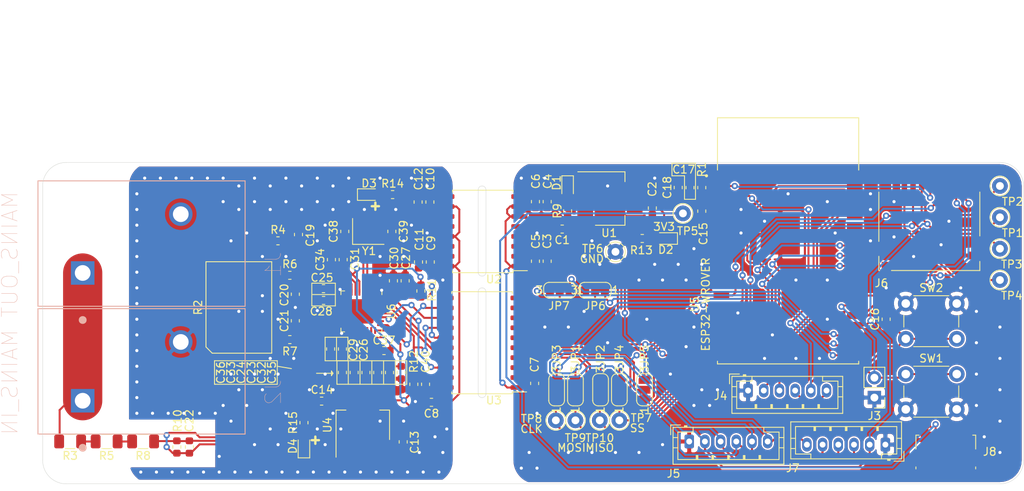
<source format=kicad_pcb>
(kicad_pcb (version 20171130) (host pcbnew 5.1.2-f72e74a~84~ubuntu19.04.1)
  (layers (0 F.Cu signal) (31 B.Cu signal) (34 B.Paste user hide) (35 F.Paste user hide) (36 B.SilkS user) (37 F.SilkS user) (38 B.Mask user) (39 F.Mask user) (44 Edge.Cuts user))
  (net 0 "")
  (net 1 +5V)
  (net 2 GND)
  (net 3 +3V3)
  (net 4 +3.3VP)
  (net 5 +5VP)
  (net 6 "/ESP Side/EN")
  (net 7 "/Mains Side/IAMS")
  (net 8 GNDA)
  (net 9 "/Mains Side/IAP")
  (net 10 "/Mains Side/IAN")
  (net 11 "/Mains Side/VAMS")
  (net 12 "/Mains Side/VAP")
  (net 13 "Net-(C23-Pad1)")
  (net 14 "Net-(C25-Pad1)")
  (net 15 "Net-(C26-Pad1)")
  (net 16 "Net-(C27-Pad1)")
  (net 17 "Net-(C33-Pad1)")
  (net 18 "Net-(C37-Pad1)")
  (net 19 "Net-(C37-Pad2)")
  (net 20 "Net-(C38-Pad1)")
  (net 21 "Net-(C39-Pad1)")
  (net 22 "/Mains Side/~RST")
  (net 23 "/Mains Side/NEUTRAL_IN")
  (net 24 "/Mains Side/LIVE_OUT")
  (net 25 "/ESP Side/GPIO0")
  (net 26 "/ESP Side/RXD")
  (net 27 "/ESP Side/TXD")
  (net 28 "/ESP Side/HSPI_SS")
  (net 29 "/ESP Side/HSPI_MOSI")
  (net 30 "/ESP Side/HSPI_MISO")
  (net 31 "/ESP Side/HSPI_SCLK")
  (net 32 "/ESP Side/SD_DAT1")
  (net 33 "/ESP Side/SD_DAT0")
  (net 34 "/ESP Side/VSPI_MOSI")
  (net 35 "/ESP Side/MOSI")
  (net 36 "/ESP Side/MISO")
  (net 37 "/ESP Side/VSPI_MISO")
  (net 38 "/ESP Side/SCLK")
  (net 39 "/ESP Side/VSPI_SCLK")
  (net 40 "/ESP Side/VSPI_SS")
  (net 41 "/ESP Side/SS")
  (net 42 "/ESP Side/IOA1")
  (net 43 "/ESP Side/PM_RST")
  (net 44 "/ESP Side/IOA2")
  (net 45 "/ESP Side/IOB2")
  (net 46 "/ESP Side/PM_IRQ")
  (net 47 "/ESP Side/IOB1")
  (net 48 "/ESP Side/IOC1")
  (net 49 "/ESP Side/PM_CF2")
  (net 50 "/ESP Side/IOC2")
  (net 51 "Net-(R2-Pad3)")
  (net 52 "Net-(R2-Pad2)")
  (net 53 "Net-(R3-Pad1)")
  (net 54 "Net-(R5-Pad1)")
  (net 55 "/Mains Side/~SS")
  (net 56 "Net-(U2-Pad3)")
  (net 57 "Net-(U2-Pad11)")
  (net 58 "Net-(U2-Pad12)")
  (net 59 "Net-(U2-Pad14)")
  (net 60 "/Mains Side/CF2_ZX_DRDY")
  (net 61 "/Mains Side/~IRQ")
  (net 62 "/Mains Side/MISO_TX")
  (net 63 "/Mains Side/MOSI_RX")
  (net 64 "/Mains Side/SCLK")
  (net 65 "Net-(U5-Pad4)")
  (net 66 "Net-(U5-Pad5)")
  (net 67 "Net-(U5-Pad6)")
  (net 68 "Net-(U5-Pad7)")
  (net 69 "Net-(U5-Pad8)")
  (net 70 "Net-(U5-Pad9)")
  (net 71 "Net-(U5-Pad10)")
  (net 72 "Net-(U5-Pad11)")
  (net 73 "Net-(U5-Pad12)")
  (net 74 "Net-(U5-Pad33)")
  (net 75 "Net-(U5-Pad36)")
  (net 76 "Net-(U6-Pad11)")
  (net 77 "/Mains Side/CF1")
  (net 78 "Net-(D1-Pad2)")
  (net 79 "Net-(D2-Pad2)")
  (net 80 "Net-(D3-Pad2)")
  (net 81 "Net-(D4-Pad2)")
  (net 82 "Net-(J8-Pad2)")
  (net 83 "Net-(J8-Pad3)")
  (net 84 "Net-(J8-Pad4)")
  (module Resistor_SMD:R_0603_1608Metric (layer F.Cu) (at 120.3 118.3 270)
    (fp_text reference R12 (at -2.9 0 90) (layer F.SilkS))
    (fp_text value 10K)
    (pad 1 smd roundrect (at -0.7875 0 270) (size 0.875 0.95) (layers F.Cu F.Paste F.Mask) (net 22 "/Mains Side/~RST"))
    (pad 2 smd roundrect (at 0.7875 0 270) (size 0.875 0.95) (layers F.Cu F.Paste F.Mask) (net 4 +3.3VP))
  )
  (module 1792229:PHOENIX_1792229 (layer B.Cu) (at 78.1 120.4 90)
    (fp_text reference J2 (at 1.08087 24.2894 -90) (layer B.SilkS) (effects (font (size 2.0016 2.0016) (thickness 0.05)) (justify mirror)))
    (fp_text value MAINS_IN (at 2.35238 -9.27933 -90) (layer B.SilkS) (effects (font (size 2.00202 2.00202) (thickness 0.05)) (justify mirror)))
    (pad 1 thru_hole rect (at 0 0 90) (size 3 3) (drill 2) (layers *.Cu *.Mask) (net 23 "/Mains Side/NEUTRAL_IN"))
    (pad 2 thru_hole circle (at 7.5 12.5 90) (size 3 3) (drill 2) (layers *.Cu *.Mask) (net 8 GNDA))
  )
  (module Capacitor_SMD:C_0603_1608Metric (layer F.Cu) (at 139.2125 98.5 180)
    (fp_text reference C1 (at 0 -1.4) (layer F.SilkS))
    (fp_text value 10uF)
    (pad 1 smd roundrect (at -0.7875 0 180) (size 0.875 0.95) (layers F.Cu F.Paste F.Mask) (net 1 +5V))
    (pad 2 smd roundrect (at 0.7875 0 180) (size 0.875 0.95) (layers F.Cu F.Paste F.Mask) (net 2 GND))
  )
  (module Capacitor_SMD:C_0603_1608Metric (layer F.Cu) (at 150.7 95.8125 270)
    (fp_text reference C2 (at -2.4125 0 90) (layer F.SilkS))
    (fp_text value 22uF)
    (pad 2 smd roundrect (at 0.7875 0 270) (size 0.875 0.95) (layers F.Cu F.Paste F.Mask) (net 2 GND))
    (pad 1 smd roundrect (at -0.7875 0 270) (size 0.875 0.95) (layers F.Cu F.Paste F.Mask) (net 3 +3V3))
  )
  (module Capacitor_SMD:C_0603_1608Metric (layer F.Cu) (at 137.3 102.6 90)
    (fp_text reference C3 (at 2.55 0 90) (layer F.SilkS))
    (fp_text value 10uF)
    (pad 2 smd roundrect (at 0.7875 0 90) (size 0.875 0.95) (layers F.Cu F.Paste F.Mask) (net 2 GND))
    (pad 1 smd roundrect (at -0.7875 0 90) (size 0.875 0.95) (layers F.Cu F.Paste F.Mask) (net 1 +5V))
  )
  (module Capacitor_SMD:C_0603_1608Metric (layer F.Cu) (at 137.3 95 90)
    (fp_text reference C4 (at 2.6 0.05 90) (layer F.SilkS))
    (fp_text value 10uF)
    (pad 2 smd roundrect (at 0.7875 0 90) (size 0.875 0.95) (layers F.Cu F.Paste F.Mask) (net 2 GND))
    (pad 1 smd roundrect (at -0.7875 0 90) (size 0.875 0.95) (layers F.Cu F.Paste F.Mask) (net 1 +5V))
  )
  (module Capacitor_SMD:C_0603_1608Metric (layer F.Cu) (at 135.8 102.6 90)
    (fp_text reference C5 (at 2.55 0.05 90) (layer F.SilkS))
    (fp_text value 100nF)
    (pad 1 smd roundrect (at -0.7875 0 90) (size 0.875 0.95) (layers F.Cu F.Paste F.Mask) (net 1 +5V))
    (pad 2 smd roundrect (at 0.7875 0 90) (size 0.875 0.95) (layers F.Cu F.Paste F.Mask) (net 2 GND))
  )
  (module Capacitor_SMD:C_0603_1608Metric (layer F.Cu) (at 135.8 95 90)
    (fp_text reference C6 (at 2.6 0.05 90) (layer F.SilkS))
    (fp_text value 100nF)
    (pad 1 smd roundrect (at -0.7875 0 90) (size 0.875 0.95) (layers F.Cu F.Paste F.Mask) (net 1 +5V))
    (pad 2 smd roundrect (at 0.7875 0 90) (size 0.875 0.95) (layers F.Cu F.Paste F.Mask) (net 2 GND))
  )
  (module Capacitor_SMD:C_0603_1608Metric (layer F.Cu) (at 135.7 118.1875 90)
    (fp_text reference C7 (at 2.3875 0 90) (layer F.SilkS))
    (fp_text value 100nF)
    (pad 1 smd roundrect (at -0.7875 0 90) (size 0.875 0.95) (layers F.Cu F.Paste F.Mask) (net 3 +3V3))
    (pad 2 smd roundrect (at 0.7875 0 90) (size 0.875 0.95) (layers F.Cu F.Paste F.Mask) (net 2 GND))
  )
  (module Capacitor_SMD:C_0603_1608Metric (layer F.Cu) (at 122.55 120.6 180)
    (fp_text reference C8 (at 0 -1.43) (layer F.SilkS))
    (fp_text value 100nF)
    (pad 2 smd roundrect (at 0.7875 0 180) (size 0.875 0.95) (layers F.Cu F.Paste F.Mask) (net 8 GNDA))
    (pad 1 smd roundrect (at -0.7875 0 180) (size 0.875 0.95) (layers F.Cu F.Paste F.Mask) (net 4 +3.3VP))
  )
  (module Capacitor_SMD:C_0603_1608Metric (layer F.Cu) (at 122.4 102.7 90)
    (fp_text reference C9 (at 2.4 0.1 90) (layer F.SilkS))
    (fp_text value 100nF)
    (pad 2 smd roundrect (at 0.7875 0 90) (size 0.875 0.95) (layers F.Cu F.Paste F.Mask) (net 8 GNDA))
    (pad 1 smd roundrect (at -0.7875 0 90) (size 0.875 0.95) (layers F.Cu F.Paste F.Mask) (net 5 +5VP))
  )
  (module Capacitor_SMD:C_0603_1608Metric (layer F.Cu) (at 122.35 95.05 90)
    (fp_text reference C10 (at 2.95 0.05 90) (layer F.SilkS))
    (fp_text value 100nF)
    (pad 2 smd roundrect (at 0.7875 0 90) (size 0.875 0.95) (layers F.Cu F.Paste F.Mask) (net 8 GNDA))
    (pad 1 smd roundrect (at -0.7875 0 90) (size 0.875 0.95) (layers F.Cu F.Paste F.Mask) (net 5 +5VP))
  )
  (module Capacitor_SMD:C_0603_1608Metric (layer F.Cu) (at 120.9 102.7 90)
    (fp_text reference C11 (at 2.9 0.1 90) (layer F.SilkS))
    (fp_text value 10uF)
    (pad 1 smd roundrect (at -0.7875 0 90) (size 0.875 0.95) (layers F.Cu F.Paste F.Mask) (net 5 +5VP))
    (pad 2 smd roundrect (at 0.7875 0 90) (size 0.875 0.95) (layers F.Cu F.Paste F.Mask) (net 8 GNDA))
  )
  (module Capacitor_SMD:C_0603_1608Metric (layer F.Cu) (at 120.85 95.05 90)
    (fp_text reference C12 (at 2.95 0.05 90) (layer F.SilkS))
    (fp_text value 10uF)
    (pad 1 smd roundrect (at -0.7875 0 90) (size 0.875 0.95) (layers F.Cu F.Paste F.Mask) (net 5 +5VP))
    (pad 2 smd roundrect (at 0.7875 0 90) (size 0.875 0.95) (layers F.Cu F.Paste F.Mask) (net 8 GNDA))
  )
  (module Capacitor_SMD:C_0603_1608Metric (layer F.Cu) (at 118.95 125.65 90)
    (fp_text reference C13 (at -0.05 1.45 90) (layer F.SilkS))
    (fp_text value 10uF)
    (pad 1 smd roundrect (at -0.7875 0 90) (size 0.875 0.95) (layers F.Cu F.Paste F.Mask) (net 5 +5VP))
    (pad 2 smd roundrect (at 0.7875 0 90) (size 0.875 0.95) (layers F.Cu F.Paste F.Mask) (net 8 GNDA))
  )
  (module Capacitor_SMD:C_0603_1608Metric (layer F.Cu) (at 108.55 120.45 180)
    (fp_text reference C14 (at -0.05 1.45) (layer F.SilkS))
    (fp_text value 22uF)
    (pad 2 smd roundrect (at 0.7875 0 180) (size 0.875 0.95) (layers F.Cu F.Paste F.Mask) (net 8 GNDA))
    (pad 1 smd roundrect (at -0.7875 0 180) (size 0.875 0.95) (layers F.Cu F.Paste F.Mask) (net 4 +3.3VP))
  )
  (module Capacitor_SMD:C_0603_1608Metric (layer F.Cu) (at 157 96.2125 270)
    (fp_text reference C15 (at 2.8875 -0.2 90) (layer F.SilkS))
    (fp_text value 100nF)
    (pad 1 smd roundrect (at -0.7875 0 270) (size 0.875 0.95) (layers F.Cu F.Paste F.Mask) (net 6 "/ESP Side/EN"))
    (pad 2 smd roundrect (at 0.7875 0 270) (size 0.875 0.95) (layers F.Cu F.Paste F.Mask) (net 2 GND))
  )
  (module Capacitor_SMD:C_0603_1608Metric (layer F.Cu) (at 180.5 110 90)
    (fp_text reference C16 (at 0 -1.43 90) (layer F.SilkS))
    (fp_text value 100nF)
    (pad 2 smd roundrect (at 0.7875 0 90) (size 0.875 0.95) (layers F.Cu F.Paste F.Mask) (net 2 GND))
    (pad 1 smd roundrect (at -0.7875 0 90) (size 0.875 0.95) (layers F.Cu F.Paste F.Mask) (net 6 "/ESP Side/EN"))
  )
  (module Capacitor_SMD:C_0603_1608Metric (layer F.Cu) (at 155.5 93.2125 270)
    (fp_text reference C17 (at -2.3125 0.8 180) (layer F.SilkS))
    (fp_text value 22uF)
    (pad 1 smd roundrect (at -0.7875 0 270) (size 0.875 0.95) (layers F.Cu F.Paste F.Mask) (net 3 +3V3))
    (pad 2 smd roundrect (at 0.7875 0 270) (size 0.875 0.95) (layers F.Cu F.Paste F.Mask) (net 2 GND))
  )
  (module Capacitor_SMD:C_0603_1608Metric (layer F.Cu) (at 154 93.2 270)
    (fp_text reference C18 (at 0 1.4 90) (layer F.SilkS))
    (fp_text value 100nF)
    (pad 2 smd roundrect (at 0.7875 0 270) (size 0.875 0.95) (layers F.Cu F.Paste F.Mask) (net 2 GND))
    (pad 1 smd roundrect (at -0.7875 0 270) (size 0.875 0.95) (layers F.Cu F.Paste F.Mask) (net 3 +3V3))
  )
  (module Capacitor_SMD:C_0603_1608Metric (layer F.Cu) (at 105.6 99.2 90)
    (fp_text reference C19 (at -0.1 1.5 90) (layer F.SilkS))
    (fp_text value 100nF)
    (pad 1 smd roundrect (at -0.7875 0 90) (size 0.875 0.95) (layers F.Cu F.Paste F.Mask) (net 7 "/Mains Side/IAMS"))
    (pad 2 smd roundrect (at 0.7875 0 90) (size 0.875 0.95) (layers F.Cu F.Paste F.Mask) (net 8 GNDA))
  )
  (module Capacitor_SMD:C_0603_1608Metric (layer F.Cu) (at 105.2 106.8125 270)
    (fp_text reference C20 (at 0.0875 1.4 90) (layer F.SilkS))
    (fp_text value 100nF)
    (pad 1 smd roundrect (at -0.7875 0 270) (size 0.875 0.95) (layers F.Cu F.Paste F.Mask) (net 10 "/Mains Side/IAN"))
    (pad 2 smd roundrect (at 0.7875 0 270) (size 0.875 0.95) (layers F.Cu F.Paste F.Mask) (net 8 GNDA))
  )
  (module Capacitor_SMD:C_0603_1608Metric (layer F.Cu) (at 105.2 110.2 270)
    (fp_text reference C21 (at 0 1.4 90) (layer F.SilkS))
    (fp_text value 100nF)
    (pad 2 smd roundrect (at 0.7875 0 270) (size 0.875 0.95) (layers F.Cu F.Paste F.Mask) (net 9 "/Mains Side/IAP"))
    (pad 1 smd roundrect (at -0.7875 0 270) (size 0.875 0.95) (layers F.Cu F.Paste F.Mask) (net 8 GNDA))
  )
  (module Capacitor_SMD:C_0603_1608Metric (layer F.Cu) (at 91.7 126.3 90)
    (fp_text reference C22 (at 3.35 0 90) (layer F.SilkS))
    (fp_text value 15nF)
    (pad 1 smd roundrect (at -0.7875 0 90) (size 0.875 0.95) (layers F.Cu F.Paste F.Mask) (net 11 "/Mains Side/VAMS"))
    (pad 2 smd roundrect (at 0.7875 0 90) (size 0.875 0.95) (layers F.Cu F.Paste F.Mask) (net 12 "/Mains Side/VAP"))
  )
  (module Capacitor_SMD:C_0603_1608Metric (layer F.Cu) (at 115.7 116.8 270)
    (fp_text reference C23 (at 0 16.1 90) (layer F.SilkS))
    (fp_text value 4.7uF)
    (pad 2 smd roundrect (at 0.7875 0 270) (size 0.875 0.95) (layers F.Cu F.Paste F.Mask) (net 8 GNDA))
    (pad 1 smd roundrect (at -0.7875 0 270) (size 0.875 0.95) (layers F.Cu F.Paste F.Mask) (net 13 "Net-(C23-Pad1)"))
  )
  (module Capacitor_SMD:C_0603_1608Metric (layer F.Cu) (at 114.2 116.8 270)
    (fp_text reference C24 (at 0 15.9 90) (layer F.SilkS))
    (fp_text value 100nF)
    (pad 1 smd roundrect (at -0.7875 0 270) (size 0.875 0.95) (layers F.Cu F.Paste F.Mask) (net 13 "Net-(C23-Pad1)"))
    (pad 2 smd roundrect (at 0.7875 0 270) (size 0.875 0.95) (layers F.Cu F.Paste F.Mask) (net 8 GNDA))
  )
  (module Capacitor_SMD:C_0603_1608Metric (layer F.Cu) (at 108.7875 106.1 180)
    (fp_text reference C25 (at 0.1875 1.4) (layer F.SilkS))
    (fp_text value 4.7uF)
    (pad 2 smd roundrect (at 0.7875 0 180) (size 0.875 0.95) (layers F.Cu F.Paste F.Mask) (net 8 GNDA))
    (pad 1 smd roundrect (at -0.7875 0 180) (size 0.875 0.95) (layers F.Cu F.Paste F.Mask) (net 14 "Net-(C25-Pad1)"))
  )
  (module Capacitor_SMD:C_0603_1608Metric (layer F.Cu) (at 111.2 113.8 270)
    (fp_text reference C26 (at 0.1 -2.7 90) (layer F.SilkS))
    (fp_text value 4.7uF)
    (pad 1 smd roundrect (at -0.7875 0 270) (size 0.875 0.95) (layers F.Cu F.Paste F.Mask) (net 15 "Net-(C26-Pad1)"))
    (pad 2 smd roundrect (at 0.7875 0 270) (size 0.875 0.95) (layers F.Cu F.Paste F.Mask) (net 8 GNDA))
  )
  (module Capacitor_SMD:C_0603_1608Metric (layer F.Cu) (at 119.2 105.1 90)
    (fp_text reference C27 (at 2.9 0.1 90) (layer F.SilkS))
    (fp_text value 4.7uF)
    (pad 2 smd roundrect (at 0.7875 0 90) (size 0.875 0.95) (layers F.Cu F.Paste F.Mask) (net 8 GNDA))
    (pad 1 smd roundrect (at -0.7875 0 90) (size 0.875 0.95) (layers F.Cu F.Paste F.Mask) (net 16 "Net-(C27-Pad1)"))
  )
  (module Capacitor_SMD:C_0603_1608Metric (layer F.Cu) (at 108.8 107.6 180)
    (fp_text reference C28 (at 0.3 -1.4) (layer F.SilkS))
    (fp_text value 100nF)
    (pad 1 smd roundrect (at -0.7875 0 180) (size 0.875 0.95) (layers F.Cu F.Paste F.Mask) (net 14 "Net-(C25-Pad1)"))
    (pad 2 smd roundrect (at 0.7875 0 180) (size 0.875 0.95) (layers F.Cu F.Paste F.Mask) (net 8 GNDA))
  )
  (module Capacitor_SMD:C_0603_1608Metric (layer F.Cu) (at 109.7 113.8 270)
    (fp_text reference C29 (at 0.1 -2.9 90) (layer F.SilkS))
    (fp_text value 100nF)
    (pad 1 smd roundrect (at -0.7875 0 270) (size 0.875 0.95) (layers F.Cu F.Paste F.Mask) (net 15 "Net-(C26-Pad1)"))
    (pad 2 smd roundrect (at 0.7875 0 270) (size 0.875 0.95) (layers F.Cu F.Paste F.Mask) (net 8 GNDA))
  )
  (module Capacitor_SMD:C_0603_1608Metric (layer F.Cu) (at 117.7 105.1 90)
    (fp_text reference C30 (at 2.9 0.1 90) (layer F.SilkS))
    (fp_text value 100nF)
    (pad 2 smd roundrect (at 0.7875 0 90) (size 0.875 0.95) (layers F.Cu F.Paste F.Mask) (net 8 GNDA))
    (pad 1 smd roundrect (at -0.7875 0 90) (size 0.875 0.95) (layers F.Cu F.Paste F.Mask) (net 16 "Net-(C27-Pad1)"))
  )
  (module Capacitor_SMD:C_0603_1608Metric (layer F.Cu) (at 111.3 102.4 90)
    (fp_text reference C31 (at 0.1 1.5 90) (layer F.SilkS))
    (fp_text value 100nF)
    (pad 1 smd roundrect (at -0.7875 0 90) (size 0.875 0.95) (layers F.Cu F.Paste F.Mask) (net 4 +3.3VP))
    (pad 2 smd roundrect (at 0.7875 0 90) (size 0.875 0.95) (layers F.Cu F.Paste F.Mask) (net 8 GNDA))
  )
  (module Capacitor_SMD:C_0603_1608Metric (layer F.Cu) (at 117.2 116.8 270)
    (fp_text reference C32 (at 0 16.3 90) (layer F.SilkS))
    (fp_text value 100nF)
    (pad 2 smd roundrect (at 0.7875 0 270) (size 0.875 0.95) (layers F.Cu F.Paste F.Mask) (net 8 GNDA))
    (pad 1 smd roundrect (at -0.7875 0 270) (size 0.875 0.95) (layers F.Cu F.Paste F.Mask) (net 4 +3.3VP))
  )
  (module Capacitor_SMD:C_0603_1608Metric (layer F.Cu) (at 112.7 116.8 270)
    (fp_text reference C33 (at 0 15.7 90) (layer F.SilkS))
    (fp_text value 100nF)
    (pad 1 smd roundrect (at -0.7875 0 270) (size 0.875 0.95) (layers F.Cu F.Paste F.Mask) (net 17 "Net-(C33-Pad1)"))
    (pad 2 smd roundrect (at 0.7875 0 270) (size 0.875 0.95) (layers F.Cu F.Paste F.Mask) (net 8 GNDA))
  )
  (module Capacitor_SMD:C_0603_1608Metric (layer F.Cu) (at 109.8 102.4 90)
    (fp_text reference C34 (at 0 -1.43 90) (layer F.SilkS))
    (fp_text value 4.7uF)
    (pad 2 smd roundrect (at 0.7875 0 90) (size 0.875 0.95) (layers F.Cu F.Paste F.Mask) (net 8 GNDA))
    (pad 1 smd roundrect (at -0.7875 0 90) (size 0.875 0.95) (layers F.Cu F.Paste F.Mask) (net 4 +3.3VP))
  )
  (module Capacitor_SMD:C_0603_1608Metric (layer F.Cu) (at 118.7 116.8 270)
    (fp_text reference C35 (at 0 16.5 90) (layer F.SilkS))
    (fp_text value 4.7uF)
    (pad 2 smd roundrect (at 0.7875 0 270) (size 0.875 0.95) (layers F.Cu F.Paste F.Mask) (net 8 GNDA))
    (pad 1 smd roundrect (at -0.7875 0 270) (size 0.875 0.95) (layers F.Cu F.Paste F.Mask) (net 4 +3.3VP))
  )
  (module Capacitor_SMD:C_0603_1608Metric (layer F.Cu) (at 111.2 116.8 270)
    (fp_text reference C36 (at 0 15.5 90) (layer F.SilkS))
    (fp_text value 4.7uF)
    (pad 2 smd roundrect (at 0.7875 0 270) (size 0.875 0.95) (layers F.Cu F.Paste F.Mask) (net 8 GNDA))
    (pad 1 smd roundrect (at -0.7875 0 270) (size 0.875 0.95) (layers F.Cu F.Paste F.Mask) (net 17 "Net-(C33-Pad1)"))
  )
  (module Capacitor_SMD:C_0603_1608Metric (layer F.Cu) (at 116.5 114)
    (fp_text reference C37 (at 0 -1.3) (layer F.SilkS))
    (fp_text value 470nF)
    (pad 1 smd roundrect (at -0.7875 0) (size 0.875 0.95) (layers F.Cu F.Paste F.Mask) (net 18 "Net-(C37-Pad1)"))
    (pad 2 smd roundrect (at 0.7875 0) (size 0.875 0.95) (layers F.Cu F.Paste F.Mask) (net 19 "Net-(C37-Pad2)"))
  )
  (module Capacitor_SMD:C_0603_1608Metric (layer F.Cu) (at 111.5 98.8 90)
    (fp_text reference C38 (at 0 -1.43 90) (layer F.SilkS))
    (fp_text value 30pF)
    (pad 2 smd roundrect (at 0.7875 0 90) (size 0.875 0.95) (layers F.Cu F.Paste F.Mask) (net 8 GNDA))
    (pad 1 smd roundrect (at -0.7875 0 90) (size 0.875 0.95) (layers F.Cu F.Paste F.Mask) (net 20 "Net-(C38-Pad1)"))
  )
  (module Capacitor_SMD:C_0603_1608Metric (layer F.Cu) (at 117.5 98.8 90)
    (fp_text reference C39 (at 0 1.5 90) (layer F.SilkS))
    (fp_text value 30pF)
    (pad 1 smd roundrect (at -0.7875 0 90) (size 0.875 0.95) (layers F.Cu F.Paste F.Mask) (net 21 "Net-(C39-Pad1)"))
    (pad 2 smd roundrect (at 0.7875 0 90) (size 0.875 0.95) (layers F.Cu F.Paste F.Mask) (net 8 GNDA))
  )
  (module Capacitor_SMD:C_0603_1608Metric (layer F.Cu) (at 121.8 118.3 270)
    (fp_text reference C40 (at -2.9 0 90) (layer F.SilkS))
    (fp_text value 1uF)
    (pad 2 smd roundrect (at 0.7875 0 270) (size 0.875 0.95) (layers F.Cu F.Paste F.Mask) (net 8 GNDA))
    (pad 1 smd roundrect (at -0.7875 0 270) (size 0.875 0.95) (layers F.Cu F.Paste F.Mask) (net 22 "/Mains Side/~RST"))
  )
  (module 1792229:PHOENIX_1792229 (layer B.Cu) (at 78.1 104.1 90)
    (fp_text reference J1 (at 1.08087 24.2894 -90) (layer B.SilkS) (effects (font (size 2.0016 2.0016) (thickness 0.05)) (justify mirror)))
    (fp_text value MAINS_OUT (at 2.35238 -9.27933 -90) (layer B.SilkS) (effects (font (size 2.00202 2.00202) (thickness 0.05)) (justify mirror)))
    (pad 2 thru_hole circle (at 7.5 12.5 90) (size 3 3) (drill 2) (layers *.Cu *.Mask) (net 24 "/Mains Side/LIVE_OUT"))
    (pad 1 thru_hole rect (at 0 0 90) (size 3 3) (drill 2) (layers *.Cu *.Mask) (net 23 "/Mains Side/NEUTRAL_IN"))
  )
  (module Connector_PinHeader_2.54mm:PinHeader_1x02_P2.54mm_Vertical (layer F.Cu) (at 179 120 180)
    (fp_text reference J3 (at 0 -2.33) (layer F.SilkS))
    (fp_text value ESP32_BOOT)
    (pad 1 thru_hole rect (at 0 0 180) (size 1.7 1.7) (drill 1) (layers *.Cu *.Mask) (net 2 GND))
    (pad 2 thru_hole oval (at 0 2.54 180) (size 1.7 1.7) (drill 1) (layers *.Cu *.Mask) (net 25 "/ESP Side/GPIO0"))
  )
  (module Connector_JST:JST_PH_B6B-PH-K_1x06_P2.00mm_Vertical (layer F.Cu) (at 162.9 119.1)
    (fp_text reference J4 (at -3.5 0.7) (layer F.SilkS))
    (fp_text value ESP_JTAG)
    (pad 6 thru_hole oval (at 10 0) (size 1.2 1.75) (drill 0.75) (layers *.Cu *.Mask) (net 3 +3V3))
    (pad 5 thru_hole oval (at 8 0) (size 1.2 1.75) (drill 0.75) (layers *.Cu *.Mask) (net 6 "/ESP Side/EN"))
    (pad 4 thru_hole oval (at 6 0) (size 1.2 1.75) (drill 0.75) (layers *.Cu *.Mask) (net 25 "/ESP Side/GPIO0"))
    (pad 3 thru_hole oval (at 4 0) (size 1.2 1.75) (drill 0.75) (layers *.Cu *.Mask) (net 26 "/ESP Side/RXD"))
    (pad 2 thru_hole oval (at 2 0) (size 1.2 1.75) (drill 0.75) (layers *.Cu *.Mask) (net 27 "/ESP Side/TXD"))
    (pad 1 thru_hole roundrect (at 0 0) (size 1.2 1.75) (drill 0.75) (layers *.Cu *.Mask) (roundrect_rratio 0.208333) (net 2 GND))
  )
  (module Connector_JST:JST_PH_B6B-PH-K_1x06_P2.00mm_Vertical (layer F.Cu) (at 155.4 125.6)
    (fp_text reference J5 (at -2 4.1) (layer F.SilkS))
    (fp_text value ESP_JTAG)
    (pad 1 thru_hole roundrect (at 0 0) (size 1.2 1.75) (drill 0.75) (layers *.Cu *.Mask) (roundrect_rratio 0.208333) (net 2 GND))
    (pad 2 thru_hole oval (at 2 0) (size 1.2 1.75) (drill 0.75) (layers *.Cu *.Mask) (net 28 "/ESP Side/HSPI_SS"))
    (pad 3 thru_hole oval (at 4 0) (size 1.2 1.75) (drill 0.75) (layers *.Cu *.Mask) (net 29 "/ESP Side/HSPI_MOSI"))
    (pad 4 thru_hole oval (at 6 0) (size 1.2 1.75) (drill 0.75) (layers *.Cu *.Mask) (net 30 "/ESP Side/HSPI_MISO"))
    (pad 5 thru_hole oval (at 8 0) (size 1.2 1.75) (drill 0.75) (layers *.Cu *.Mask) (net 31 "/ESP Side/HSPI_SCLK"))
    (pad 6 thru_hole oval (at 10 0) (size 1.2 1.75) (drill 0.75) (layers *.Cu *.Mask) (net 3 +3V3))
  )
  (module Connector_Card:microSD_HC_Hirose_DM3D-SF (layer F.Cu) (at 186 98 180)
    (fp_text reference J6 (at 6.1 -7.4) (layer F.SilkS))
    (fp_text value Micro_SD_Card)
    (pad 8 smd rect (at -4.525 5.35 180) (size 0.7 1.75) (layers F.Cu F.Paste F.Mask) (net 32 "/ESP Side/SD_DAT1"))
    (pad 11 smd rect (at -5.725 5.225 180) (size 1.3 1.5) (layers F.Cu F.Paste F.Mask))
    (pad 11 smd rect (at -5.975 -2.375 180) (size 0.8 1.5) (layers F.Cu F.Paste F.Mask))
    (pad 9 smd rect (at -5.65 -3.875 180) (size 1.45 1) (layers F.Cu F.Paste F.Mask) (net 2 GND))
    (pad 11 smd rect (at 5.975 -3.025 180) (size 0.8 1.4) (layers F.Cu F.Paste F.Mask))
    (pad 7 smd rect (at -3.425 5.35 180) (size 0.7 1.75) (layers F.Cu F.Paste F.Mask) (net 33 "/ESP Side/SD_DAT0"))
    (pad 6 smd rect (at -2.325 5.35 180) (size 0.7 1.75) (layers F.Cu F.Paste F.Mask) (net 2 GND))
    (pad 5 smd rect (at -1.225 5.35 180) (size 0.7 1.75) (layers F.Cu F.Paste F.Mask) (net 31 "/ESP Side/HSPI_SCLK"))
    (pad 4 smd rect (at -0.125 5.35 180) (size 0.7 1.75) (layers F.Cu F.Paste F.Mask) (net 3 +3V3))
    (pad 3 smd rect (at 0.975 5.35 180) (size 0.7 1.75) (layers F.Cu F.Paste F.Mask) (net 28 "/ESP Side/HSPI_SS"))
    (pad 2 smd rect (at 2.075 5.35 180) (size 0.7 1.75) (layers F.Cu F.Paste F.Mask) (net 29 "/ESP Side/HSPI_MOSI"))
    (pad 1 smd rect (at 3.175 5.35 180) (size 0.7 1.75) (layers F.Cu F.Paste F.Mask) (net 30 "/ESP Side/HSPI_MISO"))
    (pad 11 smd rect (at 5.625 5.225 180) (size 1.5 1.5) (layers F.Cu F.Paste F.Mask))
    (pad 10 smd rect (at 5.575 -5.45 180) (size 1 1.55) (layers F.Cu F.Paste F.Mask))
  )
  (module Jumper:SolderJumper-3_P1.3mm_Bridged12_RoundedPad1.0x1.5mm_NumberLabels (layer F.Cu) (at 140.9 119 90)
    (fp_text reference JP1 (at 4.4 0 90) (layer F.SilkS))
    (fp_text value MOSI_SEL)
    (fp_poly (pts (xy -0.9 -0.3) (xy -0.4 -0.3) (xy -0.4 0.3) (xy -0.9 0.3)) (layer F.Cu) (width 0))
    (fp_text user 1 (at -2.6 0 90) (layer F.SilkS))
    (fp_text user 3 (at 2.6 0 90) (layer F.SilkS))
    (pad 1 smd custom (at -1.3 0 90) (size 1 0.5) (layers F.Cu F.Mask) (net 34 "/ESP Side/VSPI_MOSI") (options (clearance outline) (anchor rect)) (primitives (gr_poly (pts (xy 0.55 -0.75) (xy 0 -0.75) (xy 0 0.75) (xy 0.55 0.75)) (width 0)) (gr_circle (center 0 0.25) (end 0.5 0.25) (width 0)) (gr_circle (center 0 -0.25) (end 0.5 -0.25) (width 0))))
    (pad 2 smd rect (at 0 0 90) (size 1 1.5) (layers F.Cu F.Mask) (net 35 "/ESP Side/MOSI"))
    (pad 3 smd custom (at 1.3 0 90) (size 1 0.5) (layers F.Cu F.Mask) (net 29 "/ESP Side/HSPI_MOSI") (options (clearance outline) (anchor rect)) (primitives (gr_circle (center 0 0.25) (end 0.5 0.25) (width 0)) (gr_circle (center 0 -0.25) (end 0.5 -0.25) (width 0)) (gr_poly (pts (xy -0.55 -0.75) (xy 0 -0.75) (xy 0 0.75) (xy -0.55 0.75)) (width 0))))
  )
  (module Jumper:SolderJumper-3_P1.3mm_Bridged12_RoundedPad1.0x1.5mm_NumberLabels (layer F.Cu) (at 144.1 119 90)
    (fp_text reference JP2 (at 4.4 0 90) (layer F.SilkS))
    (fp_text value MISO_SEL)
    (fp_text user 3 (at 2.6 0 90) (layer F.SilkS))
    (fp_text user 1 (at -2.6 0 90) (layer F.SilkS))
    (fp_poly (pts (xy -0.9 -0.3) (xy -0.4 -0.3) (xy -0.4 0.3) (xy -0.9 0.3)) (layer F.Cu) (width 0))
    (pad 3 smd custom (at 1.3 0 90) (size 1 0.5) (layers F.Cu F.Mask) (net 30 "/ESP Side/HSPI_MISO") (options (clearance outline) (anchor rect)) (primitives (gr_circle (center 0 0.25) (end 0.5 0.25) (width 0)) (gr_circle (center 0 -0.25) (end 0.5 -0.25) (width 0)) (gr_poly (pts (xy -0.55 -0.75) (xy 0 -0.75) (xy 0 0.75) (xy -0.55 0.75)) (width 0))))
    (pad 2 smd rect (at 0 0 90) (size 1 1.5) (layers F.Cu F.Mask) (net 36 "/ESP Side/MISO"))
    (pad 1 smd custom (at -1.3 0 90) (size 1 0.5) (layers F.Cu F.Mask) (net 37 "/ESP Side/VSPI_MISO") (options (clearance outline) (anchor rect)) (primitives (gr_poly (pts (xy 0.55 -0.75) (xy 0 -0.75) (xy 0 0.75) (xy 0.55 0.75)) (width 0)) (gr_circle (center 0 0.25) (end 0.5 0.25) (width 0)) (gr_circle (center 0 -0.25) (end 0.5 -0.25) (width 0))))
  )
  (module Jumper:SolderJumper-3_P1.3mm_Bridged12_RoundedPad1.0x1.5mm_NumberLabels (layer F.Cu) (at 138.5 119 90)
    (fp_text reference JP3 (at 4.4 0 90) (layer F.SilkS))
    (fp_text value SCLK_SEL)
    (fp_text user 3 (at 2.6 0 90) (layer F.SilkS))
    (fp_text user 1 (at -2.6 0 90) (layer F.SilkS))
    (fp_poly (pts (xy -0.9 -0.3) (xy -0.4 -0.3) (xy -0.4 0.3) (xy -0.9 0.3)) (layer F.Cu) (width 0))
    (pad 3 smd custom (at 1.3 0 90) (size 1 0.5) (layers F.Cu F.Mask) (net 31 "/ESP Side/HSPI_SCLK") (options (clearance outline) (anchor rect)) (primitives (gr_circle (center 0 0.25) (end 0.5 0.25) (width 0)) (gr_circle (center 0 -0.25) (end 0.5 -0.25) (width 0)) (gr_poly (pts (xy -0.55 -0.75) (xy 0 -0.75) (xy 0 0.75) (xy -0.55 0.75)) (width 0))))
    (pad 2 smd rect (at 0 0 90) (size 1 1.5) (layers F.Cu F.Mask) (net 38 "/ESP Side/SCLK"))
    (pad 1 smd custom (at -1.3 0 90) (size 1 0.5) (layers F.Cu F.Mask) (net 39 "/ESP Side/VSPI_SCLK") (options (clearance outline) (anchor rect)) (primitives (gr_poly (pts (xy 0.55 -0.75) (xy 0 -0.75) (xy 0 0.75) (xy 0.55 0.75)) (width 0)) (gr_circle (center 0 0.25) (end 0.5 0.25) (width 0)) (gr_circle (center 0 -0.25) (end 0.5 -0.25) (width 0))))
  )
  (module Jumper:SolderJumper-3_P1.3mm_Bridged12_RoundedPad1.0x1.5mm_NumberLabels (layer F.Cu) (at 146.5 119 90)
    (fp_text reference JP4 (at 4.4 0 90) (layer F.SilkS))
    (fp_text value SS_SEL)
    (fp_poly (pts (xy -0.9 -0.3) (xy -0.4 -0.3) (xy -0.4 0.3) (xy -0.9 0.3)) (layer F.Cu) (width 0))
    (fp_text user 1 (at -2.6 0 90) (layer F.SilkS))
    (fp_text user 3 (at 2.6 0 90) (layer F.SilkS))
    (pad 1 smd custom (at -1.3 0 90) (size 1 0.5) (layers F.Cu F.Mask) (net 40 "/ESP Side/VSPI_SS") (options (clearance outline) (anchor rect)) (primitives (gr_poly (pts (xy 0.55 -0.75) (xy 0 -0.75) (xy 0 0.75) (xy 0.55 0.75)) (width 0)) (gr_circle (center 0 0.25) (end 0.5 0.25) (width 0)) (gr_circle (center 0 -0.25) (end 0.5 -0.25) (width 0))))
    (pad 2 smd rect (at 0 0 90) (size 1 1.5) (layers F.Cu F.Mask) (net 41 "/ESP Side/SS"))
    (pad 3 smd custom (at 1.3 0 90) (size 1 0.5) (layers F.Cu F.Mask) (net 28 "/ESP Side/HSPI_SS") (options (clearance outline) (anchor rect)) (primitives (gr_circle (center 0 0.25) (end 0.5 0.25) (width 0)) (gr_circle (center 0 -0.25) (end 0.5 -0.25) (width 0)) (gr_poly (pts (xy -0.55 -0.75) (xy 0 -0.75) (xy 0 0.75) (xy -0.55 0.75)) (width 0))))
  )
  (module Jumper:SolderJumper-3_P1.3mm_Bridged12_RoundedPad1.0x1.5mm_NumberLabels (layer F.Cu) (at 149.7 119 90)
    (fp_text reference JP5 (at 4.4 0 90) (layer F.SilkS))
    (fp_text value MOSI_SEL)
    (fp_text user 3 (at 2.6 0 90) (layer F.SilkS))
    (fp_text user 1 (at -2.6 0 90) (layer F.SilkS))
    (fp_poly (pts (xy -0.9 -0.3) (xy -0.4 -0.3) (xy -0.4 0.3) (xy -0.9 0.3)) (layer F.Cu) (width 0))
    (pad 3 smd custom (at 1.3 0 90) (size 1 0.5) (layers F.Cu F.Mask) (net 42 "/ESP Side/IOA1") (options (clearance outline) (anchor rect)) (primitives (gr_circle (center 0 0.25) (end 0.5 0.25) (width 0)) (gr_circle (center 0 -0.25) (end 0.5 -0.25) (width 0)) (gr_poly (pts (xy -0.55 -0.75) (xy 0 -0.75) (xy 0 0.75) (xy -0.55 0.75)) (width 0))))
    (pad 2 smd rect (at 0 0 90) (size 1 1.5) (layers F.Cu F.Mask) (net 43 "/ESP Side/PM_RST"))
    (pad 1 smd custom (at -1.3 0 90) (size 1 0.5) (layers F.Cu F.Mask) (net 44 "/ESP Side/IOA2") (options (clearance outline) (anchor rect)) (primitives (gr_poly (pts (xy 0.55 -0.75) (xy 0 -0.75) (xy 0 0.75) (xy 0.55 0.75)) (width 0)) (gr_circle (center 0 0.25) (end 0.5 0.25) (width 0)) (gr_circle (center 0 -0.25) (end 0.5 -0.25) (width 0))))
  )
  (module Jumper:SolderJumper-3_P1.3mm_Bridged12_RoundedPad1.0x1.5mm_NumberLabels (layer F.Cu) (at 143.4 106.3 180)
    (fp_text reference JP6 (at 0 -2) (layer F.SilkS))
    (fp_text value MOSI_SEL)
    (fp_poly (pts (xy -0.9 -0.3) (xy -0.4 -0.3) (xy -0.4 0.3) (xy -0.9 0.3)) (layer F.Cu) (width 0))
    (fp_text user 1 (at -2.6 0) (layer F.SilkS))
    (fp_text user 3 (at 2.6 0) (layer F.SilkS))
    (pad 1 smd custom (at -1.3 0 180) (size 1 0.5) (layers F.Cu F.Mask) (net 45 "/ESP Side/IOB2") (options (clearance outline) (anchor rect)) (primitives (gr_poly (pts (xy 0.55 -0.75) (xy 0 -0.75) (xy 0 0.75) (xy 0.55 0.75)) (width 0)) (gr_circle (center 0 0.25) (end 0.5 0.25) (width 0)) (gr_circle (center 0 -0.25) (end 0.5 -0.25) (width 0))))
    (pad 2 smd rect (at 0 0 180) (size 1 1.5) (layers F.Cu F.Mask) (net 46 "/ESP Side/PM_IRQ"))
    (pad 3 smd custom (at 1.3 0 180) (size 1 0.5) (layers F.Cu F.Mask) (net 47 "/ESP Side/IOB1") (options (clearance outline) (anchor rect)) (primitives (gr_circle (center 0 0.25) (end 0.5 0.25) (width 0)) (gr_circle (center 0 -0.25) (end 0.5 -0.25) (width 0)) (gr_poly (pts (xy -0.55 -0.75) (xy 0 -0.75) (xy 0 0.75) (xy -0.55 0.75)) (width 0))))
  )
  (module Jumper:SolderJumper-3_P1.3mm_Bridged12_RoundedPad1.0x1.5mm_NumberLabels (layer F.Cu) (at 138.9 106.3 180)
    (fp_text reference JP7 (at 0.1 -2) (layer F.SilkS))
    (fp_text value MOSI_SEL)
    (fp_text user 3 (at 2.6 0) (layer F.SilkS))
    (fp_text user 1 (at -2.6 0) (layer F.SilkS))
    (fp_poly (pts (xy -0.9 -0.3) (xy -0.4 -0.3) (xy -0.4 0.3) (xy -0.9 0.3)) (layer F.Cu) (width 0))
    (pad 3 smd custom (at 1.3 0 180) (size 1 0.5) (layers F.Cu F.Mask) (net 48 "/ESP Side/IOC1") (options (clearance outline) (anchor rect)) (primitives (gr_circle (center 0 0.25) (end 0.5 0.25) (width 0)) (gr_circle (center 0 -0.25) (end 0.5 -0.25) (width 0)) (gr_poly (pts (xy -0.55 -0.75) (xy 0 -0.75) (xy 0 0.75) (xy -0.55 0.75)) (width 0))))
    (pad 2 smd rect (at 0 0 180) (size 1 1.5) (layers F.Cu F.Mask) (net 49 "/ESP Side/PM_CF2"))
    (pad 1 smd custom (at -1.3 0 180) (size 1 0.5) (layers F.Cu F.Mask) (net 50 "/ESP Side/IOC2") (options (clearance outline) (anchor rect)) (primitives (gr_poly (pts (xy 0.55 -0.75) (xy 0 -0.75) (xy 0 0.75) (xy 0.55 0.75)) (width 0)) (gr_circle (center 0 0.25) (end 0.5 0.25) (width 0)) (gr_circle (center 0 -0.25) (end 0.5 -0.25) (width 0))))
  )
  (module Resistor_SMD:R_0603_1608Metric (layer F.Cu) (at 157 93.2125 270)
    (fp_text reference R1 (at -2.3125 0 90) (layer F.SilkS))
    (fp_text value 100K)
    (pad 2 smd roundrect (at 0.7875 0 270) (size 0.875 0.95) (layers F.Cu F.Paste F.Mask) (net 6 "/ESP Side/EN"))
    (pad 1 smd roundrect (at -0.7875 0 270) (size 0.875 0.95) (layers F.Cu F.Paste F.Mask) (net 3 +3V3))
  )
  (module Project:WSL4026 (layer F.Cu) (at 98 108.5)
    (fp_text reference R2 (at -5.19 0 90) (layer F.SilkS))
    (fp_text value 300u)
    (pad 4 smd rect (at -0.89 -4.115) (size 5.6 2.44) (layers F.Cu F.Paste F.Mask) (net 24 "/Mains Side/LIVE_OUT"))
    (pad 1 smd rect (at -0.89 4.115) (size 5.6 2.44) (layers F.Cu F.Paste F.Mask) (net 8 GNDA))
    (pad 3 smd rect (at 3.245 -4.115) (size 0.89 2.44) (layers F.Cu F.Paste F.Mask) (net 51 "Net-(R2-Pad3)"))
    (pad 2 smd rect (at 3.245 4.115) (size 0.89 2.44) (layers F.Cu F.Paste F.Mask) (net 52 "Net-(R2-Pad2)"))
  )
  (module Resistor_SMD:R_0603_1608Metric (layer F.Cu) (at 102.9875 100 180)
    (fp_text reference R4 (at -0.0125 1.4) (layer F.SilkS))
    (fp_text value 0)
    (pad 2 smd roundrect (at 0.7875 0 180) (size 0.875 0.95) (layers F.Cu F.Paste F.Mask) (net 24 "/Mains Side/LIVE_OUT"))
    (pad 1 smd roundrect (at -0.7875 0 180) (size 0.875 0.95) (layers F.Cu F.Paste F.Mask) (net 7 "/Mains Side/IAMS"))
  )
  (module Resistor_SMD:R_0603_1608Metric (layer F.Cu) (at 104.5 104.4)
    (fp_text reference R6 (at 0 -1.43) (layer F.SilkS))
    (fp_text value 150K)
    (pad 1 smd roundrect (at -0.7875 0) (size 0.875 0.95) (layers F.Cu F.Paste F.Mask) (net 51 "Net-(R2-Pad3)"))
    (pad 2 smd roundrect (at 0.7875 0) (size 0.875 0.95) (layers F.Cu F.Paste F.Mask) (net 10 "/Mains Side/IAN"))
  )
  (module Resistor_SMD:R_0603_1608Metric (layer F.Cu) (at 104.5 112.6)
    (fp_text reference R7 (at 0 1.5) (layer F.SilkS))
    (fp_text value 150K)
    (pad 2 smd roundrect (at 0.7875 0) (size 0.875 0.95) (layers F.Cu F.Paste F.Mask) (net 9 "/Mains Side/IAP"))
    (pad 1 smd roundrect (at -0.7875 0) (size 0.875 0.95) (layers F.Cu F.Paste F.Mask) (net 52 "Net-(R2-Pad2)"))
  )
  (module Resistor_SMD:R_0603_1608Metric (layer F.Cu) (at 90.1 126.3 270)
    (fp_text reference R10 (at -3.35 -0.1 90) (layer F.SilkS))
    (fp_text value 1K)
    (pad 1 smd roundrect (at -0.7875 0 270) (size 0.875 0.95) (layers F.Cu F.Paste F.Mask) (net 12 "/Mains Side/VAP"))
    (pad 2 smd roundrect (at 0.7875 0 270) (size 0.875 0.95) (layers F.Cu F.Paste F.Mask) (net 11 "/Mains Side/VAMS"))
  )
  (module Resistor_SMD:R_0603_1608Metric (layer F.Cu) (at 121.2 106.4 90)
    (fp_text reference R11 (at 0.1 1.4 90) (layer F.SilkS))
    (fp_text value 10K)
    (pad 1 smd roundrect (at -0.7875 0 90) (size 0.875 0.95) (layers F.Cu F.Paste F.Mask) (net 55 "/Mains Side/~SS"))
    (pad 2 smd roundrect (at 0.7875 0 90) (size 0.875 0.95) (layers F.Cu F.Paste F.Mask) (net 4 +3.3VP))
  )
  (module Button_Switch_THT:SW_PUSH_6mm (layer F.Cu) (at 183 117)
    (fp_text reference SW1 (at 3.25 -2) (layer F.SilkS))
    (fp_text value BOOT_SW)
    (pad 2 thru_hole circle (at 0 4.5 90) (size 2 2) (drill 1.1) (layers *.Cu *.Mask) (net 2 GND))
    (pad 1 thru_hole circle (at 0 0 90) (size 2 2) (drill 1.1) (layers *.Cu *.Mask) (net 25 "/ESP Side/GPIO0"))
    (pad 2 thru_hole circle (at 6.5 4.5 90) (size 2 2) (drill 1.1) (layers *.Cu *.Mask) (net 2 GND))
    (pad 1 thru_hole circle (at 6.5 0 90) (size 2 2) (drill 1.1) (layers *.Cu *.Mask) (net 25 "/ESP Side/GPIO0"))
  )
  (module Button_Switch_THT:SW_PUSH_6mm (layer F.Cu) (at 183 108)
    (fp_text reference SW2 (at 3.25 -2) (layer F.SilkS))
    (fp_text value RST_SW)
    (pad 1 thru_hole circle (at 6.5 0 90) (size 2 2) (drill 1.1) (layers *.Cu *.Mask) (net 2 GND))
    (pad 2 thru_hole circle (at 6.5 4.5 90) (size 2 2) (drill 1.1) (layers *.Cu *.Mask) (net 6 "/ESP Side/EN"))
    (pad 1 thru_hole circle (at 0 0 90) (size 2 2) (drill 1.1) (layers *.Cu *.Mask) (net 2 GND))
    (pad 2 thru_hole circle (at 0 4.5 90) (size 2 2) (drill 1.1) (layers *.Cu *.Mask) (net 6 "/ESP Side/EN"))
  )
  (module Package_TO_SOT_SMD:SOT-223-3_TabPin2 (layer F.Cu) (at 145.3 94.6)
    (fp_text reference U1 (at -0.1 4.4) (layer F.SilkS))
    (fp_text value AZ1117-3.3)
    (pad 1 smd rect (at -3.15 -2.3) (size 2 1.5) (layers F.Cu F.Paste F.Mask) (net 2 GND))
    (pad 3 smd rect (at -3.15 2.3) (size 2 1.5) (layers F.Cu F.Paste F.Mask) (net 1 +5V))
    (pad 2 smd rect (at -3.15 0) (size 2 1.5) (layers F.Cu F.Paste F.Mask) (net 3 +3V3))
    (pad 2 smd rect (at 3.15 0) (size 2 3.8) (layers F.Cu F.Paste F.Mask) (net 3 +3V3))
  )
  (module Package_SO:SOIC-16W_7.5x10.3mm_P1.27mm (layer F.Cu) (at 129.1 98.8 180)
    (fp_text reference U2 (at -1.4 -6.1) (layer F.SilkS))
    (fp_text value ADuM6000)
    (pad 1 smd roundrect (at -4.65 -4.445 180) (size 2.05 0.6) (layers F.Cu F.Paste F.Mask) (net 1 +5V))
    (pad 2 smd roundrect (at -4.65 -3.175 180) (size 2.05 0.6) (layers F.Cu F.Paste F.Mask) (net 2 GND))
    (pad 3 smd roundrect (at -4.65 -1.905 180) (size 2.05 0.6) (layers F.Cu F.Paste F.Mask) (net 56 "Net-(U2-Pad3)"))
    (pad 4 smd roundrect (at -4.65 -0.635 180) (size 2.05 0.6) (layers F.Cu F.Paste F.Mask) (net 2 GND))
    (pad 5 smd roundrect (at -4.65 0.635 180) (size 2.05 0.6) (layers F.Cu F.Paste F.Mask) (net 2 GND))
    (pad 6 smd roundrect (at -4.65 1.905 180) (size 2.05 0.6) (layers F.Cu F.Paste F.Mask) (net 1 +5V))
    (pad 7 smd roundrect (at -4.65 3.175 180) (size 2.05 0.6) (layers F.Cu F.Paste F.Mask) (net 1 +5V))
    (pad 8 smd roundrect (at -4.65 4.445 180) (size 2.05 0.6) (layers F.Cu F.Paste F.Mask) (net 2 GND))
    (pad 9 smd roundrect (at 4.65 4.445 180) (size 2.05 0.6) (layers F.Cu F.Paste F.Mask) (net 8 GNDA))
    (pad 10 smd roundrect (at 4.65 3.175 180) (size 2.05 0.6) (layers F.Cu F.Paste F.Mask) (net 5 +5VP))
    (pad 11 smd roundrect (at 4.65 1.905 180) (size 2.05 0.6) (layers F.Cu F.Paste F.Mask) (net 57 "Net-(U2-Pad11)"))
    (pad 12 smd roundrect (at 4.65 0.635 180) (size 2.05 0.6) (layers F.Cu F.Paste F.Mask) (net 58 "Net-(U2-Pad12)"))
    (pad 13 smd roundrect (at 4.65 -0.635 180) (size 2.05 0.6) (layers F.Cu F.Paste F.Mask) (net 5 +5VP))
    (pad 14 smd roundrect (at 4.65 -1.905 180) (size 2.05 0.6) (layers F.Cu F.Paste F.Mask) (net 59 "Net-(U2-Pad14)"))
    (pad 15 smd roundrect (at 4.65 -3.175 180) (size 2.05 0.6) (layers F.Cu F.Paste F.Mask) (net 8 GNDA))
    (pad 16 smd roundrect (at 4.65 -4.445 180) (size 2.05 0.6) (layers F.Cu F.Paste F.Mask) (net 5 +5VP))
  )
  (module Package_SO:SOIC-20W_7.5x12.8mm_P1.27mm (layer F.Cu) (at 129 113 180)
    (fp_text reference U3 (at -1.5 -7.35) (layer F.SilkS))
    (fp_text value ADuM4152BRIZ)
    (pad 1 smd roundrect (at -4.65 -5.715 180) (size 2.05 0.6) (layers F.Cu F.Paste F.Mask) (net 3 +3V3))
    (pad 2 smd roundrect (at -4.65 -4.445 180) (size 2.05 0.6) (layers F.Cu F.Paste F.Mask) (net 2 GND))
    (pad 3 smd roundrect (at -4.65 -3.175 180) (size 2.05 0.6) (layers F.Cu F.Paste F.Mask) (net 38 "/ESP Side/SCLK"))
    (pad 4 smd roundrect (at -4.65 -1.905 180) (size 2.05 0.6) (layers F.Cu F.Paste F.Mask) (net 35 "/ESP Side/MOSI"))
    (pad 5 smd roundrect (at -4.65 -0.635 180) (size 2.05 0.6) (layers F.Cu F.Paste F.Mask) (net 36 "/ESP Side/MISO"))
    (pad 6 smd roundrect (at -4.65 0.635 180) (size 2.05 0.6) (layers F.Cu F.Paste F.Mask) (net 41 "/ESP Side/SS"))
    (pad 7 smd roundrect (at -4.65 1.905 180) (size 2.05 0.6) (layers F.Cu F.Paste F.Mask) (net 43 "/ESP Side/PM_RST"))
    (pad 8 smd roundrect (at -4.65 3.175 180) (size 2.05 0.6) (layers F.Cu F.Paste F.Mask) (net 46 "/ESP Side/PM_IRQ"))
    (pad 9 smd roundrect (at -4.65 4.445 180) (size 2.05 0.6) (layers F.Cu F.Paste F.Mask) (net 49 "/ESP Side/PM_CF2"))
    (pad 10 smd roundrect (at -4.65 5.715 180) (size 2.05 0.6) (layers F.Cu F.Paste F.Mask) (net 2 GND))
    (pad 11 smd roundrect (at 4.65 5.715 180) (size 2.05 0.6) (layers F.Cu F.Paste F.Mask) (net 8 GNDA))
    (pad 12 smd roundrect (at 4.65 4.445 180) (size 2.05 0.6) (layers F.Cu F.Paste F.Mask) (net 60 "/Mains Side/CF2_ZX_DRDY"))
    (pad 13 smd roundrect (at 4.65 3.175 180) (size 2.05 0.6) (layers F.Cu F.Paste F.Mask) (net 61 "/Mains Side/~IRQ"))
    (pad 14 smd roundrect (at 4.65 1.905 180) (size 2.05 0.6) (layers F.Cu F.Paste F.Mask) (net 22 "/Mains Side/~RST"))
    (pad 15 smd roundrect (at 4.65 0.635 180) (size 2.05 0.6) (layers F.Cu F.Paste F.Mask) (net 55 "/Mains Side/~SS"))
    (pad 16 smd roundrect (at 4.65 -0.635 180) (size 2.05 0.6) (layers F.Cu F.Paste F.Mask) (net 62 "/Mains Side/MISO_TX"))
    (pad 17 smd roundrect (at 4.65 -1.905 180) (size 2.05 0.6) (layers F.Cu F.Paste F.Mask) (net 63 "/Mains Side/MOSI_RX"))
    (pad 18 smd roundrect (at 4.65 -3.175 180) (size 2.05 0.6) (layers F.Cu F.Paste F.Mask) (net 64 "/Mains Side/SCLK"))
    (pad 19 smd roundrect (at 4.65 -4.445 180) (size 2.05 0.6) (layers F.Cu F.Paste F.Mask) (net 8 GNDA))
    (pad 20 smd roundrect (at 4.65 -5.715 180) (size 2.05 0.6) (layers F.Cu F.Paste F.Mask) (net 4 +3.3VP))
  )
  (module Package_TO_SOT_SMD:SOT-223-3_TabPin2 (layer F.Cu) (at 113.8 123.5 90)
    (fp_text reference U4 (at 0 -4.5 90) (layer F.SilkS))
    (fp_text value AZ1117-3.3)
    (pad 2 smd rect (at 3.15 0 90) (size 2 3.8) (layers F.Cu F.Paste F.Mask) (net 4 +3.3VP))
    (pad 2 smd rect (at -3.15 0 90) (size 2 1.5) (layers F.Cu F.Paste F.Mask) (net 4 +3.3VP))
    (pad 3 smd rect (at -3.15 2.3 90) (size 2 1.5) (layers F.Cu F.Paste F.Mask) (net 5 +5VP))
    (pad 1 smd rect (at -3.15 -2.3 90) (size 2 1.5) (layers F.Cu F.Paste F.Mask) (net 8 GNDA))
  )
  (module "ESP32-WROVER-B__16MB_:XCVR_ESP32-WROVER-B_(16MB)" (layer F.Cu) (at 168 100)
    (fp_text reference U5 (at -11.9 8.1 90) (layer F.SilkS))
    (fp_text value ESP32-WROVER (at -10.5 8.1 90) (layer F.SilkS))
    (fp_text user ANTENNA (at -3.7 -11.9) (layer Edge.Cuts) (effects (font (thickness 0.05))))
    (pad 1 smd rect (at -8.5 -8.26) (size 2 0.9) (layers F.Cu F.Paste F.Mask) (net 2 GND))
    (pad 2 smd rect (at -8.5 -6.99) (size 2 0.9) (layers F.Cu F.Paste F.Mask) (net 3 +3V3))
    (pad 3 smd rect (at -8.5 -5.72) (size 2 0.9) (layers F.Cu F.Paste F.Mask) (net 6 "/ESP Side/EN"))
    (pad 4 smd rect (at -8.5 -4.45) (size 2 0.9) (layers F.Cu F.Paste F.Mask) (net 65 "Net-(U5-Pad4)"))
    (pad 5 smd rect (at -8.5 -3.18) (size 2 0.9) (layers F.Cu F.Paste F.Mask) (net 66 "Net-(U5-Pad5)"))
    (pad 6 smd rect (at -8.5 -1.91) (size 2 0.9) (layers F.Cu F.Paste F.Mask) (net 67 "Net-(U5-Pad6)"))
    (pad 7 smd rect (at -8.5 -0.64) (size 2 0.9) (layers F.Cu F.Paste F.Mask) (net 68 "Net-(U5-Pad7)"))
    (pad 8 smd rect (at -8.5 0.63) (size 2 0.9) (layers F.Cu F.Paste F.Mask) (net 69 "Net-(U5-Pad8)"))
    (pad 9 smd rect (at -8.5 1.9) (size 2 0.9) (layers F.Cu F.Paste F.Mask) (net 70 "Net-(U5-Pad9)"))
    (pad 10 smd rect (at -8.5 3.17) (size 2 0.9) (layers F.Cu F.Paste F.Mask) (net 71 "Net-(U5-Pad10)"))
    (pad 11 smd rect (at -8.5 4.44) (size 2 0.9) (layers F.Cu F.Paste F.Mask) (net 72 "Net-(U5-Pad11)"))
    (pad 12 smd rect (at -8.5 5.71) (size 2 0.9) (layers F.Cu F.Paste F.Mask) (net 73 "Net-(U5-Pad12)"))
    (pad 13 smd rect (at -8.5 6.98) (size 2 0.9) (layers F.Cu F.Paste F.Mask) (net 31 "/ESP Side/HSPI_SCLK"))
    (pad 14 smd rect (at -8.5 8.25) (size 2 0.9) (layers F.Cu F.Paste F.Mask) (net 30 "/ESP Side/HSPI_MISO"))
    (pad 15 smd rect (at -8.5 9.52) (size 2 0.9) (layers F.Cu F.Paste F.Mask) (net 2 GND))
    (pad 16 smd rect (at -8.5 10.79) (size 2 0.9) (layers F.Cu F.Paste F.Mask) (net 29 "/ESP Side/HSPI_MOSI"))
    (pad 17 smd rect (at -8.5 12.06) (size 2 0.9) (layers F.Cu F.Paste F.Mask) (net 42 "/ESP Side/IOA1"))
    (pad 18 smd rect (at -8.5 13.33) (size 2 0.9) (layers F.Cu F.Paste F.Mask) (net 44 "/ESP Side/IOA2"))
    (pad 19 smd rect (at -8.5 14.6) (size 2 0.9) (layers F.Cu F.Paste F.Mask) (net 47 "/ESP Side/IOB1"))
    (pad 20 smd rect (at 8.5 14.6) (size 2 0.9) (layers F.Cu F.Paste F.Mask) (net 45 "/ESP Side/IOB2"))
    (pad 21 smd rect (at 8.5 13.33) (size 2 0.9) (layers F.Cu F.Paste F.Mask) (net 48 "/ESP Side/IOC1"))
    (pad 22 smd rect (at 8.5 12.06) (size 2 0.9) (layers F.Cu F.Paste F.Mask) (net 50 "/ESP Side/IOC2"))
    (pad 23 smd rect (at 8.5 10.79) (size 2 0.9) (layers F.Cu F.Paste F.Mask) (net 28 "/ESP Side/HSPI_SS"))
    (pad 24 smd rect (at 8.5 9.52) (size 2 0.9) (layers F.Cu F.Paste F.Mask) (net 33 "/ESP Side/SD_DAT0"))
    (pad 25 smd rect (at 8.5 8.25) (size 2 0.9) (layers F.Cu F.Paste F.Mask) (net 25 "/ESP Side/GPIO0"))
    (pad 26 smd rect (at 8.5 6.98) (size 2 0.9) (layers F.Cu F.Paste F.Mask) (net 32 "/ESP Side/SD_DAT1"))
    (pad 27 smd rect (at 8.5 5.71) (size 2 0.9) (layers F.Cu F.Paste F.Mask))
    (pad 28 smd rect (at 8.5 4.44) (size 2 0.9) (layers F.Cu F.Paste F.Mask))
    (pad 29 smd rect (at 8.5 3.17) (size 2 0.9) (layers F.Cu F.Paste F.Mask) (net 40 "/ESP Side/VSPI_SS"))
    (pad 30 smd rect (at 8.5 1.9) (size 2 0.9) (layers F.Cu F.Paste F.Mask) (net 39 "/ESP Side/VSPI_SCLK"))
    (pad 31 smd rect (at 8.5 0.63) (size 2 0.9) (layers F.Cu F.Paste F.Mask) (net 37 "/ESP Side/VSPI_MISO"))
    (pad 32 smd rect (at 8.5 -0.64) (size 2 0.9) (layers F.Cu F.Paste F.Mask))
    (pad 33 smd rect (at 8.5 -1.91) (size 2 0.9) (layers F.Cu F.Paste F.Mask) (net 74 "Net-(U5-Pad33)"))
    (pad 34 smd rect (at 8.5 -3.18) (size 2 0.9) (layers F.Cu F.Paste F.Mask) (net 26 "/ESP Side/RXD"))
    (pad 35 smd rect (at 8.5 -4.45) (size 2 0.9) (layers F.Cu F.Paste F.Mask) (net 27 "/ESP Side/TXD"))
    (pad 36 smd rect (at 8.5 -5.72) (size 2 0.9) (layers F.Cu F.Paste F.Mask) (net 75 "Net-(U5-Pad36)"))
    (pad 37 smd rect (at 8.5 -6.99) (size 2 0.9) (layers F.Cu F.Paste F.Mask) (net 34 "/ESP Side/VSPI_MOSI"))
    (pad 38 smd rect (at 8.5 -8.26) (size 2 0.9) (layers F.Cu F.Paste F.Mask) (net 2 GND))
    (pad 39 smd rect (at -1 -0.76) (size 5 5) (layers F.Cu F.Paste F.Mask) (net 2 GND))
  )
  (module Package_DFN_QFN:QFN-32-1EP_5x5mm_P0.5mm_EP3.1x3.1mm (layer F.Cu) (at 113.62 109 270)
    (fp_text reference U6 (at 0 -3.82 90) (layer F.SilkS))
    (fp_text value ADE9153A)
    (pad 33 smd roundrect (at 0 0 270) (size 3.1 3.1) (layers F.Cu F.Mask) (roundrect_rratio 0.081) (clearance 0.01))
    (pad 1 smd roundrect (at -2.4375 -1.75 270) (size 0.875 0.25) (layers F.Cu F.Paste F.Mask) (net 8 GNDA))
    (pad 2 smd roundrect (at -2.4375 -1.25 270) (size 0.875 0.25) (layers F.Cu F.Paste F.Mask) (net 16 "Net-(C27-Pad1)"))
    (pad 3 smd roundrect (at -2.4375 -0.75 270) (size 0.875 0.25) (layers F.Cu F.Paste F.Mask) (net 21 "Net-(C39-Pad1)"))
    (pad 4 smd roundrect (at -2.4375 -0.25 270) (size 0.875 0.25) (layers F.Cu F.Paste F.Mask) (net 20 "Net-(C38-Pad1)"))
    (pad 5 smd roundrect (at -2.4375 0.25 270) (size 0.875 0.25) (layers F.Cu F.Paste F.Mask) (net 4 +3.3VP))
    (pad 6 smd roundrect (at -2.4375 0.75 270) (size 0.875 0.25) (layers F.Cu F.Paste F.Mask) (net 7 "/Mains Side/IAMS"))
    (pad 7 smd roundrect (at -2.4375 1.25 270) (size 0.875 0.25) (layers F.Cu F.Paste F.Mask) (net 10 "/Mains Side/IAN"))
    (pad 8 smd roundrect (at -2.4375 1.75 270) (size 0.875 0.25) (layers F.Cu F.Paste F.Mask) (net 9 "/Mains Side/IAP"))
    (pad 9 smd roundrect (at -1.75 2.4375 270) (size 0.25 0.875) (layers F.Cu F.Paste F.Mask) (net 8 GNDA))
    (pad 10 smd roundrect (at -1.25 2.4375 270) (size 0.25 0.875) (layers F.Cu F.Paste F.Mask) (net 14 "Net-(C25-Pad1)"))
    (pad 11 smd roundrect (at -0.75 2.4375 270) (size 0.25 0.875) (layers F.Cu F.Paste F.Mask) (net 76 "Net-(U6-Pad11)"))
    (pad 12 smd roundrect (at -0.25 2.4375 270) (size 0.25 0.875) (layers F.Cu F.Paste F.Mask) (net 76 "Net-(U6-Pad11)"))
    (pad 13 smd roundrect (at 0.25 2.4375 270) (size 0.25 0.875) (layers F.Cu F.Paste F.Mask) (net 11 "/Mains Side/VAMS"))
    (pad 14 smd roundrect (at 0.75 2.4375 270) (size 0.25 0.875) (layers F.Cu F.Paste F.Mask) (net 12 "/Mains Side/VAP") (clearance 0.05))
    (pad 15 smd roundrect (at 1.25 2.4375 270) (size 0.25 0.875) (layers F.Cu F.Paste F.Mask) (net 11 "/Mains Side/VAMS"))
    (pad 16 smd roundrect (at 1.75 2.4375 270) (size 0.25 0.875) (layers F.Cu F.Paste F.Mask) (net 15 "Net-(C26-Pad1)"))
    (pad 17 smd roundrect (at 2.4375 1.75 270) (size 0.875 0.25) (layers F.Cu F.Paste F.Mask) (net 8 GNDA))
    (pad 18 smd roundrect (at 2.4375 1.25 270) (size 0.875 0.25) (layers F.Cu F.Paste F.Mask) (net 17 "Net-(C33-Pad1)"))
    (pad 19 smd roundrect (at 2.4375 0.75 270) (size 0.875 0.25) (layers F.Cu F.Paste F.Mask) (net 8 GNDA))
    (pad 20 smd roundrect (at 2.4375 0.25 270) (size 0.875 0.25) (layers F.Cu F.Paste F.Mask) (net 8 GNDA))
    (pad 21 smd roundrect (at 2.4375 -0.25 270) (size 0.875 0.25) (layers F.Cu F.Paste F.Mask) (net 13 "Net-(C23-Pad1)"))
    (pad 22 smd roundrect (at 2.4375 -0.75 270) (size 0.875 0.25) (layers F.Cu F.Paste F.Mask) (net 18 "Net-(C37-Pad1)"))
    (pad 23 smd roundrect (at 2.4375 -1.25 270) (size 0.875 0.25) (layers F.Cu F.Paste F.Mask) (net 19 "Net-(C37-Pad2)"))
    (pad 24 smd roundrect (at 2.4375 -1.75 270) (size 0.875 0.25) (layers F.Cu F.Paste F.Mask) (net 4 +3.3VP))
    (pad 25 smd roundrect (at 1.75 -2.4375 270) (size 0.25 0.875) (layers F.Cu F.Paste F.Mask) (net 60 "/Mains Side/CF2_ZX_DRDY"))
    (pad 26 smd roundrect (at 1.25 -2.4375 270) (size 0.25 0.875) (layers F.Cu F.Paste F.Mask) (net 77 "/Mains Side/CF1"))
    (pad 27 smd roundrect (at 0.75 -2.4375 270) (size 0.25 0.875) (layers F.Cu F.Paste F.Mask) (net 61 "/Mains Side/~IRQ"))
    (pad 28 smd roundrect (at 0.25 -2.4375 270) (size 0.25 0.875) (layers F.Cu F.Paste F.Mask) (net 22 "/Mains Side/~RST"))
    (pad 29 smd roundrect (at -0.25 -2.4375 270) (size 0.25 0.875) (layers F.Cu F.Paste F.Mask) (net 63 "/Mains Side/MOSI_RX"))
    (pad 30 smd roundrect (at -0.75 -2.4375 270) (size 0.25 0.875) (layers F.Cu F.Paste F.Mask) (net 62 "/Mains Side/MISO_TX"))
    (pad 31 smd roundrect (at -1.25 -2.4375 270) (size 0.25 0.875) (layers F.Cu F.Paste F.Mask) (net 64 "/Mains Side/SCLK"))
    (pad 32 smd roundrect (at -1.75 -2.4375 270) (size 0.25 0.875) (layers F.Cu F.Paste F.Mask) (net 55 "/Mains Side/~SS"))
  )
  (module Crystal:Crystal_SMD_3225-4Pin_3.2x2.5mm (layer F.Cu) (at 114.5 98.8)
    (fp_text reference Y1 (at 0.1 2.5) (layer F.SilkS))
    (fp_text value "12.288MHz 18pF")
    (pad 1 smd rect (at -1.1 0.85) (size 1.4 1.2) (layers F.Cu F.Paste F.Mask) (net 20 "Net-(C38-Pad1)"))
    (pad 2 smd rect (at 1.1 0.85) (size 1.4 1.2) (layers F.Cu F.Paste F.Mask) (net 21 "Net-(C39-Pad1)"))
    (pad 3 smd rect (at 1.1 -0.85) (size 1.4 1.2) (layers F.Cu F.Paste F.Mask))
    (pad 4 smd rect (at -1.1 -0.85) (size 1.4 1.2) (layers F.Cu F.Paste F.Mask))
  )
  (module Resistor_SMD:R_1206_3216Metric (layer F.Cu) (at 76.5 125.6 180)
    (fp_text reference R3 (at 0 -1.82) (layer F.SilkS))
    (fp_text value 330K)
    (pad 1 smd roundrect (at -1.4 0 180) (size 1.25 1.75) (layers F.Cu F.Paste F.Mask) (roundrect_rratio 0.2) (net 53 "Net-(R3-Pad1)"))
    (pad 2 smd roundrect (at 1.4 0 180) (size 1.25 1.75) (layers F.Cu F.Paste F.Mask) (roundrect_rratio 0.2) (net 23 "/Mains Side/NEUTRAL_IN"))
  )
  (module Resistor_SMD:R_1206_3216Metric (layer F.Cu) (at 81.15 125.6 180)
    (fp_text reference R5 (at 0 -1.82) (layer F.SilkS))
    (fp_text value 330K)
    (pad 2 smd roundrect (at 1.4 0 180) (size 1.25 1.75) (layers F.Cu F.Paste F.Mask) (roundrect_rratio 0.2) (net 53 "Net-(R3-Pad1)"))
    (pad 1 smd roundrect (at -1.4 0 180) (size 1.25 1.75) (layers F.Cu F.Paste F.Mask) (roundrect_rratio 0.2) (net 54 "Net-(R5-Pad1)"))
  )
  (module Resistor_SMD:R_1206_3216Metric (layer F.Cu) (at 85.8 125.6 180)
    (fp_text reference R8 (at 0 -1.82) (layer F.SilkS))
    (fp_text value 330K)
    (pad 1 smd roundrect (at -1.4 0 180) (size 1.25 1.75) (layers F.Cu F.Paste F.Mask) (roundrect_rratio 0.2) (net 12 "/Mains Side/VAP"))
    (pad 2 smd roundrect (at 1.4 0 180) (size 1.25 1.75) (layers F.Cu F.Paste F.Mask) (roundrect_rratio 0.2) (net 54 "Net-(R5-Pad1)"))
  )
  (module LED_SMD:LED_0603_1608Metric (layer F.Cu) (at 139.9 93.1875 270)
    (fp_text reference D1 (at -0.5875 1.4 90) (layer F.SilkS))
    (fp_text value LED)
    (pad 2 smd roundrect (at 0.7875 0 270) (size 0.875 0.95) (layers F.Cu F.Paste F.Mask) (net 78 "Net-(D1-Pad2)"))
    (pad 1 smd roundrect (at -0.7875 0 270) (size 0.875 0.95) (layers F.Cu F.Paste F.Mask) (net 2 GND))
  )
  (module LED_SMD:LED_0603_1608Metric (layer F.Cu) (at 152.414999 99.704999 180)
    (fp_text reference D2 (at 0 -1.43) (layer F.SilkS))
    (fp_text value LED)
    (pad 1 smd roundrect (at -0.7875 0 180) (size 0.875 0.95) (layers F.Cu F.Paste F.Mask) (net 2 GND))
    (pad 2 smd roundrect (at 0.7875 0 180) (size 0.875 0.95) (layers F.Cu F.Paste F.Mask) (net 79 "Net-(D2-Pad2)"))
  )
  (module LED_SMD:LED_0603_1608Metric (layer F.Cu) (at 114.6 94.1)
    (fp_text reference D3 (at 0 -1.43) (layer F.SilkS))
    (fp_text value LED)
    (pad 2 smd roundrect (at 0.7875 0) (size 0.875 0.95) (layers F.Cu F.Paste F.Mask) (net 80 "Net-(D3-Pad2)"))
    (pad 1 smd roundrect (at -0.7875 0) (size 0.875 0.95) (layers F.Cu F.Paste F.Mask) (net 8 GNDA))
  )
  (module LED_SMD:LED_0603_1608Metric (layer F.Cu) (at 106.3 126.2 90)
    (fp_text reference D4 (at 0 -1.43 90) (layer F.SilkS))
    (fp_text value LED)
    (pad 1 smd roundrect (at -0.7875 0 90) (size 0.875 0.95) (layers F.Cu F.Paste F.Mask) (net 8 GNDA))
    (pad 2 smd roundrect (at 0.7875 0 90) (size 0.875 0.95) (layers F.Cu F.Paste F.Mask) (net 81 "Net-(D4-Pad2)"))
  )
  (module Connector_JST:JST_PH_B6B-PH-K_1x06_P2.00mm_Vertical (layer F.Cu) (at 180.4 126 180)
    (fp_text reference J7 (at 11.8 -3) (layer F.SilkS))
    (fp_text value ESP_EINK)
    (pad 1 thru_hole roundrect (at 0 0 180) (size 1.2 1.75) (drill 0.75) (layers *.Cu *.Mask) (roundrect_rratio 0.208333) (net 2 GND))
    (pad 2 thru_hole oval (at 2 0 180) (size 1.2 1.75) (drill 0.75) (layers *.Cu *.Mask) (net 28 "/ESP Side/HSPI_SS"))
    (pad 3 thru_hole oval (at 4 0 180) (size 1.2 1.75) (drill 0.75) (layers *.Cu *.Mask) (net 29 "/ESP Side/HSPI_MOSI"))
    (pad 4 thru_hole oval (at 6 0 180) (size 1.2 1.75) (drill 0.75) (layers *.Cu *.Mask) (net 30 "/ESP Side/HSPI_MISO"))
    (pad 5 thru_hole oval (at 8 0 180) (size 1.2 1.75) (drill 0.75) (layers *.Cu *.Mask) (net 31 "/ESP Side/HSPI_SCLK"))
    (pad 6 thru_hole oval (at 10 0 180) (size 1.2 1.75) (drill 0.75) (layers *.Cu *.Mask) (net 3 +3V3))
  )
  (module Resistor_SMD:R_0603_1608Metric (layer F.Cu) (at 139.9 96.1875 90)
    (fp_text reference R9 (at 0 -1.3 90) (layer F.SilkS))
    (fp_text value 1K)
    (pad 2 smd roundrect (at 0.7875 0 90) (size 0.875 0.95) (layers F.Cu F.Paste F.Mask) (net 78 "Net-(D1-Pad2)"))
    (pad 1 smd roundrect (at -0.7875 0 90) (size 0.875 0.95) (layers F.Cu F.Paste F.Mask) (net 1 +5V))
  )
  (module Resistor_SMD:R_0603_1608Metric (layer F.Cu) (at 149.4125 99.7)
    (fp_text reference R13 (at -0.1125 1.5) (layer F.SilkS))
    (fp_text value 220)
    (pad 1 smd roundrect (at -0.7875 0) (size 0.875 0.95) (layers F.Cu F.Paste F.Mask) (net 3 +3V3))
    (pad 2 smd roundrect (at 0.7875 0) (size 0.875 0.95) (layers F.Cu F.Paste F.Mask) (net 79 "Net-(D2-Pad2)"))
  )
  (module Resistor_SMD:R_0603_1608Metric (layer F.Cu) (at 117.6 94.1 180)
    (fp_text reference R14 (at 0 1.4) (layer F.SilkS))
    (fp_text value 1K)
    (pad 2 smd roundrect (at 0.7875 0 180) (size 0.875 0.95) (layers F.Cu F.Paste F.Mask) (net 80 "Net-(D3-Pad2)"))
    (pad 1 smd roundrect (at -0.7875 0 180) (size 0.875 0.95) (layers F.Cu F.Paste F.Mask) (net 5 +5VP))
  )
  (module Resistor_SMD:R_0603_1608Metric (layer F.Cu) (at 106.3 123.2 270)
    (fp_text reference R15 (at 0 1.4 90) (layer F.SilkS))
    (fp_text value 220)
    (pad 1 smd roundrect (at -0.7875 0 270) (size 0.875 0.95) (layers F.Cu F.Paste F.Mask) (net 4 +3.3VP))
    (pad 2 smd roundrect (at 0.7875 0 270) (size 0.875 0.95) (layers F.Cu F.Paste F.Mask) (net 81 "Net-(D4-Pad2)"))
  )
  (module Connector_Pin:Pin_D1.0mm_L10.0mm (layer F.Cu) (at 195 97)
    (fp_text reference TP1 (at 1.6 2) (layer F.SilkS))
    (fp_text value hSS)
    (pad 1 thru_hole circle (at 0 0) (size 2 2) (drill 1) (layers *.Cu *.Mask) (net 28 "/ESP Side/HSPI_SS"))
  )
  (module Connector_Pin:Pin_D1.0mm_L10.0mm (layer F.Cu) (at 195 93)
    (fp_text reference TP2 (at 1.6 2) (layer F.SilkS))
    (fp_text value hSCLK)
    (pad 1 thru_hole circle (at 0 0) (size 2 2) (drill 1) (layers *.Cu *.Mask) (net 31 "/ESP Side/HSPI_SCLK"))
  )
  (module Connector_Pin:Pin_D1.0mm_L10.0mm (layer F.Cu) (at 195 101)
    (fp_text reference TP3 (at 1.5 2) (layer F.SilkS))
    (fp_text value hMOSI)
    (pad 1 thru_hole circle (at 0 0) (size 2 2) (drill 1) (layers *.Cu *.Mask) (net 29 "/ESP Side/HSPI_MOSI"))
  )
  (module Connector_Pin:Pin_D1.0mm_L10.0mm (layer F.Cu) (at 195 105)
    (fp_text reference TP4 (at 1.5 2) (layer F.SilkS))
    (fp_text value hMISO)
    (pad 1 thru_hole circle (at 0 0) (size 2 2) (drill 1) (layers *.Cu *.Mask) (net 30 "/ESP Side/HSPI_MISO"))
  )
  (module Connector_Pin:Pin_D1.0mm_L10.0mm (layer F.Cu) (at 154.6 96.5)
    (fp_text reference TP5 (at 0.6 2.25) (layer F.SilkS))
    (fp_text value 3V3)
    (pad 1 thru_hole circle (at 0 0) (size 2 2) (drill 1) (layers *.Cu *.Mask) (net 3 +3V3))
  )
  (module Connector_Pin:Pin_D1.0mm_L10.0mm (layer F.Cu) (at 146 101.4)
    (fp_text reference TP6 (at -2.9 -0.4) (layer F.SilkS))
    (fp_text value GND)
    (pad 1 thru_hole circle (at 0 0) (size 2 2) (drill 1) (layers *.Cu *.Mask) (net 2 GND))
  )
  (module Connector_Pin:Pin_D1.0mm_L10.0mm (layer F.Cu) (at 146.5 122.9)
    (fp_text reference TP7 (at 2.8 -0.3) (layer F.SilkS))
    (fp_text value vSS)
    (pad 1 thru_hole circle (at 0 0) (size 2 2) (drill 1) (layers *.Cu *.Mask) (net 40 "/ESP Side/VSPI_SS"))
  )
  (module Connector_Pin:Pin_D1.0mm_L10.0mm (layer F.Cu) (at 138.4 122.9)
    (fp_text reference TP8 (at -3.1 -0.2) (layer F.SilkS))
    (fp_text value vSCLK)
    (pad 1 thru_hole circle (at 0 0) (size 2 2) (drill 1) (layers *.Cu *.Mask) (net 39 "/ESP Side/VSPI_SCLK"))
  )
  (module Connector_Pin:Pin_D1.0mm_L10.0mm (layer F.Cu) (at 140.9 122.9)
    (fp_text reference TP9 (at 0 2.25) (layer F.SilkS))
    (fp_text value vMOSI)
    (pad 1 thru_hole circle (at 0 0) (size 2 2) (drill 1) (layers *.Cu *.Mask) (net 34 "/ESP Side/VSPI_MOSI"))
  )
  (module Connector_Pin:Pin_D1.0mm_L10.0mm (layer F.Cu) (at 144 122.9)
    (fp_text reference TP10 (at 0 2.25) (layer F.SilkS))
    (fp_text value vMISO)
    (pad 1 thru_hole circle (at 0 0) (size 2 2) (drill 1) (layers *.Cu *.Mask) (net 37 "/ESP Side/VSPI_MISO"))
  )
  (module Connector_USB:USB_Micro-B_Molex_47346-0001 (layer F.Cu) (at 188.1 126.5)
    (fp_text reference J8 (at 5.6 0.4 180) (layer F.SilkS))
    (fp_text value USB_B_Micro)
    (pad 1 smd rect (at -1.3 -1.46) (size 0.45 1.38) (layers F.Cu F.Paste F.Mask) (net 1 +5V))
    (pad 2 smd rect (at -0.65 -1.46) (size 0.45 1.38) (layers F.Cu F.Paste F.Mask) (net 82 "Net-(J8-Pad2)"))
    (pad 3 smd rect (at 0 -1.46) (size 0.45 1.38) (layers F.Cu F.Paste F.Mask) (net 83 "Net-(J8-Pad3)"))
    (pad 4 smd rect (at 0.65 -1.46) (size 0.45 1.38) (layers F.Cu F.Paste F.Mask) (net 84 "Net-(J8-Pad4)"))
    (pad 5 smd rect (at 1.3 -1.46) (size 0.45 1.38) (layers F.Cu F.Paste F.Mask) (net 2 GND))
    (pad 6 smd rect (at -2.4625 -1.1) (size 1.475 2.1) (layers F.Cu F.Paste F.Mask) (net 2 GND))
    (pad 6 smd rect (at 2.4625 -1.1) (size 1.475 2.1) (layers F.Cu F.Paste F.Mask) (net 2 GND))
    (pad 6 smd rect (at -2.91 1.2) (size 2.375 1.9) (layers F.Cu F.Paste F.Mask) (net 2 GND))
    (pad 6 smd rect (at 2.91 1.2) (size 2.375 1.9) (layers F.Cu F.Paste F.Mask) (net 2 GND))
    (pad 6 smd rect (at -0.84 1.2) (size 1.175 1.9) (layers F.Cu F.Paste F.Mask) (net 2 GND))
    (pad 6 smd rect (at 0.84 1.2) (size 1.175 1.9) (layers F.Cu F.Paste F.Mask) (net 2 GND))
  )
  (gr_text SS (at 148.8 123.9) (layer F.SilkS) (effects (font (size 1 1))))
  (gr_text MISO (at 144 126.4) (layer F.SilkS) (effects (font (size 1 1))))
  (gr_text MOSI (at 140.4 126.4) (layer F.SilkS) (effects (font (size 1 1))))
  (gr_text "CLK\n" (at 135.3 124) (layer F.SilkS) (effects (font (size 1 1))))
  (gr_text "3V3\n" (at 152.2 98.2) (layer F.SilkS) (effects (font (size 1 1))))
  (gr_line (start 153.2 91.7) (end 154.8 91.7) (layer F.SilkS) (width 0.12))
  (gr_line (start 153.2 90.1) (end 153.2 91.7) (layer F.SilkS) (width 0.12))
  (gr_line (start 156.2 90.1) (end 153.2 90.1) (layer F.SilkS) (width 0.12))
  (gr_line (start 156.2 94.7) (end 156.2 90.1) (layer F.SilkS) (width 0.12))
  (gr_line (start 154.8 94.7) (end 156.2 94.7) (layer F.SilkS) (width 0.12))
  (gr_line (start 154.8 91.7) (end 154.8 94.7) (layer F.SilkS) (width 0.12))
  (gr_text GND (at 143 102.3) (layer F.SilkS) (effects (font (size 1 1))))
  (gr_line (start 76 90) (end 195 90) (layer Edge.Cuts) (width 0.05))
  (gr_line (start 195 131) (end 76 131) (layer Edge.Cuts) (width 0.05))
  (gr_arc (start 195 128) (end 195 131) (angle -90) (layer Edge.Cuts) (width 0.05))
  (gr_arc (start 195 93) (end 198 93) (angle -90) (layer Edge.Cuts) (width 0.05))
  (gr_line (start 198 128) (end 198 93) (layer Edge.Cuts) (width 0.05))
  (gr_line (start 73 128) (end 73 93) (layer Edge.Cuts) (width 0.05))
  (gr_arc (start 76 93) (end 76 90) (angle -90) (layer Edge.Cuts) (width 0.05))
  (gr_arc (start 76 128) (end 73 128) (angle -90) (layer Edge.Cuts) (width 0.05))
  (gr_text + (at 115.4 95.5) (layer F.SilkS) (effects (font (size 1.2 1.2) (thickness 0.3))))
  (gr_text + (at 107.75 125.35) (layer F.SilkS) (effects (font (size 1.2 1.2) (thickness 0.3))))
  (gr_line (start 129.5 104) (end 129.5 93.5) (layer Edge.Cuts) (width 0.05))
  (gr_line (start 128.5 93.5) (end 128.5 104) (layer Edge.Cuts) (width 0.05))
  (gr_arc (start 129 93.5) (end 129.5 93.5) (angle -90) (layer Edge.Cuts) (width 0.05))
  (gr_arc (start 129 93.5) (end 129 93) (angle -90) (layer Edge.Cuts) (width 0.05))
  (gr_arc (start 129 104) (end 128.5 104) (angle -90) (layer Edge.Cuts) (width 0.05))
  (gr_arc (start 129 104) (end 129 104.5) (angle -90) (layer Edge.Cuts) (width 0.05))
  (gr_line (start 129.5 106.5) (end 129.5 119.5) (layer Edge.Cuts) (width 0.05))
  (gr_line (start 128.5 119.5) (end 128.5 106.5) (layer Edge.Cuts) (width 0.05))
  (gr_arc (start 129 119.5) (end 128.5 119.5) (angle -90) (layer Edge.Cuts) (width 0.05))
  (gr_arc (start 129 119.5) (end 129 120) (angle -90) (layer Edge.Cuts) (width 0.05))
  (gr_arc (start 129 106.5) (end 129.5 106.5) (angle -90) (layer Edge.Cuts) (width 0.05))
  (gr_arc (start 129 106.5) (end 129 106) (angle -90) (layer Edge.Cuts) (width 0.05))
  (gr_line (start 110.45 112.3) (end 110.45 115.3) (layer F.SilkS) (width 0.12))
  (gr_line (start 117.95 118.3) (end 117.95 115.3) (layer F.SilkS) (width 0.12))
  (gr_line (start 116.45 115.3) (end 116.45 118.3) (layer F.SilkS) (width 0.12))
  (gr_line (start 114.95 118.3) (end 114.95 115.3) (layer F.SilkS) (width 0.12))
  (gr_line (start 113.45 115.3) (end 113.45 118.3) (layer F.SilkS) (width 0.12))
  (gr_line (start 111.95 118.3) (end 111.95 115.3) (layer F.SilkS) (width 0.12))
  (gr_line (start 107.4 106.85) (end 110.3 106.85) (layer F.SilkS) (width 0.12))
  (gr_line (start 110.3 105.4) (end 107.3 105.4) (layer F.SilkS) (width 0.12))
  (gr_line (start 110.3 108.3) (end 110.3 105.4) (layer F.SilkS) (width 0.12))
  (gr_line (start 107.3 108.3) (end 110.3 108.3) (layer F.SilkS) (width 0.12))
  (gr_line (start 107.3 105.4) (end 107.3 108.3) (layer F.SilkS) (width 0.12))
  (gr_line (start 111.9 112.3) (end 109 112.3) (layer F.SilkS) (width 0.12))
  (gr_line (start 111.9 115.3) (end 111.9 112.3) (layer F.SilkS) (width 0.12))
  (gr_line (start 109 115.3) (end 111.9 115.3) (layer F.SilkS) (width 0.12))
  (gr_line (start 109 112.3) (end 109 115.3) (layer F.SilkS) (width 0.12))
  (gr_line (start 110.5 118.3) (end 110.5 115.3) (layer F.SilkS) (width 0.12))
  (gr_line (start 119.4 118.3) (end 110.5 118.3) (layer F.SilkS) (width 0.12))
  (gr_line (start 119.4 115.3) (end 119.4 118.3) (layer F.SilkS) (width 0.12))
  (gr_line (start 110.5 115.3) (end 119.4 115.3) (layer F.SilkS) (width 0.12))
  (gr_line (start 109.8 116.6) (end 109.8 117.2) (layer F.SilkS) (width 0.12))
  (gr_line (start 110 116.9) (end 109.8 116.6) (layer F.SilkS) (width 0.12))
  (gr_line (start 110 116.9) (end 109.8 117.2) (layer F.SilkS) (width 0.12))
  (gr_line (start 107.9 116.9) (end 110 116.9) (layer F.SilkS) (width 0.12))
  (gr_line (start 102.9 116) (end 104.7 116.3) (layer F.SilkS) (width 0.12))
  (gr_line (start 94.9 118.3) (end 95 118.3) (layer F.SilkS) (width 0.12))
  (gr_line (start 94.9 115.3) (end 94.9 118.3) (layer F.SilkS) (width 0.12))
  (gr_line (start 102.9 115.3) (end 94.9 115.3) (layer F.SilkS) (width 0.12))
  (gr_line (start 102.9 118.3) (end 102.9 115.3) (layer F.SilkS) (width 0.12))
  (gr_line (start 95 118.3) (end 102.9 118.3) (layer F.SilkS) (width 0.12))
  (segment (start 133.9125 95.7875) (end 133.75 95.625) (width 0.25) (layer F.Cu) (net 1))
  (segment (start 137.3 95.7875) (end 133.9125 95.7875) (width 0.25) (layer F.Cu) (net 1))
  (segment (start 133.8925 103.3875) (end 133.75 103.245) (width 0.25) (layer F.Cu) (net 1))
  (segment (start 137.3 103.3875) (end 133.8925 103.3875) (width 0.25) (layer F.Cu) (net 1))
  (segment (start 138.7125 95.7875) (end 139.9 96.975) (width 0.25) (layer F.Cu) (net 1))
  (segment (start 137.3 95.7875) (end 138.7125 95.7875) (width 0.25) (layer F.Cu) (net 1))
  (segment (start 142.075 96.975) (end 142.15 96.9) (width 0.25) (layer F.Cu) (net 1))
  (segment (start 139.9 96.975) (end 142.075 96.975) (width 0.25) (layer F.Cu) (net 1))
  (segment (start 139.9 98.4) (end 140 98.5) (width 0.25) (layer F.Cu) (net 1))
  (segment (start 139.9 96.975) (end 139.9 98.4) (width 0.25) (layer F.Cu) (net 1))
  (segment (start 137.3 103.3875) (end 138.5125 103.3875) (width 0.25) (layer F.Cu) (net 1))
  (segment (start 140 101.9) (end 140 98.5) (width 0.25) (layer F.Cu) (net 1))
  (segment (start 138.5125 103.3875) (end 140 101.9) (width 0.25) (layer F.Cu) (net 1))
  (segment (start 133.75 103.245) (end 132.645 103.245) (width 0.25) (layer F.Cu) (net 1))
  (segment (start 132.645 103.245) (end 132 102.6) (width 0.25) (layer F.Cu) (net 1))
  (segment (start 132 102.6) (end 132 97.5) (width 0.25) (layer F.Cu) (net 1))
  (segment (start 132.605 96.895) (end 133.75 96.895) (width 0.25) (layer F.Cu) (net 1))
  (segment (start 132 97.5) (end 132.605 96.895) (width 0.25) (layer F.Cu) (net 1))
  (segment (start 133.725 95.6) (end 133.75 95.625) (width 0.25) (layer F.Cu) (net 1))
  (segment (start 132.6 95.6) (end 133.725 95.6) (width 0.25) (layer F.Cu) (net 1))
  (segment (start 132.2 96) (end 132.6 95.6) (width 0.25) (layer F.Cu) (net 1))
  (segment (start 132.605 96.895) (end 132.2 96.49) (width 0.25) (layer F.Cu) (net 1))
  (segment (start 132.2 96.49) (end 132.2 96) (width 0.25) (layer F.Cu) (net 1))
  (segment (start 133.75 103.245) (end 132.655 103.245) (width 0.25) (layer F.Cu) (net 1))
  (segment (start 132.655 103.245) (end 132.1 103.8) (width 0.25) (layer F.Cu) (net 1))
  (via (at 132.1 103.9) (size 0.8) (drill 0.4) (layers F.Cu B.Cu) (net 1))
  (segment (start 132.1 103.8) (end 132.1 103.9) (width 0.25) (layer F.Cu) (net 1))
  (segment (start 132.1 103.9) (end 132.1 117.4) (width 0.25) (layer B.Cu) (net 1))
  (segment (start 132.1 117.4) (end 134.1 119.4) (width 0.25) (layer B.Cu) (net 1))
  (segment (start 134.1 119.4) (end 134.1 123) (width 0.25) (layer B.Cu) (net 1))
  (segment (start 134.1 123) (end 140 128.9) (width 0.25) (layer B.Cu) (net 1))
  (via (at 186.8 123.4) (size 0.8) (drill 0.4) (layers F.Cu B.Cu) (net 1))
  (segment (start 140 128.9) (end 181.3 128.9) (width 0.25) (layer B.Cu) (net 1))
  (segment (start 181.3 128.9) (end 186.8 123.4) (width 0.25) (layer B.Cu) (net 1))
  (segment (start 186.8 123.4) (end 186.8 125.04) (width 0.25) (layer F.Cu) (net 1))
  (via (at 165 97.5) (size 0.8) (drill 0.4) (layers F.Cu B.Cu) (net 2))
  (via (at 140 111) (size 0.8) (drill 0.4) (layers F.Cu B.Cu) (net 2))
  (via (at 134 129) (size 0.8) (drill 0.4) (layers F.Cu B.Cu) (net 2))
  (via (at 135 127) (size 0.8) (drill 0.4) (layers F.Cu B.Cu) (net 2))
  (via (at 136 129) (size 0.8) (drill 0.4) (layers F.Cu B.Cu) (net 2))
  (via (at 140 127) (size 0.8) (drill 0.4) (layers F.Cu B.Cu) (net 2))
  (via (at 136 122) (size 0.8) (drill 0.4) (layers F.Cu B.Cu) (net 2))
  (via (at 143 127) (size 0.8) (drill 0.4) (layers F.Cu B.Cu) (net 2))
  (via (at 146 127) (size 0.8) (drill 0.4) (layers F.Cu B.Cu) (net 2))
  (via (at 149 127) (size 0.8) (drill 0.4) (layers F.Cu B.Cu) (net 2))
  (via (at 152 126) (size 0.8) (drill 0.4) (layers F.Cu B.Cu) (net 2))
  (via (at 156 121) (size 0.8) (drill 0.4) (layers F.Cu B.Cu) (net 2))
  (via (at 157 119) (size 0.8) (drill 0.4) (layers F.Cu B.Cu) (net 2))
  (via (at 158 121) (size 0.8) (drill 0.4) (layers F.Cu B.Cu) (net 2))
  (via (at 159 119) (size 0.8) (drill 0.4) (layers F.Cu B.Cu) (net 2))
  (via (at 153 117) (size 0.8) (drill 0.4) (layers F.Cu B.Cu) (net 2))
  (via (at 150 110) (size 0.8) (drill 0.4) (layers F.Cu B.Cu) (net 2))
  (via (at 145 113) (size 0.8) (drill 0.4) (layers F.Cu B.Cu) (net 2))
  (via (at 142 109) (size 0.8) (drill 0.4) (layers F.Cu B.Cu) (net 2))
  (via (at 137 111) (size 0.8) (drill 0.4) (layers F.Cu B.Cu) (net 2))
  (via (at 149 105) (size 0.8) (drill 0.4) (layers F.Cu B.Cu) (net 2))
  (via (at 152 105) (size 0.8) (drill 0.4) (layers F.Cu B.Cu) (net 2))
  (via (at 155 105) (size 0.8) (drill 0.4) (layers F.Cu B.Cu) (net 2))
  (via (at 157 103) (size 0.8) (drill 0.4) (layers F.Cu B.Cu) (net 2))
  (via (at 154 103) (size 0.8) (drill 0.4) (layers F.Cu B.Cu) (net 2))
  (via (at 151 103) (size 0.8) (drill 0.4) (layers F.Cu B.Cu) (net 2))
  (via (at 156 101) (size 0.8) (drill 0.4) (layers F.Cu B.Cu) (net 2))
  (via (at 142 102) (size 0.8) (drill 0.4) (layers F.Cu B.Cu) (net 2))
  (via (at 145 93) (size 0.8) (drill 0.4) (layers F.Cu B.Cu) (net 2))
  (via (at 161.6 109.2) (size 0.8) (drill 0.4) (layers F.Cu B.Cu) (net 2))
  (via (at 169 105) (size 0.8) (drill 0.4) (layers F.Cu B.Cu) (net 2))
  (via (at 166 112) (size 0.8) (drill 0.4) (layers F.Cu B.Cu) (net 2))
  (via (at 165 115) (size 0.8) (drill 0.4) (layers F.Cu B.Cu) (net 2))
  (via (at 169 115) (size 0.8) (drill 0.4) (layers F.Cu B.Cu) (net 2))
  (via (at 172 115) (size 0.8) (drill 0.4) (layers F.Cu B.Cu) (net 2))
  (via (at 173 110) (size 0.8) (drill 0.4) (layers F.Cu B.Cu) (net 2))
  (via (at 173 105) (size 0.8) (drill 0.4) (layers F.Cu B.Cu) (net 2))
  (via (at 174 99) (size 0.8) (drill 0.4) (layers F.Cu B.Cu) (net 2))
  (via (at 173 95) (size 0.8) (drill 0.4) (layers F.Cu B.Cu) (net 2))
  (via (at 168 94) (size 0.8) (drill 0.4) (layers F.Cu B.Cu) (net 2))
  (via (at 162 96) (size 0.8) (drill 0.4) (layers F.Cu B.Cu) (net 2))
  (via (at 162 99) (size 0.8) (drill 0.4) (layers F.Cu B.Cu) (net 2))
  (via (at 178.5 96) (size 0.8) (drill 0.4) (layers F.Cu B.Cu) (net 2))
  (via (at 178.5 94) (size 0.8) (drill 0.4) (layers F.Cu B.Cu) (net 2))
  (via (at 181.5 95) (size 0.8) (drill 0.4) (layers F.Cu B.Cu) (net 2))
  (via (at 178.5 100) (size 0.8) (drill 0.4) (layers F.Cu B.Cu) (net 2))
  (via (at 181.5 99.5) (size 0.8) (drill 0.4) (layers F.Cu B.Cu) (net 2))
  (via (at 184 102) (size 0.8) (drill 0.4) (layers F.Cu B.Cu) (net 2))
  (via (at 187.5 100.5) (size 0.8) (drill 0.4) (layers F.Cu B.Cu) (net 2))
  (via (at 188.5 97.5) (size 0.8) (drill 0.4) (layers F.Cu B.Cu) (net 2))
  (via (at 180.5 106) (size 0.8) (drill 0.4) (layers F.Cu B.Cu) (net 2))
  (via (at 190 106) (size 0.8) (drill 0.4) (layers F.Cu B.Cu) (net 2))
  (via (at 192 109) (size 0.8) (drill 0.4) (layers F.Cu B.Cu) (net 2))
  (via (at 195 111) (size 0.8) (drill 0.4) (layers F.Cu B.Cu) (net 2))
  (via (at 192 113) (size 0.8) (drill 0.4) (layers F.Cu B.Cu) (net 2))
  (via (at 195 115) (size 0.8) (drill 0.4) (layers F.Cu B.Cu) (net 2))
  (via (at 192 117) (size 0.8) (drill 0.4) (layers F.Cu B.Cu) (net 2))
  (via (at 195 119) (size 0.8) (drill 0.4) (layers F.Cu B.Cu) (net 2))
  (via (at 192 121) (size 0.8) (drill 0.4) (layers F.Cu B.Cu) (net 2))
  (via (at 195 123) (size 0.8) (drill 0.4) (layers F.Cu B.Cu) (net 2))
  (via (at 195 127) (size 0.8) (drill 0.4) (layers F.Cu B.Cu) (net 2))
  (via (at 193 125) (size 0.8) (drill 0.4) (layers F.Cu B.Cu) (net 2))
  (via (at 136 99) (size 0.8) (drill 0.4) (layers F.Cu B.Cu) (net 2))
  (via (at 134 92) (size 0.8) (drill 0.4) (layers F.Cu B.Cu) (net 2))
  (via (at 137 92) (size 0.8) (drill 0.4) (layers F.Cu B.Cu) (net 2))
  (via (at 151 92) (size 0.8) (drill 0.4) (layers F.Cu B.Cu) (net 2))
  (via (at 144 103) (size 0.8) (drill 0.4) (layers F.Cu B.Cu) (net 2))
  (via (at 143 100) (size 0.8) (drill 0.4) (layers F.Cu B.Cu) (net 2))
  (via (at 156 111) (size 0.8) (drill 0.4) (layers F.Cu B.Cu) (net 2))
  (via (at 155 113.5) (size 0.8) (drill 0.4) (layers F.Cu B.Cu) (net 2))
  (segment (start 136 122) (end 136 120.8) (width 0.25) (layer F.Cu) (net 2))
  (segment (start 136 120.8) (end 136.6 120.2) (width 0.25) (layer F.Cu) (net 2))
  (segment (start 136.6 120.2) (end 136.6 117.6) (width 0.25) (layer F.Cu) (net 2))
  (segment (start 136.4 117.4) (end 135.7 117.4) (width 0.25) (layer F.Cu) (net 2))
  (segment (start 136.6 117.6) (end 136.4 117.4) (width 0.25) (layer F.Cu) (net 2))
  (segment (start 135.6375 101.975) (end 135.8 101.8125) (width 0.25) (layer F.Cu) (net 2))
  (segment (start 133.75 101.975) (end 135.6375 101.975) (width 0.25) (layer F.Cu) (net 2))
  (segment (start 190.2025 125.04) (end 190.5625 125.4) (width 0.25) (layer F.Cu) (net 2))
  (segment (start 189.4 125.04) (end 190.2025 125.04) (width 0.25) (layer F.Cu) (net 2))
  (segment (start 142.15 94.6) (end 148.45 94.6) (width 0.25) (layer F.Cu) (net 3))
  (segment (start 150.275 94.6) (end 150.7 95.025) (width 0.25) (layer F.Cu) (net 3))
  (segment (start 148.45 94.6) (end 150.275 94.6) (width 0.25) (layer F.Cu) (net 3))
  (segment (start 165.4 125.6) (end 165.95001 125.6) (width 0.25) (layer F.Cu) (net 3))
  (segment (start 170.800001 120.750009) (end 171.549991 120.750009) (width 0.25) (layer F.Cu) (net 3))
  (segment (start 172.9 119.4) (end 172.9 119.1) (width 0.25) (layer F.Cu) (net 3))
  (segment (start 171.549991 120.750009) (end 172.9 119.4) (width 0.25) (layer F.Cu) (net 3))
  (segment (start 170.4 126) (end 167.975005 123.575005) (width 0.25) (layer F.Cu) (net 3))
  (segment (start 165.95001 125.6) (end 167.975005 123.575005) (width 0.25) (layer F.Cu) (net 3))
  (segment (start 167.975005 123.575005) (end 170.800001 120.750009) (width 0.25) (layer F.Cu) (net 3))
  (segment (start 156.9875 92.4125) (end 157 92.425) (width 0.25) (layer F.Cu) (net 3))
  (segment (start 154 92.4125) (end 156.9875 92.4125) (width 0.25) (layer F.Cu) (net 3))
  (segment (start 157.585 93.01) (end 157 92.425) (width 0.25) (layer F.Cu) (net 3))
  (segment (start 159.5 93.01) (end 157.585 93.01) (width 0.25) (layer F.Cu) (net 3))
  (segment (start 150.7 95.025) (end 150.7 95) (width 0.25) (layer F.Cu) (net 3))
  (segment (start 153.2875 92.4125) (end 154 92.4125) (width 0.25) (layer F.Cu) (net 3))
  (segment (start 150.7 95) (end 153.2875 92.4125) (width 0.25) (layer F.Cu) (net 3))
  (segment (start 152.2 96.5) (end 154.6 96.5) (width 0.25) (layer F.Cu) (net 3))
  (segment (start 150.7 95.025) (end 150.725 95.025) (width 0.25) (layer F.Cu) (net 3))
  (segment (start 150.725 95.025) (end 152.2 96.5) (width 0.25) (layer F.Cu) (net 3))
  (segment (start 133.91 118.975) (end 133.65 118.715) (width 0.25) (layer F.Cu) (net 3))
  (segment (start 135.7 118.975) (end 133.91 118.975) (width 0.25) (layer F.Cu) (net 3))
  (via (at 131.6 118.1) (size 0.8) (drill 0.4) (layers F.Cu B.Cu) (net 3))
  (segment (start 133.65 118.715) (end 132.215 118.715) (width 0.25) (layer F.Cu) (net 3))
  (segment (start 132.215 118.715) (end 131.6 118.1) (width 0.25) (layer F.Cu) (net 3))
  (segment (start 131.6 118.1) (end 131.3 117.8) (width 0.25) (layer B.Cu) (net 3))
  (segment (start 131.3 117.8) (end 131.3 100) (width 0.25) (layer B.Cu) (net 3))
  (segment (start 134.8 96.5) (end 154.6 96.5) (width 0.25) (layer B.Cu) (net 3))
  (segment (start 131.3 100) (end 134.8 96.5) (width 0.25) (layer B.Cu) (net 3))
  (segment (start 165.4 125.6) (end 165.4 124.8) (width 0.25) (layer B.Cu) (net 3))
  (segment (start 165.4 125.6) (end 165.4 124.9) (width 0.25) (layer B.Cu) (net 3))
  (segment (start 165.4 124.9) (end 163.44997 122.94997) (width 0.25) (layer B.Cu) (net 3))
  (segment (start 163.44997 122.94997) (end 156.02279 122.94997) (width 0.25) (layer B.Cu) (net 3))
  (segment (start 156.02279 122.94997) (end 149.7 116.62718) (width 0.25) (layer B.Cu) (net 3))
  (segment (start 149.7 116.62718) (end 149.7 114.5) (width 0.25) (layer B.Cu) (net 3))
  (via (at 147.2 109.2) (size 0.8) (drill 0.4) (layers F.Cu B.Cu) (net 3))
  (segment (start 149.7 114.5) (end 147.2 112) (width 0.25) (layer B.Cu) (net 3))
  (segment (start 147.2 112) (end 147.2 109.2) (width 0.25) (layer B.Cu) (net 3))
  (segment (start 147.2 109.2) (end 147.2 103) (width 0.25) (layer F.Cu) (net 3))
  (segment (start 148.625 101.575) (end 148.625 99.7) (width 0.25) (layer F.Cu) (net 3))
  (segment (start 147.2 103) (end 148.625 101.575) (width 0.25) (layer F.Cu) (net 3))
  (segment (start 186.125 92.65) (end 186.125 94.475) (width 0.25) (layer F.Cu) (net 3))
  (via (at 186.1 94.5) (size 0.8) (drill 0.4) (layers F.Cu B.Cu) (net 3))
  (segment (start 186.125 94.475) (end 186.1 94.5) (width 0.25) (layer F.Cu) (net 3))
  (segment (start 186.1 94.5) (end 184.7 93.1) (width 0.25) (layer B.Cu) (net 3))
  (via (at 161.2 93) (size 0.8) (drill 0.4) (layers F.Cu B.Cu) (net 3))
  (segment (start 184.7 93.1) (end 161.3 93.1) (width 0.25) (layer B.Cu) (net 3))
  (segment (start 161.3 93.1) (end 161.2 93) (width 0.25) (layer B.Cu) (net 3))
  (segment (start 161.19 93.01) (end 159.5 93.01) (width 0.25) (layer F.Cu) (net 3))
  (segment (start 161.2 93) (end 161.19 93.01) (width 0.25) (layer F.Cu) (net 3))
  (segment (start 152.2 97.4) (end 152.2 96.5) (width 0.25) (layer F.Cu) (net 3))
  (segment (start 151.2 98.4) (end 152.2 97.4) (width 0.25) (layer F.Cu) (net 3))
  (segment (start 149.6 98.4) (end 151.2 98.4) (width 0.25) (layer F.Cu) (net 3))
  (segment (start 148.625 99.7) (end 148.625 99.375) (width 0.25) (layer F.Cu) (net 3))
  (segment (start 148.625 99.375) (end 149.6 98.4) (width 0.25) (layer F.Cu) (net 3))
  (segment (start 115.37 111.4375) (end 116.8375 111.4375) (width 0.25) (layer F.Cu) (net 4))
  (segment (start 116.8375 111.4375) (end 118.5875 113.1875) (width 0.25) (layer F.Cu) (net 4))
  (segment (start 118.7 116.0125) (end 117.2 116.0125) (width 0.25) (layer F.Cu) (net 4))
  (segment (start 109.8 103.1875) (end 111.3 103.1875) (width 0.25) (layer F.Cu) (net 4))
  (segment (start 113.37 106.5625) (end 113.37 105.17) (width 0.25) (layer F.Cu) (net 4))
  (segment (start 111.3875 103.1875) (end 111.3 103.1875) (width 0.25) (layer F.Cu) (net 4))
  (segment (start 118.5875 115.9) (end 118.7 116.0125) (width 0.25) (layer F.Cu) (net 4))
  (segment (start 119.0375 120.35) (end 120.3 119.0875) (width 0.25) (layer F.Cu) (net 4))
  (segment (start 113.8 120.35) (end 119.0375 120.35) (width 0.25) (layer F.Cu) (net 4))
  (segment (start 124.35 119.5875) (end 123.3375 120.6) (width 0.25) (layer F.Cu) (net 4))
  (segment (start 124.35 118.715) (end 124.35 119.5875) (width 0.25) (layer F.Cu) (net 4))
  (segment (start 113.8 126.65) (end 113.8 120.35) (width 0.25) (layer F.Cu) (net 4))
  (segment (start 113.7 120.45) (end 113.8 120.35) (width 0.25) (layer F.Cu) (net 4))
  (segment (start 109.3375 120.45) (end 113.7 120.45) (width 0.25) (layer F.Cu) (net 4))
  (segment (start 123.3375 120.6) (end 123.3375 120.9625) (width 0.25) (layer F.Cu) (net 4))
  (segment (start 123.3375 120.9625) (end 122.35 121.95) (width 0.25) (layer F.Cu) (net 4))
  (segment (start 120.6375 121.95) (end 119.0375 120.35) (width 0.25) (layer F.Cu) (net 4))
  (segment (start 122.35 121.95) (end 120.6375 121.95) (width 0.25) (layer F.Cu) (net 4))
  (via (at 118.5875 114.4875) (size 0.8) (drill 0.4) (layers F.Cu B.Cu) (net 4))
  (segment (start 118.5875 114.4875) (end 118.5875 115.9) (width 0.25) (layer F.Cu) (net 4))
  (segment (start 118.5875 113.1875) (end 118.5875 114.4875) (width 0.25) (layer F.Cu) (net 4))
  (via (at 119.0375 120.35) (size 0.8) (drill 0.4) (layers F.Cu B.Cu) (net 4))
  (segment (start 118.5875 114.4875) (end 118.5875 119.9) (width 0.25) (layer B.Cu) (net 4))
  (segment (start 118.5875 119.9) (end 119.0375 120.35) (width 0.25) (layer B.Cu) (net 4))
  (segment (start 118.5875 114.4875) (end 118.5875 114.4375) (width 0.25) (layer B.Cu) (net 4))
  (via (at 113.05 103.55) (size 0.8) (drill 0.4) (layers F.Cu B.Cu) (net 4))
  (segment (start 118.5875 114.4375) (end 113.05 108.9) (width 0.25) (layer B.Cu) (net 4))
  (segment (start 113.05 108.9) (end 113.05 103.55) (width 0.25) (layer B.Cu) (net 4))
  (segment (start 113.05 103.75) (end 112.5 104.3) (width 0.25) (layer F.Cu) (net 4))
  (segment (start 113.37 105.17) (end 112.5 104.3) (width 0.25) (layer F.Cu) (net 4))
  (segment (start 113.05 103.55) (end 113.05 103.75) (width 0.25) (layer F.Cu) (net 4))
  (segment (start 112.5 104.3) (end 111.3875 103.1875) (width 0.25) (layer F.Cu) (net 4))
  (segment (start 113.05 103.55) (end 120.1 103.55) (width 0.25) (layer B.Cu) (net 4))
  (via (at 121.15 104.6) (size 0.8) (drill 0.4) (layers F.Cu B.Cu) (net 4))
  (segment (start 120.1 103.55) (end 121.15 104.6) (width 0.25) (layer B.Cu) (net 4))
  (segment (start 121.2 104.65) (end 121.2 105.6125) (width 0.25) (layer F.Cu) (net 4))
  (segment (start 121.15 104.6) (end 121.2 104.65) (width 0.25) (layer F.Cu) (net 4))
  (segment (start 109.3375 121.0625) (end 109.3375 120.45) (width 0.25) (layer F.Cu) (net 4))
  (segment (start 106.3 122.4125) (end 107.9875 122.4125) (width 0.25) (layer F.Cu) (net 4))
  (segment (start 107.9875 122.4125) (end 109.3375 121.0625) (width 0.25) (layer F.Cu) (net 4))
  (segment (start 126.1 119.5) (end 126.1 103.8) (width 0.25) (layer F.Cu) (net 5))
  (segment (start 125.545 103.245) (end 124.45 103.245) (width 0.25) (layer F.Cu) (net 5))
  (segment (start 116.1 126.65) (end 118.95 126.65) (width 0.25) (layer F.Cu) (net 5))
  (segment (start 126.1 103.8) (end 125.545 103.245) (width 0.25) (layer F.Cu) (net 5))
  (segment (start 118.95 126.65) (end 126.1 119.5) (width 0.25) (layer F.Cu) (net 5))
  (segment (start 124.2375 95.8375) (end 124.45 95.625) (width 0.25) (layer F.Cu) (net 5))
  (segment (start 120.85 95.8375) (end 124.2375 95.8375) (width 0.25) (layer F.Cu) (net 5))
  (segment (start 124.2075 103.4875) (end 124.45 103.245) (width 0.25) (layer F.Cu) (net 5))
  (segment (start 120.9 103.4875) (end 124.2075 103.4875) (width 0.25) (layer F.Cu) (net 5))
  (segment (start 120.125 95.8375) (end 118.3875 94.1) (width 0.25) (layer F.Cu) (net 5))
  (segment (start 120.85 95.8375) (end 120.125 95.8375) (width 0.25) (layer F.Cu) (net 5))
  (segment (start 125.545 103.245) (end 125.555 103.245) (width 0.25) (layer F.Cu) (net 5))
  (segment (start 125.555 103.245) (end 126.1 102.7) (width 0.25) (layer F.Cu) (net 5))
  (segment (start 126.1 102.7) (end 126.1 100) (width 0.25) (layer F.Cu) (net 5))
  (segment (start 125.535 99.435) (end 124.45 99.435) (width 0.25) (layer F.Cu) (net 5))
  (segment (start 126.1 100) (end 125.535 99.435) (width 0.25) (layer F.Cu) (net 5))
  (segment (start 125.535 99.435) (end 125.565 99.435) (width 0.25) (layer F.Cu) (net 5))
  (segment (start 125.565 99.435) (end 126.1 98.9) (width 0.25) (layer F.Cu) (net 5))
  (segment (start 126.1 98.9) (end 126.1 96) (width 0.25) (layer F.Cu) (net 5))
  (segment (start 125.725 95.625) (end 124.45 95.625) (width 0.25) (layer F.Cu) (net 5))
  (segment (start 126.1 96) (end 125.725 95.625) (width 0.25) (layer F.Cu) (net 5))
  (segment (start 181.2875 110.7875) (end 183 112.5) (width 0.25) (layer F.Cu) (net 6))
  (segment (start 180.5 110.7875) (end 181.2875 110.7875) (width 0.25) (layer F.Cu) (net 6))
  (segment (start 183 112.5) (end 189.5 112.5) (width 0.25) (layer F.Cu) (net 6))
  (segment (start 182.03641 113.46359) (end 183 112.5) (width 0.25) (layer F.Cu) (net 6))
  (segment (start 170.9 118.1) (end 172.7 116.3) (width 0.25) (layer F.Cu) (net 6))
  (segment (start 170.9 119.1) (end 170.9 118.1) (width 0.25) (layer F.Cu) (net 6))
  (segment (start 172.7 116.3) (end 177.66359 116.3) (width 0.25) (layer F.Cu) (net 6))
  (segment (start 177.66359 116.3) (end 180.5 113.46359) (width 0.25) (layer F.Cu) (net 6))
  (segment (start 180.5 113.46359) (end 182.03641 113.46359) (width 0.25) (layer F.Cu) (net 6))
  (segment (start 157.28 94.28) (end 157 94) (width 0.25) (layer F.Cu) (net 6))
  (segment (start 159.5 94.28) (end 157.28 94.28) (width 0.25) (layer F.Cu) (net 6))
  (segment (start 157 95.425) (end 157 94) (width 0.25) (layer F.Cu) (net 6))
  (via (at 163.4 94.6) (size 0.8) (drill 0.4) (layers F.Cu B.Cu) (net 6))
  (segment (start 159.5 94.28) (end 163.08 94.28) (width 0.25) (layer F.Cu) (net 6))
  (segment (start 163.08 94.28) (end 163.4 94.6) (width 0.25) (layer F.Cu) (net 6))
  (segment (start 163.4 94.6) (end 164.8 96) (width 0.25) (layer B.Cu) (net 6))
  (via (at 170.6 96) (size 0.8) (drill 0.4) (layers F.Cu B.Cu) (net 6))
  (segment (start 164.8 96) (end 170.6 96) (width 0.25) (layer B.Cu) (net 6))
  (segment (start 170.6 96) (end 170.6 108.2) (width 0.25) (layer F.Cu) (net 6))
  (via (at 168.3 110.5) (size 0.8) (drill 0.4) (layers F.Cu B.Cu) (net 6))
  (segment (start 170.6 108.2) (end 168.3 110.5) (width 0.25) (layer F.Cu) (net 6))
  (segment (start 170.9 113.1) (end 170.9 119.1) (width 0.25) (layer B.Cu) (net 6))
  (segment (start 168.3 110.5) (end 170.9 113.1) (width 0.25) (layer B.Cu) (net 6))
  (segment (start 105.5875 100) (end 105.6 99.9875) (width 0.25) (layer F.Cu) (net 7))
  (segment (start 103.775 100) (end 105.5875 100) (width 0.25) (layer F.Cu) (net 7))
  (segment (start 112.87 105.37) (end 112.87 106.5625) (width 0.25) (layer F.Cu) (net 7))
  (segment (start 111.6 104.1) (end 112.87 105.37) (width 0.25) (layer F.Cu) (net 7))
  (segment (start 107.7 104.1) (end 111.6 104.1) (width 0.25) (layer F.Cu) (net 7))
  (segment (start 105.6 99.9875) (end 105.6 102) (width 0.25) (layer F.Cu) (net 7))
  (segment (start 105.6 102) (end 107.7 104.1) (width 0.25) (layer F.Cu) (net 7))
  (via (at 101 102) (size 0.8) (drill 0.4) (layers F.Cu B.Cu) (net 8))
  (via (at 104 102) (size 0.8) (drill 0.4) (layers F.Cu B.Cu) (net 8))
  (segment (start 105.2 107.6) (end 105.2 108.5) (width 0.25) (layer F.Cu) (net 8))
  (segment (start 105.2 108.5) (end 105.2 109.4125) (width 0.25) (layer F.Cu) (net 8))
  (via (at 105.2 108.5) (size 0.8) (drill 0.4) (layers F.Cu B.Cu) (net 8))
  (via (at 110.9 106.2) (size 0.8) (drill 0.4) (layers F.Cu B.Cu) (net 8))
  (segment (start 111.1825 107.25) (end 111.1825 106.4825) (width 0.25) (layer F.Cu) (net 8))
  (segment (start 111.1825 106.4825) (end 110.9 106.2) (width 0.25) (layer F.Cu) (net 8))
  (via (at 111.1 111.8) (size 0.8) (drill 0.4) (layers F.Cu B.Cu) (net 8))
  (segment (start 111.87 111.4375) (end 111.4625 111.4375) (width 0.25) (layer F.Cu) (net 8))
  (segment (start 111.4625 111.4375) (end 111.1 111.8) (width 0.25) (layer F.Cu) (net 8))
  (segment (start 108 107.5875) (end 108.0125 107.6) (width 0.25) (layer F.Cu) (net 8))
  (segment (start 108 106.1) (end 108 107.5875) (width 0.25) (layer F.Cu) (net 8))
  (segment (start 108.0125 107.6) (end 108.0125 108.8875) (width 0.25) (layer F.Cu) (net 8))
  (via (at 108 108.9) (size 0.8) (drill 0.4) (layers F.Cu B.Cu) (net 8))
  (segment (start 108.0125 108.8875) (end 108 108.9) (width 0.25) (layer F.Cu) (net 8))
  (segment (start 90.885 112.615) (end 90.6 112.9) (width 5) (layer F.Cu) (net 8))
  (segment (start 97.11 112.615) (end 90.885 112.615) (width 5) (layer F.Cu) (net 8))
  (via (at 116.2 106.3) (size 0.8) (drill 0.4) (layers F.Cu B.Cu) (net 8))
  (segment (start 115.37 106.5625) (end 115.9375 106.5625) (width 0.25) (layer F.Cu) (net 8))
  (segment (start 115.9375 106.5625) (end 116.2 106.3) (width 0.25) (layer F.Cu) (net 8))
  (via (at 113.1 113.3) (size 0.8) (drill 0.4) (layers F.Cu B.Cu) (net 8))
  (segment (start 113.37 111.4375) (end 113.37 113.03) (width 0.25) (layer F.Cu) (net 8))
  (segment (start 113.37 113.03) (end 113.1 113.3) (width 0.25) (layer F.Cu) (net 8))
  (segment (start 112.87 111.4375) (end 113.37 111.4375) (width 0.25) (layer F.Cu) (net 8))
  (segment (start 124.3575 94.2625) (end 124.45 94.355) (width 0.25) (layer F.Cu) (net 8))
  (segment (start 120.85 94.2625) (end 124.3575 94.2625) (width 0.25) (layer F.Cu) (net 8))
  (segment (start 124.3875 101.9125) (end 124.45 101.975) (width 0.25) (layer F.Cu) (net 8))
  (segment (start 120.9 101.9125) (end 124.3875 101.9125) (width 0.25) (layer F.Cu) (net 8))
  (via (at 116 123) (size 0.8) (drill 0.4) (layers F.Cu B.Cu) (net 8))
  (via (at 119 123) (size 0.8) (drill 0.4) (layers F.Cu B.Cu) (net 8))
  (via (at 121 127) (size 0.8) (drill 0.4) (layers F.Cu B.Cu) (net 8))
  (via (at 123 125) (size 0.8) (drill 0.4) (layers F.Cu B.Cu) (net 8))
  (via (at 124 127) (size 0.8) (drill 0.4) (layers F.Cu B.Cu) (net 8))
  (via (at 104 122) (size 0.8) (drill 0.4) (layers F.Cu B.Cu) (net 8))
  (via (at 102 124) (size 0.8) (drill 0.4) (layers F.Cu B.Cu) (net 8))
  (via (at 105 124) (size 0.8) (drill 0.4) (layers F.Cu B.Cu) (net 8))
  (via (at 108 124) (size 0.8) (drill 0.4) (layers F.Cu B.Cu) (net 8))
  (via (at 110 122) (size 0.8) (drill 0.4) (layers F.Cu B.Cu) (net 8))
  (via (at 111 124) (size 0.8) (drill 0.4) (layers F.Cu B.Cu) (net 8))
  (via (at 103 126) (size 0.8) (drill 0.4) (layers F.Cu B.Cu) (net 8))
  (via (at 100 126) (size 0.8) (drill 0.4) (layers F.Cu B.Cu) (net 8))
  (via (at 109 126) (size 0.8) (drill 0.4) (layers F.Cu B.Cu) (net 8))
  (via (at 109 117) (size 0.8) (drill 0.4) (layers F.Cu B.Cu) (net 8))
  (via (at 97 123) (size 0.8) (drill 0.4) (layers F.Cu B.Cu) (net 8))
  (via (at 99 121) (size 0.8) (drill 0.4) (layers F.Cu B.Cu) (net 8))
  (via (at 101 119) (size 0.8) (drill 0.4) (layers F.Cu B.Cu) (net 8))
  (via (at 103 117) (size 0.8) (drill 0.4) (layers F.Cu B.Cu) (net 8))
  (via (at 105 115) (size 0.8) (drill 0.4) (layers F.Cu B.Cu) (net 8))
  (via (at 102 115) (size 0.8) (drill 0.4) (layers F.Cu B.Cu) (net 8))
  (via (at 100 117) (size 0.8) (drill 0.4) (layers F.Cu B.Cu) (net 8))
  (via (at 97 117) (size 0.8) (drill 0.4) (layers F.Cu B.Cu) (net 8))
  (via (at 98 119) (size 0.8) (drill 0.4) (layers F.Cu B.Cu) (net 8))
  (via (at 96 121) (size 0.8) (drill 0.4) (layers F.Cu B.Cu) (net 8))
  (via (at 103 110) (size 0.8) (drill 0.4) (layers F.Cu B.Cu) (net 8))
  (via (at 101 109) (size 0.8) (drill 0.4) (layers F.Cu B.Cu) (net 8))
  (via (at 98 109) (size 0.8) (drill 0.4) (layers F.Cu B.Cu) (net 8))
  (via (at 101 107) (size 0.8) (drill 0.4) (layers F.Cu B.Cu) (net 8))
  (via (at 97 100) (size 0.8) (drill 0.4) (layers F.Cu B.Cu) (net 8))
  (via (at 99 99) (size 0.8) (drill 0.4) (layers F.Cu B.Cu) (net 8))
  (via (at 108 100) (size 0.8) (drill 0.4) (layers F.Cu B.Cu) (net 8))
  (via (at 109 98) (size 0.8) (drill 0.4) (layers F.Cu B.Cu) (net 8))
  (via (at 119 100) (size 0.8) (drill 0.4) (layers F.Cu B.Cu) (net 8))
  (via (at 122 99) (size 0.8) (drill 0.4) (layers F.Cu B.Cu) (net 8))
  (via (at 120 98) (size 0.8) (drill 0.4) (layers F.Cu B.Cu) (net 8))
  (via (at 118 96) (size 0.8) (drill 0.4) (layers F.Cu B.Cu) (net 8))
  (via (at 114 96) (size 0.8) (drill 0.4) (layers F.Cu B.Cu) (net 8))
  (via (at 112 95) (size 0.8) (drill 0.4) (layers F.Cu B.Cu) (net 8))
  (via (at 110 96) (size 0.8) (drill 0.4) (layers F.Cu B.Cu) (net 8))
  (via (at 108 95) (size 0.8) (drill 0.4) (layers F.Cu B.Cu) (net 8))
  (via (at 106 96) (size 0.8) (drill 0.4) (layers F.Cu B.Cu) (net 8))
  (via (at 104 95) (size 0.8) (drill 0.4) (layers F.Cu B.Cu) (net 8))
  (via (at 102 96) (size 0.8) (drill 0.4) (layers F.Cu B.Cu) (net 8))
  (via (at 100 95) (size 0.8) (drill 0.4) (layers F.Cu B.Cu) (net 8))
  (via (at 98 96) (size 0.8) (drill 0.4) (layers F.Cu B.Cu) (net 8))
  (via (at 96 95) (size 0.8) (drill 0.4) (layers F.Cu B.Cu) (net 8))
  (via (at 98 93) (size 0.8) (drill 0.4) (layers F.Cu B.Cu) (net 8))
  (via (at 102 93) (size 0.8) (drill 0.4) (layers F.Cu B.Cu) (net 8))
  (via (at 106 93) (size 0.8) (drill 0.4) (layers F.Cu B.Cu) (net 8))
  (via (at 110 93) (size 0.8) (drill 0.4) (layers F.Cu B.Cu) (net 8))
  (via (at 122 93) (size 0.8) (drill 0.4) (layers F.Cu B.Cu) (net 8))
  (via (at 120 92) (size 0.8) (drill 0.4) (layers F.Cu B.Cu) (net 8))
  (via (at 116 92) (size 0.8) (drill 0.4) (layers F.Cu B.Cu) (net 8))
  (via (at 112 92) (size 0.8) (drill 0.4) (layers F.Cu B.Cu) (net 8))
  (via (at 108 92) (size 0.8) (drill 0.4) (layers F.Cu B.Cu) (net 8))
  (via (at 104 92) (size 0.8) (drill 0.4) (layers F.Cu B.Cu) (net 8))
  (via (at 100 92) (size 0.8) (drill 0.4) (layers F.Cu B.Cu) (net 8))
  (via (at 96 92) (size 0.8) (drill 0.4) (layers F.Cu B.Cu) (net 8))
  (via (at 119 102) (size 0.8) (drill 0.4) (layers F.Cu B.Cu) (net 8))
  (via (at 116 102) (size 0.8) (drill 0.4) (layers F.Cu B.Cu) (net 8))
  (via (at 124 105) (size 0.8) (drill 0.4) (layers F.Cu B.Cu) (net 8))
  (via (at 107 119) (size 0.8) (drill 0.4) (layers F.Cu B.Cu) (net 8))
  (via (at 110 119) (size 0.8) (drill 0.4) (layers F.Cu B.Cu) (net 8))
  (via (at 116 104.4) (size 0.8) (drill 0.4) (layers F.Cu B.Cu) (net 8))
  (via (at 120.5 120.5) (size 0.8) (drill 0.4) (layers F.Cu B.Cu) (net 8))
  (segment (start 123.4425 117.445) (end 121.8 119.0875) (width 0.25) (layer F.Cu) (net 8))
  (segment (start 124.35 117.445) (end 123.4425 117.445) (width 0.25) (layer F.Cu) (net 8))
  (via (at 94 92) (size 0.8) (drill 0.4) (layers F.Cu B.Cu) (net 8))
  (via (at 92 92) (size 0.8) (drill 0.4) (layers F.Cu B.Cu) (net 8))
  (via (at 90 92) (size 0.8) (drill 0.4) (layers F.Cu B.Cu) (net 8))
  (via (at 88 92) (size 0.8) (drill 0.4) (layers F.Cu B.Cu) (net 8))
  (via (at 86 92) (size 0.8) (drill 0.4) (layers F.Cu B.Cu) (net 8))
  (via (at 85 94) (size 0.8) (drill 0.4) (layers F.Cu B.Cu) (net 8))
  (via (at 85 96) (size 0.8) (drill 0.4) (layers F.Cu B.Cu) (net 8))
  (via (at 85 98) (size 0.8) (drill 0.4) (layers F.Cu B.Cu) (net 8))
  (via (at 85 100) (size 0.8) (drill 0.4) (layers F.Cu B.Cu) (net 8))
  (via (at 85 102) (size 0.8) (drill 0.4) (layers F.Cu B.Cu) (net 8))
  (via (at 85 104) (size 0.8) (drill 0.4) (layers F.Cu B.Cu) (net 8))
  (via (at 85 106) (size 0.8) (drill 0.4) (layers F.Cu B.Cu) (net 8))
  (via (at 85 108) (size 0.8) (drill 0.4) (layers F.Cu B.Cu) (net 8))
  (via (at 85 110) (size 0.8) (drill 0.4) (layers F.Cu B.Cu) (net 8))
  (via (at 85 112) (size 0.8) (drill 0.4) (layers F.Cu B.Cu) (net 8))
  (via (at 85 114) (size 0.8) (drill 0.4) (layers F.Cu B.Cu) (net 8))
  (via (at 85 116) (size 0.8) (drill 0.4) (layers F.Cu B.Cu) (net 8))
  (via (at 85 118) (size 0.8) (drill 0.4) (layers F.Cu B.Cu) (net 8))
  (via (at 85 120) (size 0.8) (drill 0.4) (layers F.Cu B.Cu) (net 8))
  (via (at 85 122) (size 0.8) (drill 0.4) (layers F.Cu B.Cu) (net 8))
  (via (at 87 122) (size 0.8) (drill 0.4) (layers F.Cu B.Cu) (net 8))
  (via (at 89 122) (size 0.8) (drill 0.4) (layers F.Cu B.Cu) (net 8))
  (via (at 91 122) (size 0.8) (drill 0.4) (layers F.Cu B.Cu) (net 8))
  (via (at 93 122) (size 0.8) (drill 0.4) (layers F.Cu B.Cu) (net 8))
  (via (at 95 122) (size 0.8) (drill 0.4) (layers F.Cu B.Cu) (net 8))
  (via (at 85.5 129.5) (size 0.8) (drill 0.4) (layers F.Cu B.Cu) (net 8))
  (via (at 87.5 129.5) (size 0.8) (drill 0.4) (layers F.Cu B.Cu) (net 8))
  (via (at 89.5 129.5) (size 0.8) (drill 0.4) (layers F.Cu B.Cu) (net 8))
  (via (at 91.5 129.5) (size 0.8) (drill 0.4) (layers F.Cu B.Cu) (net 8))
  (via (at 93.5 129.5) (size 0.8) (drill 0.4) (layers F.Cu B.Cu) (net 8))
  (via (at 95.5 129.5) (size 0.8) (drill 0.4) (layers F.Cu B.Cu) (net 8))
  (via (at 95.5 127.5) (size 0.8) (drill 0.4) (layers F.Cu B.Cu) (net 8))
  (via (at 97.5 129.5) (size 0.8) (drill 0.4) (layers F.Cu B.Cu) (net 8))
  (via (at 99.5 129.5) (size 0.8) (drill 0.4) (layers F.Cu B.Cu) (net 8))
  (via (at 101.5 129.5) (size 0.8) (drill 0.4) (layers F.Cu B.Cu) (net 8))
  (via (at 103.5 129.5) (size 0.8) (drill 0.4) (layers F.Cu B.Cu) (net 8))
  (via (at 105.5 129.5) (size 0.8) (drill 0.4) (layers F.Cu B.Cu) (net 8))
  (via (at 107.5 129.5) (size 0.8) (drill 0.4) (layers F.Cu B.Cu) (net 8))
  (via (at 109.5 129.5) (size 0.8) (drill 0.4) (layers F.Cu B.Cu) (net 8))
  (via (at 111.5 129.5) (size 0.8) (drill 0.4) (layers F.Cu B.Cu) (net 8))
  (via (at 113.5 129.5) (size 0.8) (drill 0.4) (layers F.Cu B.Cu) (net 8))
  (via (at 115.5 129.5) (size 0.8) (drill 0.4) (layers F.Cu B.Cu) (net 8))
  (via (at 117.5 129.5) (size 0.8) (drill 0.4) (layers F.Cu B.Cu) (net 8))
  (via (at 119.5 129.5) (size 0.8) (drill 0.4) (layers F.Cu B.Cu) (net 8))
  (via (at 121.5 129.5) (size 0.8) (drill 0.4) (layers F.Cu B.Cu) (net 8))
  (via (at 123.5 129.5) (size 0.8) (drill 0.4) (layers F.Cu B.Cu) (net 8))
  (via (at 124.5 124) (size 0.8) (drill 0.4) (layers F.Cu B.Cu) (net 8))
  (segment (start 105.2875 111.075) (end 105.2 110.9875) (width 0.25) (layer F.Cu) (net 9))
  (segment (start 105.2875 112.6) (end 105.2875 111.075) (width 0.25) (layer F.Cu) (net 9))
  (segment (start 111.3 105.1) (end 111.87 105.67) (width 0.25) (layer F.Cu) (net 9))
  (segment (start 105.9125 110.9875) (end 106.5 110.4) (width 0.25) (layer F.Cu) (net 9))
  (segment (start 106.5 110.4) (end 106.5 105.5) (width 0.25) (layer F.Cu) (net 9))
  (segment (start 105.2 110.9875) (end 105.9125 110.9875) (width 0.25) (layer F.Cu) (net 9))
  (segment (start 111.87 105.67) (end 111.87 106.5625) (width 0.25) (layer F.Cu) (net 9))
  (segment (start 106.5 105.5) (end 106.9 105.1) (width 0.25) (layer F.Cu) (net 9))
  (segment (start 106.9 105.1) (end 111.3 105.1) (width 0.25) (layer F.Cu) (net 9))
  (segment (start 105.2875 105.9375) (end 105.2 106.025) (width 0.25) (layer F.Cu) (net 10))
  (segment (start 105.2875 104.4) (end 105.2875 105.9375) (width 0.25) (layer F.Cu) (net 10))
  (segment (start 105.2875 104.4) (end 105.53749 104.64999) (width 0.25) (layer F.Cu) (net 10))
  (segment (start 105.4875 104.6) (end 105.2875 104.4) (width 0.25) (layer F.Cu) (net 10))
  (segment (start 112.37 106.5625) (end 112.37 105.53359) (width 0.25) (layer F.Cu) (net 10))
  (segment (start 111.43641 104.6) (end 105.4875 104.6) (width 0.25) (layer F.Cu) (net 10))
  (segment (start 112.37 105.53359) (end 111.43641 104.6) (width 0.25) (layer F.Cu) (net 10))
  (segment (start 90.1 127.0875) (end 91.7 127.0875) (width 0.25) (layer F.Cu) (net 11))
  (segment (start 111.7 110.25) (end 111.1825 110.25) (width 0.25) (layer F.Cu) (net 11))
  (segment (start 111.85 110.1) (end 111.7 110.25) (width 0.25) (layer F.Cu) (net 11))
  (segment (start 111.85 109.5) (end 111.85 110.1) (width 0.25) (layer F.Cu) (net 11))
  (segment (start 111.1825 109.25) (end 111.6 109.25) (width 0.25) (layer F.Cu) (net 11))
  (segment (start 111.6 109.25) (end 111.85 109.5) (width 0.25) (layer F.Cu) (net 11))
  (segment (start 89.5875 127.0875) (end 88.8 126.3) (width 0.25) (layer F.Cu) (net 11))
  (segment (start 90.1 127.0875) (end 89.5875 127.0875) (width 0.25) (layer F.Cu) (net 11))
  (via (at 88.8 124.8) (size 0.8) (drill 0.4) (layers F.Cu B.Cu) (net 11))
  (segment (start 88.8 124.8) (end 88.8 126.3) (width 0.25) (layer B.Cu) (net 11))
  (via (at 88.8 126.3) (size 0.8) (drill 0.4) (layers F.Cu B.Cu) (net 11))
  (segment (start 88.8 124.8) (end 89 124.6) (width 0.25) (layer F.Cu) (net 11))
  (segment (start 107.29998 115.00002) (end 107.29998 112.3222) (width 0.25) (layer F.Cu) (net 11))
  (segment (start 110.37218 109.25) (end 111.1825 109.25) (width 0.25) (layer F.Cu) (net 11))
  (segment (start 107.29998 112.3222) (end 110.37218 109.25) (width 0.25) (layer F.Cu) (net 11))
  (segment (start 89.1 124.5) (end 92.43751 124.5) (width 0.25) (layer F.Cu) (net 11))
  (segment (start 88.8 124.8) (end 89.1 124.5) (width 0.25) (layer F.Cu) (net 11))
  (segment (start 92.43751 124.5) (end 93 125.06249) (width 0.25) (layer F.Cu) (net 11))
  (segment (start 93 125.06249) (end 97.23751 125.06249) (width 0.25) (layer F.Cu) (net 11))
  (segment (start 91.7 127.0875) (end 91.87501 127.0875) (width 0.25) (layer F.Cu) (net 11))
  (segment (start 110.645 110.25) (end 111.1825 110.25) (width 0.25) (layer F.Cu) (net 11))
  (segment (start 93.000001 125.962509) (end 97.637491 125.962509) (width 0.25) (layer F.Cu) (net 11))
  (segment (start 108.2 115.4) (end 108.2 112.695) (width 0.25) (layer F.Cu) (net 11))
  (segment (start 108.2 112.695) (end 110.645 110.25) (width 0.25) (layer F.Cu) (net 11))
  (segment (start 91.87501 127.0875) (end 93.000001 125.962509) (width 0.25) (layer F.Cu) (net 11))
  (segment (start 97.23751 125.06249) (end 107.29998 115.00002) (width 0.25) (layer F.Cu) (net 11))
  (segment (start 97.637491 125.962509) (end 108.2 115.4) (width 0.25) (layer F.Cu) (net 11))
  (segment (start 91.5875 125.5) (end 91.6 125.4875) (width 0.25) (layer F.Cu) (net 12))
  (segment (start 97.45109 125.5125) (end 91.7 125.5125) (width 0.25) (layer F.Cu) (net 12))
  (segment (start 107.749989 115.213601) (end 97.45109 125.5125) (width 0.25) (layer F.Cu) (net 12))
  (segment (start 111.1825 109.75) (end 110.50859 109.75) (width 0.25) (layer F.Cu) (net 12))
  (segment (start 107.749989 112.5086) (end 107.749989 115.213601) (width 0.25) (layer F.Cu) (net 12))
  (segment (start 110.50859 109.75) (end 107.749989 112.5086) (width 0.25) (layer F.Cu) (net 12))
  (segment (start 91.6625 125.55) (end 91.7 125.5125) (width 0.25) (layer F.Cu) (net 12))
  (segment (start 87.2 125.6) (end 87.25 125.55) (width 0.25) (layer F.Cu) (net 12))
  (segment (start 87.25 125.55) (end 91.6625 125.55) (width 0.25) (layer F.Cu) (net 12))
  (segment (start 115.7 116.0125) (end 114.2 116.0125) (width 0.25) (layer F.Cu) (net 13))
  (segment (start 115.37 115.6825) (end 115.7 116.0125) (width 0.25) (layer F.Cu) (net 13))
  (segment (start 113.87 111.4375) (end 113.87 112.8825) (width 0.25) (layer F.Cu) (net 13))
  (segment (start 113.87 115.145) (end 113.87 112.8825) (width 0.25) (layer F.Cu) (net 13))
  (segment (start 114.2 115.475) (end 113.87 115.145) (width 0.25) (layer F.Cu) (net 13))
  (segment (start 114.2 116.0125) (end 114.2 115.475) (width 0.25) (layer F.Cu) (net 13))
  (segment (start 109.575 107.5875) (end 109.5875 107.6) (width 0.25) (layer F.Cu) (net 14))
  (segment (start 109.575 106.1) (end 109.575 107.5875) (width 0.25) (layer F.Cu) (net 14))
  (segment (start 109.7375 107.75) (end 109.5875 107.6) (width 0.25) (layer F.Cu) (net 14))
  (segment (start 111.1825 107.75) (end 109.7375 107.75) (width 0.25) (layer F.Cu) (net 14))
  (segment (start 111.1825 110.75) (end 110.95 110.75) (width 0.25) (layer F.Cu) (net 15))
  (segment (start 109.7 112) (end 109.7 113.0125) (width 0.25) (layer F.Cu) (net 15))
  (segment (start 110.95 110.75) (end 109.7 112) (width 0.25) (layer F.Cu) (net 15))
  (segment (start 109.7 113.0125) (end 111.2 113.0125) (width 0.25) (layer F.Cu) (net 15))
  (segment (start 117.7 105.8875) (end 119.2 105.8875) (width 0.25) (layer F.Cu) (net 16))
  (segment (start 115.395 105.5) (end 117.3125 105.5) (width 0.25) (layer F.Cu) (net 16))
  (segment (start 114.87 106.5625) (end 114.87 106.025) (width 0.25) (layer F.Cu) (net 16))
  (segment (start 117.3125 105.5) (end 117.7 105.8875) (width 0.25) (layer F.Cu) (net 16))
  (segment (start 114.87 106.025) (end 115.395 105.5) (width 0.25) (layer F.Cu) (net 16))
  (segment (start 111.2 116.0125) (end 112.7 116.0125) (width 0.25) (layer F.Cu) (net 17))
  (segment (start 112.37 111.975) (end 112.37 111.4375) (width 0.25) (layer F.Cu) (net 17))
  (segment (start 112.37 115.145) (end 112.37 111.975) (width 0.25) (layer F.Cu) (net 17))
  (segment (start 112.7 115.475) (end 112.37 115.145) (width 0.25) (layer F.Cu) (net 17))
  (segment (start 112.7 116.0125) (end 112.7 115.475) (width 0.25) (layer F.Cu) (net 17))
  (segment (start 115.7 113.9875) (end 115.7125 114) (width 0.25) (layer F.Cu) (net 18))
  (segment (start 115.7 113.468506) (end 115.7 113.9875) (width 0.25) (layer F.Cu) (net 18))
  (segment (start 114.37 111.4375) (end 114.37 112.138506) (width 0.25) (layer F.Cu) (net 18))
  (segment (start 114.37 112.138506) (end 115.7 113.468506) (width 0.25) (layer F.Cu) (net 18))
  (segment (start 116.5 112.3) (end 117.2875 113.0875) (width 0.25) (layer F.Cu) (net 19))
  (segment (start 117.2875 113.0875) (end 117.2875 114) (width 0.25) (layer F.Cu) (net 19))
  (segment (start 115.195 112.3) (end 116.5 112.3) (width 0.25) (layer F.Cu) (net 19))
  (segment (start 114.87 111.4375) (end 114.87 111.975) (width 0.25) (layer F.Cu) (net 19))
  (segment (start 114.87 111.975) (end 115.195 112.3) (width 0.25) (layer F.Cu) (net 19))
  (segment (start 113.3375 99.5875) (end 113.4 99.65) (width 0.25) (layer F.Cu) (net 20))
  (segment (start 111.5 99.5875) (end 113.3375 99.5875) (width 0.25) (layer F.Cu) (net 20))
  (segment (start 113.87 100.12) (end 113.4 99.65) (width 0.25) (layer F.Cu) (net 20))
  (segment (start 113.87 106.5625) (end 113.87 100.37) (width 0.25) (layer F.Cu) (net 20))
  (segment (start 113.4 99.9) (end 113.4 99.65) (width 0.25) (layer F.Cu) (net 20))
  (segment (start 113.87 100.37) (end 113.4 99.9) (width 0.25) (layer F.Cu) (net 20))
  (segment (start 115.6625 99.5875) (end 115.6 99.65) (width 0.25) (layer F.Cu) (net 21))
  (segment (start 117.5 99.5875) (end 115.6625 99.5875) (width 0.25) (layer F.Cu) (net 21))
  (segment (start 115.5 99.65) (end 115.6 99.65) (width 0.25) (layer F.Cu) (net 21))
  (segment (start 114.37 106.5625) (end 114.37 100.78) (width 0.25) (layer F.Cu) (net 21))
  (segment (start 114.37 100.78) (end 115.5 99.65) (width 0.25) (layer F.Cu) (net 21))
  (segment (start 116.0575 109.25) (end 117.41359 109.25) (width 0.25) (layer F.Cu) (net 22))
  (segment (start 117.41359 109.25) (end 120.3 112.13641) (width 0.25) (layer F.Cu) (net 22))
  (segment (start 120.3 117.5125) (end 121.8 117.5125) (width 0.25) (layer F.Cu) (net 22))
  (via (at 121.7 114) (size 0.8) (drill 0.4) (layers F.Cu B.Cu) (net 22))
  (segment (start 120.3 113.6) (end 121.3 113.6) (width 0.25) (layer F.Cu) (net 22))
  (segment (start 121.3 113.6) (end 121.7 114) (width 0.25) (layer F.Cu) (net 22))
  (segment (start 120.3 113.6) (end 120.3 117.5125) (width 0.25) (layer F.Cu) (net 22))
  (segment (start 120.3 112.13641) (end 120.3 113.6) (width 0.25) (layer F.Cu) (net 22))
  (via (at 121.8 111.1) (size 0.8) (drill 0.4) (layers F.Cu B.Cu) (net 22))
  (segment (start 121.7 114) (end 121.8 113.9) (width 0.25) (layer B.Cu) (net 22))
  (segment (start 121.8 113.9) (end 121.8 111.1) (width 0.25) (layer B.Cu) (net 22))
  (segment (start 124.345 111.1) (end 124.35 111.095) (width 0.25) (layer F.Cu) (net 22))
  (segment (start 121.8 111.1) (end 124.345 111.1) (width 0.25) (layer F.Cu) (net 22))
  (segment (start 78.1 120.4) (end 78.1 104.1) (width 5) (layer F.Cu) (net 23))
  (segment (start 75.1625 121.5875) (end 76.35 120.4) (width 0.25) (layer F.Cu) (net 23))
  (segment (start 76.35 120.4) (end 78.1 120.4) (width 0.25) (layer F.Cu) (net 23))
  (segment (start 75.1625 125.5) (end 75.1625 121.5875) (width 0.25) (layer F.Cu) (net 23))
  (segment (start 90.6 96.6) (end 90.6 102.1) (width 5) (layer F.Cu) (net 24))
  (segment (start 92.885 104.385) (end 97.11 104.385) (width 5) (layer F.Cu) (net 24))
  (segment (start 90.6 102.1) (end 92.885 104.385) (width 5) (layer F.Cu) (net 24))
  (segment (start 97.11 102.915) (end 97.11 104.385) (width 0.25) (layer F.Cu) (net 24))
  (segment (start 100.025 100) (end 97.11 102.915) (width 0.25) (layer F.Cu) (net 24))
  (segment (start 102.2 100) (end 100.025 100) (width 0.25) (layer F.Cu) (net 24))
  (segment (start 182.54 117.46) (end 183 117) (width 0.25) (layer F.Cu) (net 25))
  (segment (start 179 117.46) (end 182.54 117.46) (width 0.25) (layer F.Cu) (net 25))
  (segment (start 183 117) (end 189.5 117) (width 0.25) (layer F.Cu) (net 25))
  (segment (start 172.8864 116.75001) (end 178.29001 116.75001) (width 0.25) (layer F.Cu) (net 25))
  (segment (start 171.918205 117.718205) (end 172.8864 116.75001) (width 0.25) (layer F.Cu) (net 25))
  (segment (start 178.29001 116.75001) (end 179 117.46) (width 0.25) (layer F.Cu) (net 25))
  (segment (start 168.9 119.3) (end 169.9 120.3) (width 0.25) (layer F.Cu) (net 25))
  (segment (start 168.9 119.1) (end 168.9 119.3) (width 0.25) (layer F.Cu) (net 25))
  (segment (start 171.3 120.3) (end 171.918205 119.681795) (width 0.25) (layer F.Cu) (net 25))
  (segment (start 169.9 120.3) (end 171.3 120.3) (width 0.25) (layer F.Cu) (net 25))
  (segment (start 171.918205 119.681795) (end 171.918205 117.718205) (width 0.25) (layer F.Cu) (net 25))
  (via (at 174.8 108.4) (size 0.8) (drill 0.4) (layers F.Cu B.Cu) (net 25))
  (segment (start 176.5 108.25) (end 174.95 108.25) (width 0.25) (layer F.Cu) (net 25))
  (segment (start 174.95 108.25) (end 174.8 108.4) (width 0.25) (layer F.Cu) (net 25))
  (segment (start 179 112.6) (end 179 117.46) (width 0.25) (layer B.Cu) (net 25))
  (segment (start 174.8 108.4) (end 179 112.6) (width 0.25) (layer B.Cu) (net 25))
  (segment (start 166.9 119.1) (end 166.9 113.9) (width 0.25) (layer F.Cu) (net 26))
  (segment (start 166.9 113.9) (end 171.7 109.1) (width 0.25) (layer F.Cu) (net 26))
  (segment (start 171.7 109.1) (end 171.7 99.6) (width 0.25) (layer F.Cu) (net 26))
  (segment (start 174.48 96.82) (end 176.5 96.82) (width 0.25) (layer F.Cu) (net 26))
  (segment (start 171.7 99.6) (end 174.48 96.82) (width 0.25) (layer F.Cu) (net 26))
  (segment (start 164.9 119.1) (end 164.9 118.74999) (width 0.25) (layer F.Cu) (net 27))
  (segment (start 164.9 118.74999) (end 166.44999 117.2) (width 0.25) (layer F.Cu) (net 27))
  (segment (start 166.44999 117.2) (end 166.44999 113.7136) (width 0.25) (layer F.Cu) (net 27))
  (segment (start 166.44999 113.7136) (end 171.24999 108.9136) (width 0.25) (layer F.Cu) (net 27))
  (segment (start 171.24999 108.9136) (end 171.24999 99.4136) (width 0.25) (layer F.Cu) (net 27))
  (segment (start 175.11359 95.55) (end 176.5 95.55) (width 0.25) (layer F.Cu) (net 27))
  (segment (start 171.24999 99.4136) (end 175.11359 95.55) (width 0.25) (layer F.Cu) (net 27))
  (via (at 146.7 116) (size 0.8) (drill 0.4) (layers F.Cu B.Cu) (net 28))
  (segment (start 146.5 117.7) (end 146.5 116.2) (width 0.25) (layer F.Cu) (net 28))
  (segment (start 146.5 116.2) (end 146.7 116) (width 0.25) (layer F.Cu) (net 28))
  (segment (start 154.6 124.3) (end 156.1 124.3) (width 0.25) (layer B.Cu) (net 28))
  (segment (start 146.7 116) (end 146.7 116.4) (width 0.25) (layer B.Cu) (net 28))
  (segment (start 156.1 124.3) (end 157.4 125.6) (width 0.25) (layer B.Cu) (net 28))
  (segment (start 146.7 116.4) (end 154.6 124.3) (width 0.25) (layer B.Cu) (net 28))
  (segment (start 157.4 125.6) (end 157.4 126.6) (width 0.25) (layer F.Cu) (net 28))
  (segment (start 157.4 126.6) (end 159.65003 128.85003) (width 0.25) (layer F.Cu) (net 28))
  (segment (start 159.65003 128.85003) (end 177.04997 128.85003) (width 0.25) (layer F.Cu) (net 28))
  (segment (start 178.4 127.5) (end 178.4 126) (width 0.25) (layer F.Cu) (net 28))
  (segment (start 177.04997 128.85003) (end 178.4 127.5) (width 0.25) (layer F.Cu) (net 28))
  (segment (start 193.4 98.6) (end 195 97) (width 0.25) (layer F.Cu) (net 28))
  (segment (start 185.025 92.65) (end 185.025 97.125) (width 0.25) (layer F.Cu) (net 28))
  (segment (start 186.5 98.6) (end 193.4 98.6) (width 0.25) (layer F.Cu) (net 28))
  (via (at 178.5 110.2) (size 0.8) (drill 0.4) (layers F.Cu B.Cu) (net 28))
  (segment (start 176.5 110.79) (end 177.91 110.79) (width 0.25) (layer F.Cu) (net 28))
  (segment (start 177.91 110.79) (end 178.5 110.2) (width 0.25) (layer F.Cu) (net 28))
  (via (at 185.75 97.85) (size 0.8) (drill 0.4) (layers F.Cu B.Cu) (net 28))
  (segment (start 185.025 97.125) (end 185.75 97.85) (width 0.25) (layer F.Cu) (net 28))
  (segment (start 185.75 97.85) (end 186.5 98.6) (width 0.25) (layer F.Cu) (net 28))
  (segment (start 185.15 97.85) (end 185.75 97.85) (width 0.25) (layer B.Cu) (net 28))
  (segment (start 178.5 110.2) (end 178.5 104.5) (width 0.25) (layer B.Cu) (net 28))
  (segment (start 178.5 104.5) (end 185.15 97.85) (width 0.25) (layer B.Cu) (net 28))
  (segment (start 178.4 126) (end 178.4 124.6) (width 0.25) (layer B.Cu) (net 28))
  (segment (start 178.4 124.6) (end 181 122) (width 0.25) (layer B.Cu) (net 28))
  (segment (start 181 112.7) (end 178.5 110.2) (width 0.25) (layer B.Cu) (net 28))
  (segment (start 181 122) (end 181 112.7) (width 0.25) (layer B.Cu) (net 28))
  (segment (start 159.4 125.6) (end 159.4 125.2) (width 0.25) (layer B.Cu) (net 29))
  (segment (start 159.4 125.2) (end 158.04999 123.84999) (width 0.25) (layer B.Cu) (net 29))
  (segment (start 158.04999 123.84999) (end 155.64999 123.84999) (width 0.25) (layer B.Cu) (net 29))
  (segment (start 155.64999 123.84999) (end 147 115.2) (width 0.25) (layer B.Cu) (net 29))
  (segment (start 147 115.2) (end 142.2 115.2) (width 0.25) (layer B.Cu) (net 29))
  (via (at 141.3 116.1) (size 0.8) (drill 0.4) (layers F.Cu B.Cu) (net 29))
  (segment (start 142.2 115.2) (end 141.3 116.1) (width 0.25) (layer B.Cu) (net 29))
  (segment (start 140.9 116.5) (end 140.9 117.7) (width 0.25) (layer F.Cu) (net 29))
  (segment (start 141.3 116.1) (end 140.9 116.5) (width 0.25) (layer F.Cu) (net 29))
  (segment (start 159.4 125.6) (end 159.4 126.1) (width 0.25) (layer F.Cu) (net 29))
  (segment (start 159.4 126.1) (end 161.70002 128.40002) (width 0.25) (layer F.Cu) (net 29))
  (segment (start 161.70002 128.40002) (end 175.39998 128.40002) (width 0.25) (layer F.Cu) (net 29))
  (segment (start 176.4 127.4) (end 176.4 126) (width 0.25) (layer F.Cu) (net 29))
  (segment (start 175.39998 128.40002) (end 176.4 127.4) (width 0.25) (layer F.Cu) (net 29))
  (segment (start 156.3 109.28) (end 157.81 110.79) (width 0.25) (layer F.Cu) (net 29))
  (segment (start 156.3 108.8) (end 156.3 109.28) (width 0.25) (layer F.Cu) (net 29))
  (segment (start 157.81 110.79) (end 159.5 110.79) (width 0.25) (layer F.Cu) (net 29))
  (via (at 156.3 108.8) (size 0.8) (drill 0.4) (layers F.Cu B.Cu) (net 29))
  (segment (start 140.5 116.9) (end 141.3 116.1) (width 0.25) (layer B.Cu) (net 29))
  (segment (start 138.5 116.9) (end 140.5 116.9) (width 0.25) (layer B.Cu) (net 29))
  (segment (start 138.1 116.5) (end 138.5 116.9) (width 0.25) (layer B.Cu) (net 29))
  (segment (start 138.1 115.7) (end 138.1 116.5) (width 0.25) (layer B.Cu) (net 29))
  (segment (start 155.9 108.4) (end 146.6 108.4) (width 0.25) (layer B.Cu) (net 29))
  (segment (start 156.3 108.8) (end 155.9 108.4) (width 0.25) (layer B.Cu) (net 29))
  (segment (start 139.50002 114.29998) (end 138.1 115.7) (width 0.25) (layer B.Cu) (net 29))
  (segment (start 146.6 108.4) (end 140.70002 114.29998) (width 0.25) (layer B.Cu) (net 29))
  (segment (start 140.70002 114.29998) (end 139.50002 114.29998) (width 0.25) (layer B.Cu) (net 29))
  (segment (start 193.1 99.1) (end 195 101) (width 0.25) (layer F.Cu) (net 29))
  (segment (start 183.925 92.65) (end 183.925 97.525) (width 0.25) (layer F.Cu) (net 29))
  (segment (start 185.5 99.1) (end 193.1 99.1) (width 0.25) (layer F.Cu) (net 29))
  (segment (start 184.3 97.9) (end 184 97.9) (width 0.25) (layer F.Cu) (net 29))
  (segment (start 184 97.9) (end 183.8 98.1) (width 0.25) (layer F.Cu) (net 29))
  (segment (start 184.3 97.9) (end 185.5 99.1) (width 0.25) (layer F.Cu) (net 29))
  (via (at 183.8 98.1) (size 0.8) (drill 0.4) (layers F.Cu B.Cu) (net 29))
  (segment (start 183.925 97.525) (end 184.3 97.9) (width 0.25) (layer F.Cu) (net 29))
  (segment (start 183.8 98.1) (end 183.74999 98.15001) (width 0.25) (layer B.Cu) (net 29))
  (segment (start 183.74999 98.15001) (end 166.8864 98.15001) (width 0.25) (layer B.Cu) (net 29))
  (via (at 163.2 105) (size 0.8) (drill 0.4) (layers F.Cu B.Cu) (net 29))
  (segment (start 166.8864 98.15001) (end 163.2 101.83641) (width 0.25) (layer B.Cu) (net 29))
  (segment (start 163.2 101.83641) (end 163.2 105) (width 0.25) (layer B.Cu) (net 29))
  (segment (start 163.2 105) (end 163.2 108.8) (width 0.25) (layer F.Cu) (net 29))
  (segment (start 161.21 110.79) (end 159.5 110.79) (width 0.25) (layer F.Cu) (net 29))
  (segment (start 163.2 108.8) (end 161.21 110.79) (width 0.25) (layer F.Cu) (net 29))
  (via (at 144.4 116) (size 0.8) (drill 0.4) (layers F.Cu B.Cu) (net 30))
  (segment (start 144.1 117.7) (end 144.1 116.3) (width 0.25) (layer F.Cu) (net 30))
  (segment (start 144.1 116.3) (end 144.4 116) (width 0.25) (layer F.Cu) (net 30))
  (segment (start 161.4 127) (end 161.4 125.6) (width 0.25) (layer B.Cu) (net 30))
  (segment (start 161.1 127.3) (end 161.4 127) (width 0.25) (layer B.Cu) (net 30))
  (segment (start 145.6 116) (end 154.2 124.6) (width 0.25) (layer B.Cu) (net 30))
  (segment (start 144.4 116) (end 145.6 116) (width 0.25) (layer B.Cu) (net 30))
  (segment (start 154.2 124.6) (end 154.2 126.6) (width 0.25) (layer B.Cu) (net 30))
  (segment (start 154.2 126.6) (end 154.9 127.3) (width 0.25) (layer B.Cu) (net 30))
  (segment (start 154.9 127.3) (end 161.1 127.3) (width 0.25) (layer B.Cu) (net 30))
  (segment (start 174.4 127.1) (end 174.4 126) (width 0.25) (layer F.Cu) (net 30))
  (segment (start 161.4 125.6) (end 163.75001 127.95001) (width 0.25) (layer F.Cu) (net 30))
  (segment (start 173.54999 127.95001) (end 174.4 127.1) (width 0.25) (layer F.Cu) (net 30))
  (segment (start 163.75001 127.95001) (end 173.54999 127.95001) (width 0.25) (layer F.Cu) (net 30))
  (via (at 157.2 108.2) (size 0.8) (drill 0.4) (layers F.Cu B.Cu) (net 30))
  (segment (start 157.25 108.25) (end 159.5 108.25) (width 0.25) (layer F.Cu) (net 30))
  (segment (start 157.2 108.2) (end 157.25 108.25) (width 0.25) (layer F.Cu) (net 30))
  (segment (start 140.45003 113.84997) (end 146.4 107.9) (width 0.25) (layer B.Cu) (net 30))
  (segment (start 146.4 107.9) (end 156.9 107.9) (width 0.25) (layer B.Cu) (net 30))
  (segment (start 137.64999 115.5136) (end 139.31362 113.84997) (width 0.25) (layer B.Cu) (net 30))
  (segment (start 139.31362 113.84997) (end 140.45003 113.84997) (width 0.25) (layer B.Cu) (net 30))
  (segment (start 142.6 116) (end 141.24999 117.35001) (width 0.25) (layer B.Cu) (net 30))
  (segment (start 144.4 116) (end 142.6 116) (width 0.25) (layer B.Cu) (net 30))
  (segment (start 156.9 107.9) (end 157.2 108.2) (width 0.25) (layer B.Cu) (net 30))
  (segment (start 138.3136 117.35001) (end 137.64999 116.6864) (width 0.25) (layer B.Cu) (net 30))
  (segment (start 137.64999 116.6864) (end 137.64999 115.5136) (width 0.25) (layer B.Cu) (net 30))
  (segment (start 141.24999 117.35001) (end 138.3136 117.35001) (width 0.25) (layer B.Cu) (net 30))
  (segment (start 182.825 96.825) (end 182.825 92.65) (width 0.25) (layer F.Cu) (net 30))
  (via (at 180.5 96.8) (size 0.8) (drill 0.4) (layers F.Cu B.Cu) (net 30))
  (segment (start 182.825 96.825) (end 180.525 96.825) (width 0.25) (layer F.Cu) (net 30))
  (segment (start 180.525 96.825) (end 180.5 96.8) (width 0.25) (layer F.Cu) (net 30))
  (segment (start 180.5 96.8) (end 179.6 97.7) (width 0.25) (layer B.Cu) (net 30))
  (segment (start 179.6 97.7) (end 166.7 97.7) (width 0.25) (layer B.Cu) (net 30))
  (via (at 162.2 104.4) (size 0.8) (drill 0.4) (layers F.Cu B.Cu) (net 30))
  (segment (start 166.7 97.7) (end 162.2 102.2) (width 0.25) (layer B.Cu) (net 30))
  (segment (start 162.2 102.2) (end 162.2 104.4) (width 0.25) (layer B.Cu) (net 30))
  (segment (start 162.2 104.4) (end 162.2 107.6) (width 0.25) (layer F.Cu) (net 30))
  (segment (start 161.55 108.25) (end 159.5 108.25) (width 0.25) (layer F.Cu) (net 30))
  (segment (start 162.2 107.6) (end 161.55 108.25) (width 0.25) (layer F.Cu) (net 30))
  (segment (start 182.825 98.325) (end 182.825 96.825) (width 0.25) (layer F.Cu) (net 30))
  (segment (start 195 105) (end 189.5 105) (width 0.25) (layer F.Cu) (net 30))
  (segment (start 189.5 105) (end 182.825 98.325) (width 0.25) (layer F.Cu) (net 30))
  (via (at 138.9 116.1) (size 0.8) (drill 0.4) (layers F.Cu B.Cu) (net 31))
  (segment (start 138.5 117.7) (end 138.5 116.5) (width 0.25) (layer F.Cu) (net 31))
  (segment (start 138.5 116.5) (end 138.9 116.1) (width 0.25) (layer F.Cu) (net 31))
  (segment (start 138.9 116.1) (end 140.25001 114.74999) (width 0.25) (layer B.Cu) (net 31))
  (segment (start 140.25001 114.74999) (end 147.1864 114.74999) (width 0.25) (layer B.Cu) (net 31))
  (segment (start 155.83639 123.39998) (end 162.49998 123.39998) (width 0.25) (layer B.Cu) (net 31))
  (segment (start 163.4 124.3) (end 163.4 125.6) (width 0.25) (layer B.Cu) (net 31))
  (segment (start 162.49998 123.39998) (end 163.4 124.3) (width 0.25) (layer B.Cu) (net 31))
  (segment (start 172.4 127) (end 172.4 126) (width 0.25) (layer F.Cu) (net 31))
  (segment (start 171.9 127.5) (end 172.4 127) (width 0.25) (layer F.Cu) (net 31))
  (segment (start 164.2 127.5) (end 171.9 127.5) (width 0.25) (layer F.Cu) (net 31))
  (segment (start 163.4 125.6) (end 163.4 126.7) (width 0.25) (layer F.Cu) (net 31))
  (segment (start 163.4 126.7) (end 164.2 127.5) (width 0.25) (layer F.Cu) (net 31))
  (segment (start 159.5 106.98) (end 157.08359 106.98) (width 0.25) (layer F.Cu) (net 31))
  (via (at 148.7 114.6) (size 0.8) (drill 0.4) (layers F.Cu B.Cu) (net 31))
  (segment (start 157.08359 106.98) (end 149.46359 114.6) (width 0.25) (layer F.Cu) (net 31))
  (segment (start 149.46359 114.6) (end 148.7 114.6) (width 0.25) (layer F.Cu) (net 31))
  (segment (start 148.6 114.6) (end 147.818205 115.381795) (width 0.25) (layer B.Cu) (net 31))
  (segment (start 147.1864 114.74999) (end 147.818205 115.381795) (width 0.25) (layer B.Cu) (net 31))
  (segment (start 148.7 114.6) (end 148.6 114.6) (width 0.25) (layer B.Cu) (net 31))
  (segment (start 147.818205 115.381795) (end 155.83639 123.39998) (width 0.25) (layer B.Cu) (net 31))
  (segment (start 191.3 96.7) (end 195 93) (width 0.25) (layer F.Cu) (net 31))
  (segment (start 188.1 96.7) (end 191.3 96.7) (width 0.25) (layer F.Cu) (net 31))
  (segment (start 187.225 95.825) (end 188.1 96.7) (width 0.25) (layer F.Cu) (net 31))
  (via (at 186.2 95.8) (size 0.8) (drill 0.4) (layers F.Cu B.Cu) (net 31))
  (segment (start 186.575 95.425) (end 186.2 95.8) (width 0.25) (layer F.Cu) (net 31))
  (segment (start 187.225 95.425) (end 186.575 95.425) (width 0.25) (layer F.Cu) (net 31))
  (segment (start 187.225 95.425) (end 187.225 95.825) (width 0.25) (layer F.Cu) (net 31))
  (segment (start 187.225 92.65) (end 187.225 95.425) (width 0.25) (layer F.Cu) (net 31))
  (segment (start 186.2 95.8) (end 186.1 95.9) (width 0.25) (layer B.Cu) (net 31))
  (segment (start 186.1 95.9) (end 180.14999 95.9) (width 0.25) (layer B.Cu) (net 31))
  (segment (start 180.14999 95.9) (end 178.8 97.24999) (width 0.25) (layer B.Cu) (net 31))
  (segment (start 178.8 97.24999) (end 166.5136 97.24999) (width 0.25) (layer B.Cu) (net 31))
  (segment (start 166.5136 97.24999) (end 161.3 102.46359) (width 0.25) (layer B.Cu) (net 31))
  (via (at 161.3 103.3) (size 0.8) (drill 0.4) (layers F.Cu B.Cu) (net 31))
  (segment (start 161.3 102.46359) (end 161.3 103.3) (width 0.25) (layer B.Cu) (net 31))
  (segment (start 161.3 103.3) (end 161.3 106.6) (width 0.25) (layer F.Cu) (net 31))
  (segment (start 160.92 106.98) (end 159.5 106.98) (width 0.25) (layer F.Cu) (net 31))
  (segment (start 161.3 106.6) (end 160.92 106.98) (width 0.25) (layer F.Cu) (net 31))
  (segment (start 176.5 106.98) (end 181.12 106.98) (width 0.25) (layer F.Cu) (net 32))
  (via (at 187.4 104.4) (size 0.8) (drill 0.4) (layers F.Cu B.Cu) (net 32))
  (segment (start 181.12 106.98) (end 183.7 104.4) (width 0.25) (layer F.Cu) (net 32))
  (segment (start 183.7 104.4) (end 187.4 104.4) (width 0.25) (layer F.Cu) (net 32))
  (segment (start 187.4 104.4) (end 188.8 104.4) (width 0.25) (layer B.Cu) (net 32))
  (via (at 191 95.2) (size 0.8) (drill 0.4) (layers F.Cu B.Cu) (net 32))
  (segment (start 188.8 104.4) (end 191 102.2) (width 0.25) (layer B.Cu) (net 32))
  (segment (start 191 102.2) (end 191 95.2) (width 0.25) (layer B.Cu) (net 32))
  (segment (start 191 95.2) (end 191 95.1) (width 0.25) (layer F.Cu) (net 32))
  (segment (start 190.525 94.625) (end 190.525 92.65) (width 0.25) (layer F.Cu) (net 32))
  (segment (start 191 95.1) (end 190.525 94.625) (width 0.25) (layer F.Cu) (net 32))
  (segment (start 176.5 109.52) (end 177.61001 109.52) (width 0.25) (layer F.Cu) (net 33))
  (segment (start 177.61001 109.52) (end 179.7 107.43001) (width 0.25) (layer F.Cu) (net 33))
  (segment (start 179.7 107.43001) (end 181.3064 107.43001) (width 0.25) (layer F.Cu) (net 33))
  (via (at 186.1 105.3) (size 0.8) (drill 0.4) (layers F.Cu B.Cu) (net 33))
  (segment (start 181.3064 107.43001) (end 183.43641 105.3) (width 0.25) (layer F.Cu) (net 33))
  (segment (start 183.43641 105.3) (end 186.1 105.3) (width 0.25) (layer F.Cu) (net 33))
  (segment (start 186.1 105.3) (end 186.1 104.3) (width 0.25) (layer B.Cu) (net 33))
  (segment (start 186.1 104.3) (end 187.118205 103.281795) (width 0.25) (layer B.Cu) (net 33))
  (segment (start 187.118205 103.281795) (end 189.281795 103.281795) (width 0.25) (layer B.Cu) (net 33))
  (segment (start 189.281795 103.281795) (end 190.54999 102.0136) (width 0.25) (layer B.Cu) (net 33))
  (via (at 189.5 95.2) (size 0.8) (drill 0.4) (layers F.Cu B.Cu) (net 33))
  (segment (start 190.54999 102.0136) (end 190.54999 96.24999) (width 0.25) (layer B.Cu) (net 33))
  (segment (start 190.54999 96.24999) (end 189.5 95.2) (width 0.25) (layer B.Cu) (net 33))
  (segment (start 189.425 95.125) (end 189.425 92.65) (width 0.25) (layer F.Cu) (net 33))
  (segment (start 189.5 95.2) (end 189.425 95.125) (width 0.25) (layer F.Cu) (net 33))
  (segment (start 140.9 122.9) (end 140.9 120.3) (width 0.25) (layer F.Cu) (net 34))
  (segment (start 140.9 122.9) (end 140.9 123.1) (width 0.25) (layer F.Cu) (net 34))
  (segment (start 140.9 123.1) (end 142.85001 125.05001) (width 0.25) (layer F.Cu) (net 34))
  (segment (start 142.85001 125.05001) (end 148.22281 125.05001) (width 0.25) (layer F.Cu) (net 34))
  (segment (start 148.22281 125.05001) (end 156.8728 116.40002) (width 0.25) (layer F.Cu) (net 34))
  (segment (start 156.8728 116.40002) (end 161.0728 116.40002) (width 0.25) (layer F.Cu) (net 34))
  (segment (start 161.0728 116.40002) (end 162.50002 114.9728) (width 0.25) (layer F.Cu) (net 34))
  (segment (start 162.50002 114.9728) (end 162.50002 112.6728) (width 0.25) (layer F.Cu) (net 34))
  (segment (start 162.50002 112.6728) (end 166.40002 108.7728) (width 0.25) (layer F.Cu) (net 34))
  (segment (start 166.40002 108.7728) (end 166.40002 104.90002) (width 0.25) (layer F.Cu) (net 34))
  (segment (start 166.40002 104.90002) (end 164.3 102.8) (width 0.25) (layer F.Cu) (net 34))
  (segment (start 164.3 102.8) (end 163.1 102.8) (width 0.25) (layer F.Cu) (net 34))
  (segment (start 163.1 102.8) (end 162.8 102.5) (width 0.25) (layer F.Cu) (net 34))
  (segment (start 162.8 102.5) (end 162.8 97) (width 0.25) (layer F.Cu) (net 34))
  (segment (start 166.79 93.01) (end 176.5 93.01) (width 0.25) (layer F.Cu) (net 34))
  (segment (start 162.8 97) (end 166.79 93.01) (width 0.25) (layer F.Cu) (net 34))
  (segment (start 133.65 114.905) (end 141.205 114.905) (width 0.25) (layer F.Cu) (net 35))
  (segment (start 141.205 114.905) (end 142.3 116) (width 0.25) (layer F.Cu) (net 35))
  (segment (start 142.3 116) (end 142.3 118.8) (width 0.25) (layer F.Cu) (net 35))
  (segment (start 142.1 119) (end 140.9 119) (width 0.25) (layer F.Cu) (net 35))
  (segment (start 142.3 118.8) (end 142.1 119) (width 0.25) (layer F.Cu) (net 35))
  (segment (start 133.65 113.635) (end 134.88001 113.635) (width 0.25) (layer F.Cu) (net 36))
  (segment (start 134.88001 113.635) (end 135.7 114.45499) (width 0.25) (layer F.Cu) (net 36))
  (segment (start 135.7 114.45499) (end 141.3914 114.45499) (width 0.25) (layer F.Cu) (net 36))
  (segment (start 141.3914 114.45499) (end 142.75001 115.8136) (width 0.25) (layer F.Cu) (net 36))
  (segment (start 142.75001 115.8136) (end 142.75001 118.799999) (width 0.25) (layer F.Cu) (net 36))
  (segment (start 142.75001 118.799999) (end 142.950011 119) (width 0.25) (layer F.Cu) (net 36))
  (segment (start 142.950011 119) (end 144.1 119) (width 0.25) (layer F.Cu) (net 36))
  (segment (start 144 120.4) (end 144.1 120.3) (width 0.25) (layer F.Cu) (net 37))
  (segment (start 144 122.9) (end 144 120.4) (width 0.25) (layer F.Cu) (net 37))
  (segment (start 144 122.9) (end 144 123.1) (width 0.25) (layer F.Cu) (net 37))
  (segment (start 144 123.1) (end 145.5 124.6) (width 0.25) (layer F.Cu) (net 37))
  (segment (start 145.5 124.6) (end 148.03641 124.6) (width 0.25) (layer F.Cu) (net 37))
  (segment (start 148.03641 124.6) (end 156.6864 115.95001) (width 0.25) (layer F.Cu) (net 37))
  (segment (start 156.6864 115.95001) (end 160.8864 115.95001) (width 0.25) (layer F.Cu) (net 37))
  (segment (start 160.8864 115.95001) (end 162.05001 114.7864) (width 0.25) (layer F.Cu) (net 37))
  (segment (start 162.05001 114.7864) (end 162.05001 112.4864) (width 0.25) (layer F.Cu) (net 37))
  (segment (start 162.05001 112.4864) (end 165.95001 108.5864) (width 0.25) (layer F.Cu) (net 37))
  (segment (start 165.95001 108.5864) (end 165.95001 105.55001) (width 0.25) (layer F.Cu) (net 37))
  (via (at 164.1 103.7) (size 0.8) (drill 0.4) (layers F.Cu B.Cu) (net 37))
  (segment (start 165.95001 105.55001) (end 164.1 103.7) (width 0.25) (layer F.Cu) (net 37))
  (segment (start 164.1 103.7) (end 167.2 100.6) (width 0.25) (layer B.Cu) (net 37))
  (via (at 174.6 100.6) (size 0.8) (drill 0.4) (layers F.Cu B.Cu) (net 37))
  (segment (start 167.2 100.6) (end 174.6 100.6) (width 0.25) (layer B.Cu) (net 37))
  (segment (start 176.47 100.6) (end 176.5 100.63) (width 0.25) (layer F.Cu) (net 37))
  (segment (start 174.6 100.6) (end 176.47 100.6) (width 0.25) (layer F.Cu) (net 37))
  (segment (start 137.1 118.5) (end 137.6 119) (width 0.25) (layer F.Cu) (net 38))
  (segment (start 137.1 116.6) (end 137.1 118.5) (width 0.25) (layer F.Cu) (net 38))
  (segment (start 133.65 116.175) (end 136.675 116.175) (width 0.25) (layer F.Cu) (net 38))
  (segment (start 136.675 116.175) (end 137.1 116.6) (width 0.25) (layer F.Cu) (net 38))
  (segment (start 137.6 119) (end 138.5 119) (width 0.25) (layer F.Cu) (net 38))
  (segment (start 138.4 120.4) (end 138.5 120.3) (width 0.25) (layer F.Cu) (net 39))
  (segment (start 138.4 122.9) (end 138.4 120.4) (width 0.25) (layer F.Cu) (net 39))
  (segment (start 138.4 122.9) (end 138.4 123.2) (width 0.25) (layer F.Cu) (net 39))
  (segment (start 138.4 122.9) (end 138.4 123.4) (width 0.25) (layer F.Cu) (net 39))
  (segment (start 138.4 123.4) (end 140.50002 125.50002) (width 0.25) (layer F.Cu) (net 39))
  (segment (start 140.50002 125.50002) (end 148.40921 125.50002) (width 0.25) (layer F.Cu) (net 39))
  (segment (start 148.40921 125.50002) (end 157.0592 116.85003) (width 0.25) (layer F.Cu) (net 39))
  (segment (start 157.0592 116.85003) (end 161.2592 116.85003) (width 0.25) (layer F.Cu) (net 39))
  (segment (start 161.2592 116.85003) (end 162.95003 115.1592) (width 0.25) (layer F.Cu) (net 39))
  (segment (start 162.95003 115.1592) (end 162.95003 112.8592) (width 0.25) (layer F.Cu) (net 39))
  (segment (start 162.95003 112.8592) (end 166.85003 108.9592) (width 0.25) (layer F.Cu) (net 39))
  (segment (start 166.85003 108.9592) (end 166.85003 103.85003) (width 0.25) (layer F.Cu) (net 39))
  (via (at 166 103) (size 0.8) (drill 0.4) (layers F.Cu B.Cu) (net 39))
  (segment (start 166.85003 103.85003) (end 166 103) (width 0.25) (layer F.Cu) (net 39))
  (via (at 174.6 101.9) (size 0.8) (drill 0.4) (layers F.Cu B.Cu) (net 39))
  (segment (start 166 103) (end 167.1 101.9) (width 0.25) (layer B.Cu) (net 39))
  (segment (start 167.1 101.9) (end 174.6 101.9) (width 0.25) (layer B.Cu) (net 39))
  (segment (start 174.6 101.9) (end 176.5 101.9) (width 0.25) (layer F.Cu) (net 39))
  (segment (start 146.5 122.9) (end 146.5 120.3) (width 0.25) (layer F.Cu) (net 40))
  (via (at 174.6 103.2) (size 0.8) (drill 0.4) (layers F.Cu B.Cu) (net 40))
  (segment (start 176.47 103.2) (end 176.5 103.17) (width 0.25) (layer F.Cu) (net 40))
  (segment (start 174.6 103.2) (end 176.47 103.2) (width 0.25) (layer F.Cu) (net 40))
  (segment (start 167 103.2) (end 174.6 103.2) (width 0.25) (layer B.Cu) (net 40))
  (segment (start 164.7 105.5) (end 167 103.2) (width 0.25) (layer B.Cu) (net 40))
  (segment (start 156.5 115.5) (end 149.1 122.9) (width 0.25) (layer F.Cu) (net 40))
  (segment (start 160.7 115.5) (end 156.5 115.5) (width 0.25) (layer F.Cu) (net 40))
  (segment (start 161.6 114.6) (end 160.7 115.5) (width 0.25) (layer F.Cu) (net 40))
  (segment (start 149.1 122.9) (end 146.5 122.9) (width 0.25) (layer F.Cu) (net 40))
  (segment (start 164.7 105.5) (end 165.5 106.3) (width 0.25) (layer F.Cu) (net 40))
  (via (at 164.7 105.5) (size 0.8) (drill 0.4) (layers F.Cu B.Cu) (net 40))
  (segment (start 161.6 112.3) (end 161.6 114.6) (width 0.25) (layer F.Cu) (net 40))
  (segment (start 165.5 106.3) (end 165.5 108.4) (width 0.25) (layer F.Cu) (net 40))
  (segment (start 165.5 108.4) (end 161.6 112.3) (width 0.25) (layer F.Cu) (net 40))
  (segment (start 133.65 112.365) (end 134.865 112.365) (width 0.25) (layer F.Cu) (net 41))
  (segment (start 134.865 112.365) (end 135.29071 112.79071) (width 0.25) (layer F.Cu) (net 41))
  (segment (start 135.29071 112.79071) (end 135.29071 113.40929) (width 0.25) (layer F.Cu) (net 41))
  (segment (start 135.29071 113.40929) (end 135.8864 114.00498) (width 0.25) (layer F.Cu) (net 41))
  (segment (start 135.8864 114.00498) (end 141.5778 114.00498) (width 0.25) (layer F.Cu) (net 41))
  (segment (start 141.5778 114.00498) (end 142.47282 114.9) (width 0.25) (layer F.Cu) (net 41))
  (segment (start 142.47282 114.9) (end 147.1 114.9) (width 0.25) (layer F.Cu) (net 41))
  (segment (start 147.1 114.9) (end 147.9 115.7) (width 0.25) (layer F.Cu) (net 41))
  (segment (start 147.9 115.7) (end 147.9 118.8) (width 0.25) (layer F.Cu) (net 41))
  (segment (start 147.7 119) (end 146.5 119) (width 0.25) (layer F.Cu) (net 41))
  (segment (start 147.9 118.8) (end 147.7 119) (width 0.25) (layer F.Cu) (net 41))
  (segment (start 149.7 117.7) (end 149.7 115) (width 0.25) (layer F.Cu) (net 42))
  (segment (start 152.64 112.06) (end 159.5 112.06) (width 0.25) (layer F.Cu) (net 42))
  (segment (start 149.7 115) (end 152.64 112.06) (width 0.25) (layer F.Cu) (net 42))
  (segment (start 133.65 111.095) (end 135.095 111.095) (width 0.25) (layer F.Cu) (net 43))
  (segment (start 135.095 111.095) (end 135.74072 111.74072) (width 0.25) (layer F.Cu) (net 43))
  (segment (start 135.74072 111.74072) (end 135.74072 113.22289) (width 0.25) (layer F.Cu) (net 43))
  (segment (start 135.74072 113.22289) (end 136.0728 113.55497) (width 0.25) (layer F.Cu) (net 43))
  (segment (start 136.0728 113.55497) (end 141.7642 113.55497) (width 0.25) (layer F.Cu) (net 43))
  (segment (start 141.7642 113.55497) (end 142.65922 114.44999) (width 0.25) (layer F.Cu) (net 43))
  (segment (start 142.65922 114.44999) (end 147.2864 114.44999) (width 0.25) (layer F.Cu) (net 43))
  (segment (start 147.2864 114.44999) (end 148.35001 115.5136) (width 0.25) (layer F.Cu) (net 43))
  (segment (start 148.35001 115.5136) (end 148.35001 118.799999) (width 0.25) (layer F.Cu) (net 43))
  (segment (start 148.35001 118.799999) (end 148.550011 119) (width 0.25) (layer F.Cu) (net 43))
  (segment (start 148.550011 119) (end 149.7 119) (width 0.25) (layer F.Cu) (net 43))
  (segment (start 149.7 120.3) (end 150.4 120.3) (width 0.25) (layer F.Cu) (net 44))
  (segment (start 150.4 120.3) (end 150.9 119.8) (width 0.25) (layer F.Cu) (net 44))
  (segment (start 150.9 119.8) (end 150.9 114.43641) (width 0.25) (layer F.Cu) (net 44))
  (segment (start 150.9 114.43641) (end 152.8264 112.51001) (width 0.25) (layer F.Cu) (net 44))
  (segment (start 152.8264 112.51001) (end 157.41001 112.51001) (width 0.25) (layer F.Cu) (net 44))
  (segment (start 158.23 113.33) (end 159.5 113.33) (width 0.25) (layer F.Cu) (net 44))
  (segment (start 157.41001 112.51001) (end 158.23 113.33) (width 0.25) (layer F.Cu) (net 44))
  (via (at 145.3 107.9) (size 0.8) (drill 0.4) (layers F.Cu B.Cu) (net 45))
  (segment (start 144.7 106.3) (end 144.7 107.3) (width 0.25) (layer F.Cu) (net 45))
  (segment (start 144.7 107.3) (end 145.3 107.9) (width 0.25) (layer F.Cu) (net 45))
  (segment (start 166.5 107.4) (end 145.8 107.4) (width 0.25) (layer B.Cu) (net 45))
  (segment (start 173.7 114.6) (end 166.5 107.4) (width 0.25) (layer B.Cu) (net 45))
  (segment (start 145.8 107.4) (end 145.3 107.9) (width 0.25) (layer B.Cu) (net 45))
  (via (at 173.7 114.6) (size 0.8) (drill 0.4) (layers F.Cu B.Cu) (net 45))
  (segment (start 173.7 114.6) (end 176.5 114.6) (width 0.25) (layer F.Cu) (net 45))
  (segment (start 133.65 109.825) (end 135.08001 109.825) (width 0.25) (layer F.Cu) (net 46))
  (segment (start 135.08001 109.825) (end 135.9 109.00501) (width 0.25) (layer F.Cu) (net 46))
  (segment (start 135.9 109.00501) (end 137.9314 109.00501) (width 0.25) (layer F.Cu) (net 46))
  (segment (start 137.9314 109.00501) (end 139.23641 107.7) (width 0.25) (layer F.Cu) (net 46))
  (segment (start 139.23641 107.7) (end 143.1 107.7) (width 0.25) (layer F.Cu) (net 46))
  (segment (start 143.4 107.4) (end 143.4 106.3) (width 0.25) (layer F.Cu) (net 46))
  (segment (start 143.1 107.7) (end 143.4 107.4) (width 0.25) (layer F.Cu) (net 46))
  (via (at 152 114.4) (size 0.8) (drill 0.4) (layers F.Cu B.Cu) (net 47))
  (segment (start 159.5 114.6) (end 152.2 114.6) (width 0.25) (layer F.Cu) (net 47))
  (segment (start 152.2 114.6) (end 152 114.4) (width 0.25) (layer F.Cu) (net 47))
  (via (at 149.8 113.2) (size 0.8) (drill 0.4) (layers F.Cu B.Cu) (net 47))
  (segment (start 152 114.4) (end 150.8 113.2) (width 0.25) (layer B.Cu) (net 47))
  (segment (start 150.8 113.2) (end 149.8 113.2) (width 0.25) (layer B.Cu) (net 47))
  (segment (start 146.9 113.2) (end 149.8 113.2) (width 0.25) (layer F.Cu) (net 47))
  (segment (start 142.1 105.4) (end 142.8 104.7) (width 0.25) (layer F.Cu) (net 47))
  (segment (start 142.1 106.3) (end 142.1 105.4) (width 0.25) (layer F.Cu) (net 47))
  (segment (start 142.8 104.7) (end 145.4 104.7) (width 0.25) (layer F.Cu) (net 47))
  (segment (start 145.4 104.7) (end 146.3 105.6) (width 0.25) (layer F.Cu) (net 47))
  (segment (start 146.3 112.6) (end 146.9 113.2) (width 0.25) (layer F.Cu) (net 47))
  (segment (start 146.3 105.6) (end 146.3 112.6) (width 0.25) (layer F.Cu) (net 47))
  (via (at 173.8 113.1) (size 0.8) (drill 0.4) (layers F.Cu B.Cu) (net 48))
  (segment (start 176.5 113.33) (end 174.03 113.33) (width 0.25) (layer F.Cu) (net 48))
  (segment (start 174.03 113.33) (end 173.8 113.1) (width 0.25) (layer F.Cu) (net 48))
  (segment (start 173.8 113.1) (end 173.768205 113.131795) (width 0.25) (layer B.Cu) (net 48))
  (segment (start 173.768205 113.131795) (end 172.868205 113.131795) (width 0.25) (layer B.Cu) (net 48))
  (segment (start 172.868205 113.131795) (end 166.6864 106.94999) (width 0.25) (layer B.Cu) (net 48))
  (segment (start 166.6864 106.94999) (end 136.54999 106.94999) (width 0.25) (layer B.Cu) (net 48))
  (via (at 136 106.4) (size 0.8) (drill 0.4) (layers F.Cu B.Cu) (net 48))
  (segment (start 136.54999 106.94999) (end 136 106.4) (width 0.25) (layer B.Cu) (net 48))
  (segment (start 136.1 106.3) (end 137.6 106.3) (width 0.25) (layer F.Cu) (net 48))
  (segment (start 136 106.4) (end 136.1 106.3) (width 0.25) (layer F.Cu) (net 48))
  (segment (start 133.65 108.555) (end 137.745 108.555) (width 0.25) (layer F.Cu) (net 49))
  (segment (start 138.9 107.4) (end 138.9 106.3) (width 0.25) (layer F.Cu) (net 49))
  (segment (start 137.745 108.555) (end 138.9 107.4) (width 0.25) (layer F.Cu) (net 49))
  (via (at 173.8 111.9) (size 0.8) (drill 0.4) (layers F.Cu B.Cu) (net 50))
  (segment (start 176.5 112.06) (end 173.96 112.06) (width 0.25) (layer F.Cu) (net 50))
  (segment (start 173.96 112.06) (end 173.8 111.9) (width 0.25) (layer F.Cu) (net 50))
  (segment (start 173.8 111.9) (end 173.76359 111.86359) (width 0.25) (layer B.Cu) (net 50))
  (segment (start 173.76359 111.86359) (end 172.23641 111.86359) (width 0.25) (layer B.Cu) (net 50))
  (segment (start 172.23641 111.86359) (end 166.8728 106.49998) (width 0.25) (layer B.Cu) (net 50))
  (via (at 140.4 104.9) (size 0.8) (drill 0.4) (layers F.Cu B.Cu) (net 50))
  (segment (start 166.8728 106.49998) (end 141.99998 106.49998) (width 0.25) (layer B.Cu) (net 50))
  (segment (start 141.99998 106.49998) (end 140.4 104.9) (width 0.25) (layer B.Cu) (net 50))
  (segment (start 140.2 105.1) (end 140.2 106.3) (width 0.25) (layer F.Cu) (net 50))
  (segment (start 140.4 104.9) (end 140.2 105.1) (width 0.25) (layer F.Cu) (net 50))
  (segment (start 103.6975 104.385) (end 103.7125 104.4) (width 0.25) (layer F.Cu) (net 51))
  (segment (start 101.245 104.385) (end 103.6975 104.385) (width 0.25) (layer F.Cu) (net 51))
  (segment (start 103.6975 112.615) (end 103.7125 112.6) (width 0.25) (layer F.Cu) (net 52))
  (segment (start 101.245 112.615) (end 103.6975 112.615) (width 0.25) (layer F.Cu) (net 52))
  (segment (start 77.9 125.6) (end 79.75 125.6) (width 0.25) (layer F.Cu) (net 53))
  (segment (start 82.55 125.6) (end 84.4 125.6) (width 0.25) (layer F.Cu) (net 54))
  (via (at 122.6 112) (size 0.8) (drill 0.4) (layers F.Cu B.Cu) (net 55))
  (segment (start 124.35 112.365) (end 122.965 112.365) (width 0.25) (layer F.Cu) (net 55))
  (segment (start 122.965 112.365) (end 122.6 112) (width 0.25) (layer F.Cu) (net 55))
  (via (at 122.6 105.8) (size 0.8) (drill 0.4) (layers F.Cu B.Cu) (net 55))
  (segment (start 122.6 112) (end 122.6 105.8) (width 0.25) (layer B.Cu) (net 55))
  (segment (start 122.6 105.8) (end 122.6 106.6) (width 0.25) (layer F.Cu) (net 55))
  (segment (start 121.95 107.25) (end 116.0575 107.25) (width 0.25) (layer F.Cu) (net 55))
  (segment (start 122.6 106.6) (end 121.95 107.25) (width 0.25) (layer F.Cu) (net 55))
  (via (at 121.5 108.3) (size 0.8) (drill 0.4) (layers F.Cu B.Cu) (net 60))
  (segment (start 124.35 108.555) (end 121.755 108.555) (width 0.25) (layer F.Cu) (net 60))
  (segment (start 121.755 108.555) (end 121.5 108.3) (width 0.25) (layer F.Cu) (net 60))
  (segment (start 121.5 108.3) (end 119.9 109.9) (width 0.25) (layer B.Cu) (net 60))
  (via (at 119.4 113.2) (size 0.8) (drill 0.4) (layers F.Cu B.Cu) (net 60))
  (segment (start 119.9 109.9) (end 119.9 112.7) (width 0.25) (layer B.Cu) (net 60))
  (segment (start 119.9 112.7) (end 119.4 113.2) (width 0.25) (layer B.Cu) (net 60))
  (segment (start 116.95 110.75) (end 116.0575 110.75) (width 0.25) (layer F.Cu) (net 60))
  (segment (start 119.4 113.2) (end 116.95 110.75) (width 0.25) (layer F.Cu) (net 60))
  (via (at 117.1 110) (size 0.8) (drill 0.4) (layers F.Cu B.Cu) (net 61))
  (segment (start 116.0575 109.75) (end 116.85 109.75) (width 0.25) (layer F.Cu) (net 61))
  (segment (start 116.85 109.75) (end 117.1 110) (width 0.25) (layer F.Cu) (net 61))
  (segment (start 117.1 110) (end 118.9 108.2) (width 0.25) (layer B.Cu) (net 61))
  (via (at 120 108.2) (size 0.8) (drill 0.4) (layers F.Cu B.Cu) (net 61))
  (segment (start 118.9 108.2) (end 120 108.2) (width 0.25) (layer B.Cu) (net 61))
  (segment (start 121.625 109.825) (end 124.35 109.825) (width 0.25) (layer F.Cu) (net 61))
  (segment (start 120 108.2) (end 121.625 109.825) (width 0.25) (layer F.Cu) (net 61))
  (segment (start 123.135 113.635) (end 124.35 113.635) (width 0.25) (layer F.Cu) (net 62))
  (segment (start 117.79999 108.29999) (end 123.135 113.635) (width 0.25) (layer F.Cu) (net 62))
  (segment (start 116.59999 108.29999) (end 117.79999 108.29999) (width 0.25) (layer F.Cu) (net 62))
  (segment (start 116.0575 108.25) (end 116.55 108.25) (width 0.25) (layer F.Cu) (net 62))
  (segment (start 116.55 108.25) (end 116.59999 108.29999) (width 0.25) (layer F.Cu) (net 62))
  (segment (start 123.225 114.905) (end 124.35 114.905) (width 0.25) (layer F.Cu) (net 63))
  (segment (start 123.225 114.425) (end 123.225 114.905) (width 0.25) (layer F.Cu) (net 63))
  (segment (start 116.0575 108.75) (end 117.55 108.75) (width 0.25) (layer F.Cu) (net 63))
  (segment (start 117.55 108.75) (end 123.225 114.425) (width 0.25) (layer F.Cu) (net 63))
  (via (at 122.5 116.1) (size 0.8) (drill 0.4) (layers F.Cu B.Cu) (net 64))
  (segment (start 122.575 116.175) (end 124.35 116.175) (width 0.25) (layer F.Cu) (net 64))
  (segment (start 122.5 116.1) (end 122.575 116.175) (width 0.25) (layer F.Cu) (net 64))
  (via (at 120.9 110.2) (size 0.8) (drill 0.4) (layers F.Cu B.Cu) (net 64))
  (segment (start 118.15 107.75) (end 116.0575 107.75) (width 0.25) (layer F.Cu) (net 64))
  (segment (start 120.9 110.2) (end 120.6 110.2) (width 0.25) (layer F.Cu) (net 64))
  (segment (start 120.6 110.2) (end 118.15 107.75) (width 0.25) (layer F.Cu) (net 64))
  (segment (start 122.4 116) (end 122.5 116.1) (width 0.25) (layer B.Cu) (net 64))
  (segment (start 120.9 110.2) (end 120.9 114.4) (width 0.25) (layer B.Cu) (net 64))
  (segment (start 122.4 115.9) (end 122.4 116) (width 0.25) (layer B.Cu) (net 64))
  (segment (start 120.9 114.4) (end 122.4 115.9) (width 0.25) (layer B.Cu) (net 64))
  (segment (start 111.1825 108.25) (end 110.55 108.25) (width 0.25) (layer F.Cu) (net 76))
  (segment (start 110.55 108.25) (end 110.4 108.4) (width 0.25) (layer F.Cu) (net 76))
  (segment (start 110.4 108.4) (end 110.4 108.6) (width 0.25) (layer F.Cu) (net 76))
  (segment (start 110.55 108.75) (end 111.1825 108.75) (width 0.25) (layer F.Cu) (net 76))
  (segment (start 110.4 108.6) (end 110.55 108.75) (width 0.25) (layer F.Cu) (net 76))
  (segment (start 139.9 95.4) (end 139.9 93.975) (width 0.25) (layer F.Cu) (net 78))
  (segment (start 151.6225 99.7) (end 151.627499 99.704999) (width 0.25) (layer F.Cu) (net 79))
  (segment (start 150.2 99.7) (end 151.6225 99.7) (width 0.25) (layer F.Cu) (net 79))
  (segment (start 116.8125 94.1) (end 115.3875 94.1) (width 0.25) (layer F.Cu) (net 80))
  (segment (start 106.3 125.4125) (end 106.3 123.9875) (width 0.25) (layer F.Cu) (net 81))
  (zone (net 0) (net_name "") (layer F.Cu) (connect_pads (clearance 0.508)) (min_thickness 0.254)
    (keepout (tracks allowed) (vias allowed) (copperpour not_allowed))
    (fill (arc_segments 32) (thermal_gap 0.508) (thermal_bridge_width 0.508))
    (polygon (pts (xy 95 122.8) (xy 95 128.9) (xy 72.5 128.9) (xy 72.5 100) (xy 83 100) (xy 83 122.8)))
  )
  (zone (net 8) (net_name GNDA) (layer F.Cu) (connect_pads (clearance 0.508)) (min_thickness 0.254) (fill yes (arc_segments 32) (thermal_gap 0.508) (thermal_bridge_width 0.508) (smoothing fillet) (radius 3))
    (polygon (pts (xy 84 90) (xy 84 131) (xy 125.25 131) (xy 125.25 90)))
  )
  (zone (net 8) (net_name GNDA) (layer B.Cu) (connect_pads (clearance 0.508)) (min_thickness 0.254) (fill yes (arc_segments 32) (thermal_gap 0.508) (thermal_bridge_width 0.508) (smoothing fillet) (radius 3))
    (polygon (pts (xy 84 90) (xy 84 131) (xy 125.25 131) (xy 125.25 90)))
  )
  (zone (net 2) (net_name GND) (layer F.Cu) (connect_pads (clearance 0.2)) (min_thickness 0.2) (fill yes (arc_segments 32) (thermal_gap 0.508) (thermal_bridge_width 0.508) (smoothing fillet) (radius 3))
    (polygon (pts (xy 133 90) (xy 198 90) (xy 198 131) (xy 133 131)))
  )
  (zone (net 2) (net_name GND) (layer B.Cu) (connect_pads (clearance 0.2)) (min_thickness 0.2) (fill yes (arc_segments 32) (thermal_gap 0.508) (thermal_bridge_width 0.508) (smoothing fillet) (radius 3))
    (polygon (pts (xy 133 90) (xy 198 90) (xy 198 131) (xy 133 131)))
  )
  (zone (net 0) (net_name "") (layers F&B.Cu) (connect_pads (clearance 0.508)) (min_thickness 0.254)
    (keepout (tracks allowed) (vias allowed) (copperpour not_allowed))
    (fill (arc_segments 32) (thermal_gap 0.508) (thermal_bridge_width 0.508))
    (polygon (pts (xy 95 122.8) (xy 95 128.9) (xy 72.5 128.9) (xy 72.5 100) (xy 83 100) (xy 83 122.8)))
  )
)
</source>
